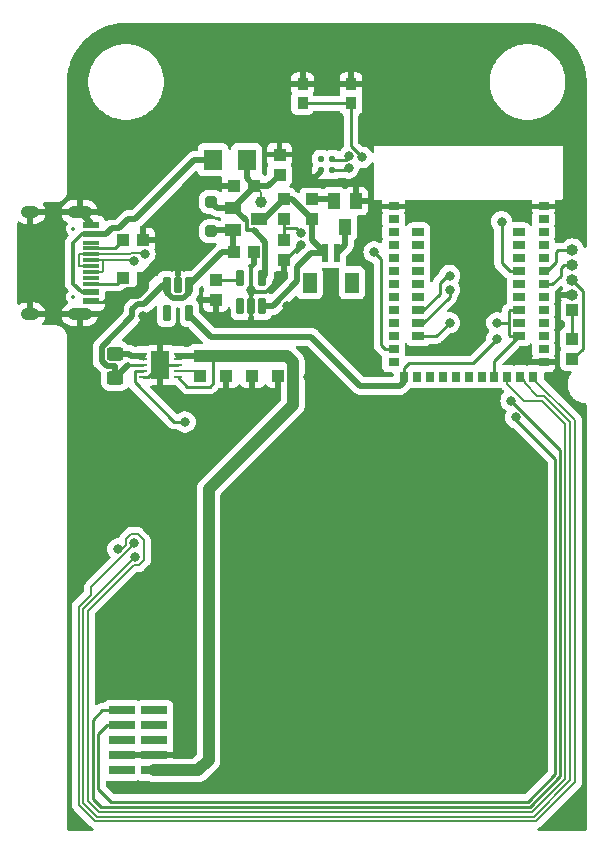
<source format=gtl>
%TF.GenerationSoftware,KiCad,Pcbnew,7.0.6-7.0.6~ubuntu20.04.1*%
%TF.CreationDate,2023-08-02T11:13:29+01:00*%
%TF.ProjectId,concept2creation,636f6e63-6570-4743-9263-72656174696f,rev?*%
%TF.SameCoordinates,Original*%
%TF.FileFunction,Copper,L1,Top*%
%TF.FilePolarity,Positive*%
%FSLAX46Y46*%
G04 Gerber Fmt 4.6, Leading zero omitted, Abs format (unit mm)*
G04 Created by KiCad (PCBNEW 7.0.6-7.0.6~ubuntu20.04.1) date 2023-08-02 11:13:29*
%MOMM*%
%LPD*%
G01*
G04 APERTURE LIST*
G04 Aperture macros list*
%AMRoundRect*
0 Rectangle with rounded corners*
0 $1 Rounding radius*
0 $2 $3 $4 $5 $6 $7 $8 $9 X,Y pos of 4 corners*
0 Add a 4 corners polygon primitive as box body*
4,1,4,$2,$3,$4,$5,$6,$7,$8,$9,$2,$3,0*
0 Add four circle primitives for the rounded corners*
1,1,$1+$1,$2,$3*
1,1,$1+$1,$4,$5*
1,1,$1+$1,$6,$7*
1,1,$1+$1,$8,$9*
0 Add four rect primitives between the rounded corners*
20,1,$1+$1,$2,$3,$4,$5,0*
20,1,$1+$1,$4,$5,$6,$7,0*
20,1,$1+$1,$6,$7,$8,$9,0*
20,1,$1+$1,$8,$9,$2,$3,0*%
G04 Aperture macros list end*
%TA.AperFunction,SMDPad,CuDef*%
%ADD10R,1.000000X1.100000*%
%TD*%
%TA.AperFunction,ComponentPad*%
%ADD11R,1.000000X1.000000*%
%TD*%
%TA.AperFunction,ComponentPad*%
%ADD12O,1.000000X1.000000*%
%TD*%
%TA.AperFunction,SMDPad,CuDef*%
%ADD13RoundRect,0.250000X0.250000X-0.250000X0.250000X0.250000X-0.250000X0.250000X-0.250000X-0.250000X0*%
%TD*%
%TA.AperFunction,SMDPad,CuDef*%
%ADD14R,1.000000X1.400000*%
%TD*%
%TA.AperFunction,SMDPad,CuDef*%
%ADD15R,1.400000X1.000000*%
%TD*%
%TA.AperFunction,SMDPad,CuDef*%
%ADD16R,1.100000X1.000000*%
%TD*%
%TA.AperFunction,SMDPad,CuDef*%
%ADD17R,1.450000X0.300000*%
%TD*%
%TA.AperFunction,SMDPad,CuDef*%
%ADD18R,1.450000X0.600000*%
%TD*%
%TA.AperFunction,ComponentPad*%
%ADD19RoundRect,0.500000X-0.550000X0.000000X-0.550000X0.000000X0.550000X0.000000X0.550000X0.000000X0*%
%TD*%
%TA.AperFunction,ComponentPad*%
%ADD20RoundRect,0.500000X-0.300000X0.000000X-0.300000X0.000000X0.300000X0.000000X0.300000X0.000000X0*%
%TD*%
%TA.AperFunction,SMDPad,CuDef*%
%ADD21R,1.450000X0.550000*%
%TD*%
%TA.AperFunction,SMDPad,CuDef*%
%ADD22R,0.706399X0.254800*%
%TD*%
%TA.AperFunction,SMDPad,CuDef*%
%ADD23R,1.600200X2.387600*%
%TD*%
%TA.AperFunction,SMDPad,CuDef*%
%ADD24RoundRect,0.045000X-0.255000X-0.630000X0.255000X-0.630000X0.255000X0.630000X-0.255000X0.630000X0*%
%TD*%
%TA.AperFunction,SMDPad,CuDef*%
%ADD25R,0.900000X1.000000*%
%TD*%
%TA.AperFunction,SMDPad,CuDef*%
%ADD26R,0.700000X0.899996*%
%TD*%
%TA.AperFunction,SMDPad,CuDef*%
%ADD27R,0.899996X0.700000*%
%TD*%
%TA.AperFunction,SMDPad,CuDef*%
%ADD28R,0.999996X0.700000*%
%TD*%
%TA.AperFunction,SMDPad,CuDef*%
%ADD29R,1.600000X1.803000*%
%TD*%
%TA.AperFunction,SMDPad,CuDef*%
%ADD30R,2.220000X0.740000*%
%TD*%
%TA.AperFunction,SMDPad,CuDef*%
%ADD31RoundRect,0.250000X0.450000X-0.325000X0.450000X0.325000X-0.450000X0.325000X-0.450000X-0.325000X0*%
%TD*%
%TA.AperFunction,SMDPad,CuDef*%
%ADD32RoundRect,0.045000X0.255000X0.630000X-0.255000X0.630000X-0.255000X-0.630000X0.255000X-0.630000X0*%
%TD*%
%TA.AperFunction,SMDPad,CuDef*%
%ADD33RoundRect,0.137500X0.137500X-0.137500X0.137500X0.137500X-0.137500X0.137500X-0.137500X-0.137500X0*%
%TD*%
%TA.AperFunction,SMDPad,CuDef*%
%ADD34R,0.600000X1.550000*%
%TD*%
%TA.AperFunction,SMDPad,CuDef*%
%ADD35R,1.200000X1.800000*%
%TD*%
%TA.AperFunction,ViaPad*%
%ADD36C,0.800000*%
%TD*%
%TA.AperFunction,ViaPad*%
%ADD37C,1.000000*%
%TD*%
%TA.AperFunction,Conductor*%
%ADD38C,0.200000*%
%TD*%
%TA.AperFunction,Conductor*%
%ADD39C,0.350000*%
%TD*%
%TA.AperFunction,Conductor*%
%ADD40C,0.500000*%
%TD*%
%TA.AperFunction,Conductor*%
%ADD41C,0.250000*%
%TD*%
%TA.AperFunction,Conductor*%
%ADD42C,1.000000*%
%TD*%
%ADD43C,0.350000*%
%ADD44O,1.700000X0.700000*%
%ADD45O,1.300000X0.700000*%
G04 APERTURE END LIST*
D10*
%TO.P,R99,1,1*%
%TO.N,Net-(J1-CC1)*%
X32750000Y-83000000D03*
%TO.P,R99,2,2*%
%TO.N,GND*%
X34450000Y-83000000D03*
%TD*%
D11*
%TO.P,J2,1,Pin_1*%
%TO.N,+3.3V*%
X70800000Y-88940000D03*
D12*
%TO.P,J2,2,Pin_2*%
%TO.N,GND*%
X70800000Y-87670000D03*
%TO.P,J2,3,Pin_3*%
%TO.N,/NRF/RST*%
X70800000Y-86400000D03*
%TO.P,J2,4,Pin_4*%
%TO.N,/NRF/SCK*%
X70800000Y-85130000D03*
%TO.P,J2,5,Pin_5*%
%TO.N,/NRF/SWD*%
X70800000Y-83860000D03*
%TD*%
D10*
%TO.P,R100,1,1*%
%TO.N,Net-(J1-CC2)*%
X32750000Y-86200000D03*
%TO.P,R100,2,2*%
%TO.N,GND*%
X34450000Y-86200000D03*
%TD*%
D13*
%TO.P,D122,1,K*%
%TO.N,V_RAW*%
X40200000Y-82250000D03*
%TO.P,D122,2,A*%
%TO.N,VBUS*%
X40200000Y-79750000D03*
%TD*%
D10*
%TO.P,C2,1,1*%
%TO.N,V_RAW*%
X42150000Y-84000000D03*
%TO.P,C2,2,2*%
%TO.N,GND*%
X43850000Y-84000000D03*
%TD*%
D14*
%TO.P,U2,1,VM*%
%TO.N,GND*%
X52489600Y-79700000D03*
%TO.P,U2,2,VDD*%
%TO.N,Net-(U2-VDD)*%
X50589600Y-79700000D03*
%TO.P,U2,3,GND*%
%TO.N,Net-(U2-GND)*%
X51539600Y-81900000D03*
%TD*%
D15*
%TO.P,Q6,1,G*%
%TO.N,VBUS*%
X42100000Y-80250000D03*
%TO.P,Q6,2,S*%
%TO.N,V_RAW*%
X42100000Y-82150000D03*
%TO.P,Q6,3,D*%
%TO.N,+BATT*%
X44300000Y-81200000D03*
%TD*%
D16*
%TO.P,R90,1,1*%
%TO.N,GND*%
X46339600Y-84650000D03*
%TO.P,R90,2,2*%
%TO.N,/NRF/BVOLT*%
X46339600Y-82950000D03*
%TD*%
%TO.P,R92,1,1*%
%TO.N,/NRF/BVOLT*%
X46339600Y-81250000D03*
%TO.P,R92,2,2*%
%TO.N,+BATT*%
X46339600Y-79550000D03*
%TD*%
%TO.P,R95,1,1*%
%TO.N,GND*%
X40600000Y-88049000D03*
%TO.P,R95,2,2*%
%TO.N,Net-(U1-PROG)*%
X40600000Y-86349000D03*
%TD*%
D17*
%TO.P,J1,A5,CC1*%
%TO.N,Net-(J1-CC1)*%
X30000000Y-83700000D03*
%TO.P,J1,A6,D+*%
%TO.N,D+*%
X30000000Y-84700000D03*
%TO.P,J1,A7,D-*%
%TO.N,D-*%
X30000000Y-85200000D03*
%TO.P,J1,A8*%
%TO.N,N/C*%
X30000000Y-86200000D03*
%TO.P,J1,B5,CC2*%
%TO.N,Net-(J1-CC2)*%
X30000000Y-86700000D03*
%TO.P,J1,B6,D+*%
%TO.N,D+*%
X30000000Y-85700000D03*
%TO.P,J1,B7,D-*%
%TO.N,D-*%
X30000000Y-84200000D03*
%TO.P,J1,B8*%
%TO.N,N/C*%
X30000000Y-83200000D03*
D18*
%TO.P,J1,GND,GND*%
%TO.N,GND*%
X30000000Y-81725000D03*
%TO.P,J1,GND2,GND*%
X30000000Y-88175000D03*
D19*
%TO.P,J1,SHLD1,SHLD*%
X29085000Y-80630000D03*
D20*
X24905000Y-80630000D03*
D19*
X29085000Y-89270000D03*
D20*
X24905000Y-89270000D03*
D21*
%TO.P,J1,VBUS1,VBUS*%
%TO.N,Net-(FUSE1-Pad1)*%
X30000000Y-82500000D03*
%TO.P,J1,VBUS2,VBUS*%
X30000000Y-87400000D03*
%TD*%
D16*
%TO.P,C5,1,1*%
%TO.N,+5V*%
X41495801Y-92802000D03*
%TO.P,C5,2,2*%
%TO.N,GND*%
X41495801Y-94502000D03*
%TD*%
%TO.P,C3,1,1*%
%TO.N,+5V*%
X45895801Y-92802000D03*
%TO.P,C3,2,2*%
%TO.N,GND*%
X45895801Y-94502000D03*
%TD*%
D22*
%TO.P,U3,1,LX*%
%TO.N,Net-(L1-Pad2)*%
X34407600Y-92599999D03*
%TO.P,U3,2,LX*%
X34407600Y-93100001D03*
%TO.P,U3,3,BATT*%
%TO.N,V_RAW*%
X34407600Y-93600000D03*
%TO.P,U3,4,ON*%
%TO.N,/5VEN*%
X34407600Y-94099999D03*
%TO.P,U3,5,GND*%
%TO.N,GND*%
X34407600Y-94600001D03*
%TO.P,U3,6,FB*%
%TO.N,+5V*%
X37400000Y-94600001D03*
%TO.P,U3,7,OUTS*%
%TO.N,Net-(U3-OUTS)*%
X37400000Y-94099999D03*
%TO.P,U3,8,SKIPB*%
%TO.N,GND*%
X37400000Y-93600000D03*
%TO.P,U3,9,POUT*%
%TO.N,+5V*%
X37400000Y-93100001D03*
%TO.P,U3,10,POUT*%
X37400000Y-92599999D03*
D23*
%TO.P,U3,11,EPAD*%
%TO.N,GND*%
X35903800Y-93600000D03*
%TD*%
D24*
%TO.P,VREG1,1,VIN*%
%TO.N,V_RAW*%
X38350000Y-86815000D03*
%TO.P,VREG1,2,GND*%
%TO.N,GND*%
X37400000Y-86815000D03*
%TO.P,VREG1,3,EN*%
%TO.N,V_RAW*%
X36450000Y-86815000D03*
%TO.P,VREG1,4*%
%TO.N,N/C*%
X36450000Y-89185000D03*
%TO.P,VREG1,5,VOUT*%
%TO.N,+3.3V*%
X38350000Y-89185000D03*
%TD*%
D25*
%TO.P,S1,1,1*%
%TO.N,GND*%
X52050000Y-69800000D03*
%TO.P,S1,2,1*%
X47950000Y-69800000D03*
%TO.P,S1,3,2*%
%TO.N,/NRF/RST*%
X47950000Y-71400000D03*
%TO.P,S1,4,2*%
X52050000Y-71400000D03*
%TD*%
D26*
%TO.P,M1,D+,D+*%
%TO.N,D+*%
X67500009Y-94550000D03*
%TO.P,M1,D-,D-*%
%TO.N,D-*%
X66400012Y-94550000D03*
D27*
%TO.P,M1,GND,GND1*%
%TO.N,GND*%
X55650022Y-80150004D03*
%TO.P,M1,GND1,GND2*%
X68350021Y-93350003D03*
%TO.P,M1,GND2,GND3*%
X68350021Y-80150004D03*
%TO.P,M1,P0.02,P0.02*%
%TO.N,/NRF/P0.02*%
X55650022Y-86750015D03*
%TO.P,M1,P0.03,P0.03*%
%TO.N,/NRF/P0.03*%
X55650022Y-85649994D03*
%TO.P,M1,P0.04,P0.04*%
%TO.N,/NRF/BVOLT*%
X55650022Y-92250003D03*
%TO.P,M1,P0.05,P0.05*%
%TO.N,/NRF/P0.05*%
X55650022Y-93350003D03*
D28*
%TO.P,M1,P0.06,P0.06*%
%TO.N,/RX*%
X57750019Y-90050009D03*
D26*
%TO.P,M1,P0.07,P0.07*%
%TO.N,/NRF/P0.07*%
X57600032Y-94550000D03*
D28*
%TO.P,M1,P0.08,P0.08*%
%TO.N,/TX*%
X57750019Y-88950012D03*
D27*
%TO.P,M1,P0.09,P0.09*%
%TO.N,/NRF/P0.09*%
X68350021Y-82350000D03*
%TO.P,M1,P0.10,P0.10*%
%TO.N,/NRF/P0.10*%
X68350021Y-81250000D03*
D28*
%TO.P,M1,P0.11,P0.11*%
%TO.N,/NRF/P0.11*%
X57750019Y-85649994D03*
D26*
%TO.P,M1,P0.12,P0.12*%
%TO.N,/NRF/P0.12*%
X59800000Y-94550000D03*
D28*
%TO.P,M1,P0.13,P0.13*%
%TO.N,/NRF/POWER_PIN*%
X66250000Y-90050009D03*
%TO.P,M1,P0.14,P0.14*%
%TO.N,/NRF/RST*%
X66250000Y-88950012D03*
%TO.P,M1,P0.15,P0.15*%
%TO.N,/NRF/BLED*%
X66250000Y-87850012D03*
%TO.P,M1,P0.16,P0.16*%
%TO.N,/NRF/RST*%
X66250000Y-91150006D03*
%TO.P,M1,P0.17,P0.17*%
%TO.N,/NRF/PWM*%
X66250000Y-86749991D03*
D26*
%TO.P,M1,P0.18,P0.18*%
%TO.N,/NRF/RST*%
X64200015Y-94550000D03*
%TO.P,M1,P0.19,P0.19*%
%TO.N,/NRF/P0.19*%
X63100018Y-94550000D03*
D28*
%TO.P,M1,P0.20,P0.20*%
%TO.N,/WS2812*%
X66250000Y-85649994D03*
D26*
%TO.P,M1,P0.21,P0.21*%
%TO.N,/NRF/P0.21*%
X62000021Y-94550000D03*
D27*
%TO.P,M1,P0.22,P0.22*%
%TO.N,/NRF/P0.22*%
X68350021Y-92250003D03*
D26*
%TO.P,M1,P0.23,P0.23*%
%TO.N,/NRF/P0.23*%
X60899997Y-94550000D03*
D28*
%TO.P,M1,P0.24,P0.24*%
%TO.N,/NRF/P0.24*%
X66250000Y-84550019D03*
%TO.P,M1,P0.25,P0.25*%
%TO.N,/NRF/P0.25*%
X57750019Y-84550019D03*
%TO.P,M1,P0.26,P0.26*%
%TO.N,/5VEN*%
X57750019Y-91150006D03*
%TO.P,M1,P0.27,P0.27*%
%TO.N,/NRF/P0.27*%
X57750019Y-87850012D03*
D27*
%TO.P,M1,P0.28,P0.28*%
%TO.N,/NRF/P0.28*%
X55650022Y-87850012D03*
%TO.P,M1,P0.29,P0.29*%
%TO.N,/NRF/P0.29*%
X55650022Y-88950012D03*
%TO.P,M1,P0.30,P0.30*%
%TO.N,/NRF/P0.30*%
X55650022Y-90050009D03*
%TO.P,M1,P0.31,P0.31*%
%TO.N,/NRF/P0.31*%
X55650022Y-91150006D03*
%TO.P,M1,P1.00,P1.00*%
%TO.N,/NRF/P1.00*%
X68350021Y-91150006D03*
%TO.P,M1,P1.01,P1.01*%
%TO.N,/NRF/P1.01*%
X68350021Y-88950012D03*
%TO.P,M1,P1.02,P1.02*%
%TO.N,/NRF/P1.02*%
X68350021Y-87850012D03*
%TO.P,M1,P1.03,P1.03*%
%TO.N,/NRF/P1.03*%
X68350021Y-90050009D03*
%TO.P,M1,P1.04,P1.04*%
%TO.N,/NRF/P1.04*%
X68350021Y-84550019D03*
D28*
%TO.P,M1,P1.05,P1.05*%
%TO.N,/NRF/P1.05*%
X66250000Y-83450022D03*
D27*
%TO.P,M1,P1.06,P1.06*%
%TO.N,/NRF/P1.06*%
X68350021Y-83450022D03*
D28*
%TO.P,M1,P1.07,P1.07*%
%TO.N,/NRF/P1.07*%
X66250000Y-82350000D03*
%TO.P,M1,P1.08,P1.08*%
%TO.N,/NRF/P1.08*%
X57750019Y-86749991D03*
D26*
%TO.P,M1,P1.09,P1.09*%
%TO.N,/NRF/P1.09*%
X58700004Y-94550000D03*
D27*
%TO.P,M1,P1.10,P1.10*%
%TO.N,/NRF/P1.10*%
X55650022Y-82350000D03*
%TO.P,M1,P1.11,P1.11*%
%TO.N,/NRF/P1.11*%
X55650022Y-81250000D03*
D28*
%TO.P,M1,P1.12,P1.12*%
%TO.N,/NRF/P1.12*%
X57750019Y-83450022D03*
D27*
%TO.P,M1,P1.13,P1.13*%
%TO.N,/NRF/P1.13*%
X55650022Y-83450022D03*
D28*
%TO.P,M1,P1.14,P1.14*%
%TO.N,/NRF/P1.14*%
X57750019Y-82350000D03*
D27*
%TO.P,M1,P1.15,P1.15*%
%TO.N,/NRF/P1.15*%
X55650022Y-84549994D03*
%TO.P,M1,SWDCLK,SWDCLK*%
%TO.N,/NRF/SCK*%
X68350021Y-86750015D03*
%TO.P,M1,SWDIO,SWDIO*%
%TO.N,/NRF/SWD*%
X68350021Y-85649994D03*
D26*
%TO.P,M1,VBUS,VBUS*%
%TO.N,VBUS*%
X65300015Y-94550000D03*
%TO.P,M1,VDD_NRF,VDD_NRF*%
%TO.N,+3.3V*%
X56500007Y-94550000D03*
%TD*%
D16*
%TO.P,R91,1,1*%
%TO.N,/NRF/RST*%
X70800000Y-93050000D03*
%TO.P,R91,2,2*%
%TO.N,+3.3V*%
X70800000Y-91350000D03*
%TD*%
D10*
%TO.P,C1,1,1*%
%TO.N,VBUS*%
X43850000Y-78400000D03*
%TO.P,C1,2,2*%
%TO.N,GND*%
X42150000Y-78400000D03*
%TD*%
D16*
%TO.P,R98,1,1*%
%TO.N,+BATT*%
X48739600Y-81250000D03*
%TO.P,R98,2,2*%
%TO.N,Net-(U2-VDD)*%
X48739600Y-79550000D03*
%TD*%
%TO.P,C4,1,1*%
%TO.N,+5V*%
X43695801Y-92802000D03*
%TO.P,C4,2,2*%
%TO.N,GND*%
X43695801Y-94502000D03*
%TD*%
%TO.P,R1,1,1*%
%TO.N,Net-(U3-OUTS)*%
X39295801Y-94502000D03*
%TO.P,R1,2,2*%
%TO.N,+5V*%
X39295801Y-92802000D03*
%TD*%
D29*
%TO.P,FUSE1,1,1*%
%TO.N,Net-(FUSE1-Pad1)*%
X40378000Y-76200000D03*
%TO.P,FUSE1,2,2*%
%TO.N,VBUS*%
X43222000Y-76200000D03*
%TD*%
D30*
%TO.P,J3,1,Pin_1*%
%TO.N,unconnected-(J3-Pin_1-Pad1)*%
X32670000Y-127890000D03*
%TO.P,J3,2,Pin_2*%
%TO.N,+5V*%
X35400000Y-127890000D03*
%TO.P,J3,3,Pin_3*%
%TO.N,GND*%
X32670000Y-126620000D03*
%TO.P,J3,4,Pin_4*%
X35400000Y-126620000D03*
%TO.P,J3,5,Pin_5*%
%TO.N,unconnected-(J3-Pin_5-Pad5)*%
X32670000Y-125350000D03*
%TO.P,J3,6,Pin_6*%
%TO.N,unconnected-(J3-Pin_6-Pad6)*%
X35400000Y-125350000D03*
%TO.P,J3,7,Pin_7*%
%TO.N,/TX*%
X32670000Y-124080000D03*
%TO.P,J3,8,Pin_8*%
%TO.N,unconnected-(J3-Pin_8-Pad8)*%
X35400000Y-124080000D03*
%TO.P,J3,9,Pin_9*%
%TO.N,/RX*%
X32670000Y-122810000D03*
%TO.P,J3,10,Pin_10*%
%TO.N,unconnected-(J3-Pin_10-Pad10)*%
X35400000Y-122810000D03*
%TD*%
D16*
%TO.P,R96,1,1*%
%TO.N,GND*%
X46000000Y-75750000D03*
%TO.P,R96,2,2*%
%TO.N,VBUS*%
X46000000Y-77450000D03*
%TD*%
D31*
%TO.P,L1,1,1*%
%TO.N,V_RAW*%
X32095801Y-94677000D03*
%TO.P,L1,2,2*%
%TO.N,Net-(L1-Pad2)*%
X32095801Y-92627000D03*
%TD*%
D32*
%TO.P,U1,1,~{CHRG}*%
%TO.N,CHG*%
X42650000Y-88585000D03*
%TO.P,U1,2,GND*%
%TO.N,GND*%
X43600000Y-88585000D03*
%TO.P,U1,3,BAT*%
%TO.N,+BATT*%
X44550000Y-88585000D03*
%TO.P,U1,4,VCC*%
%TO.N,VBUS*%
X44550000Y-86215000D03*
%TO.P,U1,5,PROG*%
%TO.N,Net-(U1-PROG)*%
X42650000Y-86215000D03*
%TD*%
D33*
%TO.P,LED1,1,DIN*%
%TO.N,/WS2812*%
X50475000Y-77075000D03*
%TO.P,LED1,2,VDD*%
%TO.N,+3.3V*%
X50475000Y-76125000D03*
%TO.P,LED1,3,DOUT*%
%TO.N,unconnected-(LED1-DOUT-Pad3)*%
X49525000Y-76125000D03*
%TO.P,LED1,4,VSS*%
%TO.N,GND*%
X49525000Y-77075000D03*
%TD*%
D34*
%TO.P,X1,1,1*%
%TO.N,Net-(U2-GND)*%
X50839600Y-84075000D03*
%TO.P,X1,2,2*%
%TO.N,+BATT*%
X49839600Y-84075000D03*
D35*
%TO.P,X1,M1*%
%TO.N,N/C*%
X52139600Y-86600000D03*
%TO.P,X1,M2*%
X48539600Y-86600000D03*
%TD*%
D36*
%TO.N,VBUS*%
X32314130Y-109137414D03*
D37*
X44400000Y-79800000D03*
D36*
%TO.N,GND*%
X46600000Y-88600000D03*
X34400000Y-89400000D03*
X45000000Y-73400000D03*
X59600000Y-92400000D03*
X66400000Y-80200000D03*
X38800000Y-79400000D03*
X48400000Y-94600000D03*
X60000000Y-82200000D03*
X53400000Y-82400000D03*
X66600000Y-92800000D03*
X62600000Y-89600000D03*
X41400000Y-89400000D03*
X62600000Y-86400000D03*
X47800000Y-83400000D03*
X39800000Y-83800000D03*
X34800000Y-90800000D03*
X43600000Y-87200000D03*
X36800000Y-90800000D03*
%TO.N,D+*%
X33689500Y-84800000D03*
X33689500Y-108600000D03*
%TO.N,D-*%
X34600000Y-84200000D03*
X33800000Y-109800000D03*
%TO.N,+3.3V*%
X51894772Y-75905228D03*
X64400000Y-91400000D03*
%TO.N,/NRF/RST*%
X64400000Y-90000000D03*
X53000000Y-76000000D03*
%TO.N,/TX*%
X65994772Y-98005228D03*
X60400000Y-86000000D03*
%TO.N,/RX*%
X65600000Y-96600000D03*
X60400000Y-87200000D03*
%TO.N,/WS2812*%
X64800000Y-81439500D03*
X51842784Y-76893364D03*
%TO.N,/NRF/BVOLT*%
X47800000Y-82400000D03*
X54000000Y-84000000D03*
%TO.N,/5VEN*%
X60400000Y-90000000D03*
X38000000Y-98400000D03*
%TD*%
D38*
%TO.N,VBUS*%
X70200000Y-128582770D02*
X67372770Y-131410000D01*
D39*
X43250000Y-82150000D02*
X43225000Y-82125000D01*
D40*
X44800000Y-83150000D02*
X43800000Y-82150000D01*
X45050000Y-78400000D02*
X46000000Y-77450000D01*
D38*
X32989500Y-108310050D02*
X32989500Y-108810500D01*
X65300015Y-95199998D02*
X66700017Y-96600000D01*
X32662586Y-109137414D02*
X32314130Y-109137414D01*
X34500000Y-110089950D02*
X34500000Y-108420550D01*
X34089950Y-110500000D02*
X34500000Y-110089950D01*
X33399550Y-107900000D02*
X32989500Y-108310050D01*
X29790000Y-130472770D02*
X29790000Y-114375686D01*
X33665686Y-110500000D02*
X34089950Y-110500000D01*
X70200000Y-98572574D02*
X70200000Y-128582770D01*
X68227426Y-96600000D02*
X70200000Y-98572574D01*
D40*
X44550000Y-86215000D02*
X44800000Y-85965000D01*
D38*
X67372770Y-131410000D02*
X30727230Y-131410000D01*
X44400000Y-79800000D02*
X44400000Y-78950000D01*
D40*
X40700000Y-80250000D02*
X40200000Y-79750000D01*
X42100000Y-80250000D02*
X40700000Y-80250000D01*
X43850000Y-78500000D02*
X42100000Y-80250000D01*
X42100000Y-80250000D02*
X43150000Y-81300000D01*
X43222000Y-76200000D02*
X43222000Y-77772000D01*
D39*
X43225000Y-81375000D02*
X43150000Y-81300000D01*
D40*
X43850000Y-78400000D02*
X43850000Y-78500000D01*
D38*
X65300015Y-94550000D02*
X65300015Y-95199998D01*
X29790000Y-114375686D02*
X33665686Y-110500000D01*
X44400000Y-78950000D02*
X43850000Y-78400000D01*
D40*
X44800000Y-85965000D02*
X44800000Y-83150000D01*
D38*
X33979450Y-107900000D02*
X33399550Y-107900000D01*
D39*
X43800000Y-82150000D02*
X43250000Y-82150000D01*
D38*
X32989500Y-108810500D02*
X32662586Y-109137414D01*
X30727230Y-131410000D02*
X29790000Y-130472770D01*
D39*
X43225000Y-82125000D02*
X43225000Y-81375000D01*
D40*
X43222000Y-77772000D02*
X43850000Y-78400000D01*
D38*
X66700017Y-96600000D02*
X68227426Y-96600000D01*
D40*
X43850000Y-78400000D02*
X45050000Y-78400000D01*
D38*
X34500000Y-108420550D02*
X33979450Y-107900000D01*
D39*
%TO.N,GND*%
X46000000Y-75750000D02*
X48150000Y-75750000D01*
D41*
X37400000Y-93600000D02*
X35903800Y-93600000D01*
D39*
X48150000Y-75750000D02*
X48200000Y-75800000D01*
X43800000Y-87400000D02*
X43600000Y-87200000D01*
D40*
X30000000Y-81545000D02*
X29085000Y-80630000D01*
D39*
X46339600Y-85904370D02*
X44843970Y-87400000D01*
D41*
X38865000Y-79465000D02*
X38800000Y-79400000D01*
D40*
X30000000Y-81725000D02*
X30000000Y-81545000D01*
D41*
X39800000Y-83800000D02*
X38865000Y-82865000D01*
X40050000Y-78400000D02*
X42150000Y-78400000D01*
D42*
X33160000Y-87440000D02*
X32800000Y-87800000D01*
X34450000Y-86200000D02*
X34600000Y-86200000D01*
X33940000Y-87440000D02*
X33160000Y-87440000D01*
X34600000Y-86200000D02*
X36000000Y-84800000D01*
D39*
X38800000Y-79400000D02*
X39800000Y-78400000D01*
X44843970Y-87400000D02*
X43800000Y-87400000D01*
D41*
X38865000Y-82865000D02*
X38865000Y-79465000D01*
D39*
X46339600Y-84650000D02*
X46339600Y-85904370D01*
X46550000Y-84650000D02*
X47800000Y-83400000D01*
D42*
X34450000Y-86930000D02*
X33940000Y-87440000D01*
D41*
X35903800Y-93600000D02*
X34903799Y-94600001D01*
D42*
X34450000Y-86200000D02*
X34450000Y-86930000D01*
D39*
X46339600Y-84650000D02*
X46550000Y-84650000D01*
X39800000Y-78400000D02*
X40050000Y-78400000D01*
D41*
X34903799Y-94600001D02*
X34407600Y-94600001D01*
D40*
%TO.N,V_RAW*%
X42150000Y-84000000D02*
X41165000Y-84000000D01*
X38350000Y-86815000D02*
X38350000Y-87450036D01*
X33172801Y-93600000D02*
X32095801Y-94677000D01*
X36939964Y-87940000D02*
X36450000Y-87450036D01*
X37860036Y-87940000D02*
X36939964Y-87940000D01*
X33550000Y-89407852D02*
X30945801Y-92012051D01*
X31355852Y-93652000D02*
X32095801Y-93652000D01*
X38350000Y-87450036D02*
X37860036Y-87940000D01*
X36142852Y-86815000D02*
X34557852Y-88400000D01*
X42100000Y-82150000D02*
X40300000Y-82150000D01*
X41165000Y-84000000D02*
X38350000Y-86815000D01*
D41*
X34407600Y-93600000D02*
X33172801Y-93600000D01*
D40*
X42100000Y-82150000D02*
X42100000Y-83950000D01*
X40300000Y-82150000D02*
X40200000Y-82250000D01*
X42100000Y-83950000D02*
X42150000Y-84000000D01*
X33550000Y-88850000D02*
X33550000Y-89407852D01*
X36450000Y-86815000D02*
X36142852Y-86815000D01*
X32095801Y-93652000D02*
X32095801Y-94677000D01*
X34000000Y-88400000D02*
X33550000Y-88850000D01*
X34557852Y-88400000D02*
X34000000Y-88400000D01*
X30945801Y-93241949D02*
X31355852Y-93652000D01*
X36450000Y-87450036D02*
X36450000Y-86815000D01*
X30945801Y-92012051D02*
X30945801Y-93241949D01*
D41*
%TO.N,+5V*%
X38199999Y-95400000D02*
X40077801Y-95400000D01*
D38*
X37400000Y-92800000D02*
X37402000Y-92802000D01*
X37400000Y-92800000D02*
X37400000Y-93100001D01*
D42*
X46625801Y-92802000D02*
X47135801Y-93312000D01*
D40*
X37402000Y-92802000D02*
X39295801Y-92802000D01*
D42*
X39110000Y-127890000D02*
X35400000Y-127890000D01*
X40000000Y-104071602D02*
X40000000Y-127000000D01*
X45895801Y-92802000D02*
X46625801Y-92802000D01*
X39295801Y-92802000D02*
X40400000Y-92802000D01*
X40400000Y-92802000D02*
X41495801Y-92802000D01*
D41*
X37400000Y-94600001D02*
X38199999Y-95400000D01*
X40077801Y-95400000D02*
X40400000Y-95077801D01*
X40400000Y-95077801D02*
X40400000Y-92802000D01*
D38*
X37400000Y-92599999D02*
X37400000Y-92800000D01*
D42*
X40000000Y-127000000D02*
X39110000Y-127890000D01*
X47135801Y-96935801D02*
X40000000Y-104071602D01*
X47135801Y-93312000D02*
X47135801Y-96935801D01*
X43695801Y-92802000D02*
X41495801Y-92802000D01*
X45895801Y-92802000D02*
X43695801Y-92802000D01*
D40*
%TO.N,Net-(FUSE1-Pad1)*%
X30000000Y-82500000D02*
X31320000Y-82500000D01*
D39*
X29246371Y-82500000D02*
X30000000Y-82500000D01*
D40*
X38800000Y-76200000D02*
X40378000Y-76200000D01*
X32390000Y-82010000D02*
X33200000Y-81200000D01*
X31320000Y-82500000D02*
X31810000Y-82010000D01*
D39*
X28520000Y-83226371D02*
X29246371Y-82500000D01*
D40*
X31810000Y-82010000D02*
X32390000Y-82010000D01*
X33200000Y-81200000D02*
X33800000Y-81200000D01*
D39*
X30000000Y-87400000D02*
X29246371Y-87400000D01*
X29246371Y-87400000D02*
X28520000Y-86673629D01*
X28520000Y-86673629D02*
X28520000Y-83226371D01*
D40*
X33800000Y-81200000D02*
X38800000Y-76200000D01*
D41*
%TO.N,Net-(J1-CC1)*%
X32050000Y-83700000D02*
X32750000Y-83000000D01*
X30000000Y-83700000D02*
X32050000Y-83700000D01*
D38*
%TO.N,D+*%
X29000000Y-114048456D02*
X30041494Y-113006962D01*
X30400000Y-132200000D02*
X29000000Y-130799999D01*
X33589500Y-84700000D02*
X33689500Y-84800000D01*
X33689500Y-108751994D02*
X33689500Y-108600000D01*
X30041494Y-113006962D02*
X30041494Y-112400000D01*
X29000000Y-130799999D02*
X29000000Y-114048456D01*
X31015000Y-84760000D02*
X31015000Y-85640000D01*
X30955000Y-85700000D02*
X30000000Y-85700000D01*
X31015000Y-85640000D02*
X30955000Y-85700000D01*
X30955000Y-84700000D02*
X31015000Y-84760000D01*
X30000000Y-84700000D02*
X33589500Y-84700000D01*
X71000000Y-128900000D02*
X67700000Y-132200000D01*
X67500009Y-94550000D02*
X67500009Y-94755353D01*
X67700000Y-132200000D02*
X30400000Y-132200000D01*
X30000000Y-84700000D02*
X30955000Y-84700000D01*
X67500009Y-94755353D02*
X71000000Y-98255344D01*
X71000000Y-98255344D02*
X71000000Y-128900000D01*
X30041494Y-112400000D02*
X33689500Y-108751994D01*
%TO.N,D-*%
X30000000Y-84200000D02*
X29045000Y-84200000D01*
X28985000Y-84260000D02*
X28985000Y-85140000D01*
X29045000Y-85200000D02*
X30000000Y-85200000D01*
X66400012Y-94550000D02*
X66761478Y-94911466D01*
X70600000Y-98406888D02*
X70600000Y-128748456D01*
X30561544Y-131810000D02*
X29390000Y-130638456D01*
X66761478Y-95134422D02*
X67827056Y-96200000D01*
X29045000Y-84200000D02*
X28985000Y-84260000D01*
X33313692Y-84200000D02*
X30000000Y-84200000D01*
X28985000Y-85140000D02*
X29045000Y-85200000D01*
X70600000Y-128748456D02*
X67538456Y-131810000D01*
X68393112Y-96200000D02*
X70600000Y-98406888D01*
X34600000Y-84200000D02*
X34510000Y-84110000D01*
X67538456Y-131810000D02*
X30561544Y-131810000D01*
X67827056Y-96200000D02*
X68393112Y-96200000D01*
X29390000Y-114210000D02*
X33800000Y-109800000D01*
X33403692Y-84110000D02*
X33313692Y-84200000D01*
X29390000Y-130638456D02*
X29390000Y-114210000D01*
X66761478Y-94911466D02*
X66761478Y-95134422D01*
X34510000Y-84110000D02*
X33403692Y-84110000D01*
D41*
%TO.N,Net-(J1-CC2)*%
X30000000Y-86700000D02*
X32250000Y-86700000D01*
X32250000Y-86700000D02*
X32750000Y-86200000D01*
%TO.N,+3.3V*%
X56950009Y-93400000D02*
X62400000Y-93400000D01*
X51894772Y-75905228D02*
X51600000Y-76200000D01*
X70800000Y-91350000D02*
X70800000Y-88940000D01*
D40*
X56500007Y-95013025D02*
X56500007Y-94550000D01*
X48705850Y-91200000D02*
X52848850Y-95343000D01*
X56170032Y-95343000D02*
X56500007Y-95013025D01*
D41*
X62400000Y-93400000D02*
X64400000Y-91400000D01*
X56500007Y-94550000D02*
X56500007Y-93850002D01*
X50550000Y-76200000D02*
X50475000Y-76125000D01*
X51600000Y-76200000D02*
X50550000Y-76200000D01*
D40*
X38350000Y-89350000D02*
X40200000Y-91200000D01*
X38350000Y-89185000D02*
X38350000Y-89350000D01*
D41*
X56500007Y-93850002D02*
X56950009Y-93400000D01*
D40*
X40200000Y-91200000D02*
X48705850Y-91200000D01*
X52848850Y-95343000D02*
X56170032Y-95343000D01*
D41*
%TO.N,/NRF/RST*%
X47950000Y-71400000D02*
X52050000Y-71400000D01*
X65550006Y-91150006D02*
X66250000Y-91150006D01*
X53000000Y-76000000D02*
X52050000Y-75050000D01*
X66250000Y-88950012D02*
X65500002Y-88950012D01*
X52050000Y-75050000D02*
X52050000Y-71400000D01*
X70800000Y-86400000D02*
X71665000Y-87265000D01*
X65435002Y-91035002D02*
X65550006Y-91150006D01*
X71665000Y-87265000D02*
X71665000Y-92185000D01*
X65435002Y-90000000D02*
X65435002Y-91035002D01*
X65435002Y-90000000D02*
X64400000Y-90000000D01*
X65435002Y-89015012D02*
X65435002Y-90000000D01*
X66250000Y-91150006D02*
X64200015Y-93199991D01*
X64200015Y-93199991D02*
X64200015Y-94550000D01*
X71665000Y-92185000D02*
X70800000Y-93050000D01*
X65500002Y-88950012D02*
X65435002Y-89015012D01*
%TO.N,/NRF/SCK*%
X70070000Y-85130000D02*
X69800000Y-85400000D01*
X70800000Y-85130000D02*
X70070000Y-85130000D01*
X69800000Y-85400000D02*
X69800000Y-86000034D01*
X69800000Y-86000034D02*
X69050019Y-86750015D01*
X69050019Y-86750015D02*
X68350021Y-86750015D01*
%TO.N,/NRF/SWD*%
X69400000Y-84882656D02*
X69400000Y-84000000D01*
X68350021Y-85649994D02*
X68632662Y-85649994D01*
X68632662Y-85649994D02*
X69400000Y-84882656D01*
X69400000Y-84000000D02*
X69540000Y-83860000D01*
X69540000Y-83860000D02*
X70800000Y-83860000D01*
%TO.N,/TX*%
X59600000Y-86600000D02*
X59600000Y-87519856D01*
X31745000Y-130545000D02*
X30655000Y-129455000D01*
X69335000Y-128224476D02*
X67014476Y-130545000D01*
X65994772Y-98194772D02*
X69335000Y-101535000D01*
X60400000Y-86000000D02*
X60200000Y-86000000D01*
X58169844Y-88950012D02*
X57750019Y-88950012D01*
X65994772Y-98005228D02*
X65994772Y-98194772D01*
X30655000Y-129455000D02*
X30655000Y-124800000D01*
X31375000Y-124080000D02*
X32670000Y-124080000D01*
X67014476Y-130545000D02*
X31745000Y-130545000D01*
X30655000Y-124800000D02*
X31375000Y-124080000D01*
X60200000Y-86000000D02*
X59600000Y-86600000D01*
X59600000Y-87519856D02*
X58169844Y-88950012D01*
X69335000Y-101535000D02*
X69335000Y-128224476D01*
%TO.N,/RX*%
X69775000Y-100775000D02*
X69775000Y-128406730D01*
X30903270Y-130985000D02*
X30215000Y-130296730D01*
X58162047Y-90050009D02*
X57750019Y-90050009D01*
X30215000Y-130296730D02*
X30215000Y-123600000D01*
X67196730Y-130985000D02*
X30903270Y-130985000D01*
X60400000Y-87200000D02*
X60400000Y-87812056D01*
X69775000Y-128406730D02*
X67196730Y-130985000D01*
X31005000Y-122810000D02*
X32670000Y-122810000D01*
X65600000Y-96600000D02*
X69775000Y-100775000D01*
X60400000Y-87812056D02*
X58162047Y-90050009D01*
X30215000Y-123600000D02*
X31005000Y-122810000D01*
D40*
%TO.N,Net-(L1-Pad2)*%
X33400000Y-92800000D02*
X34407600Y-92800000D01*
D41*
X34407600Y-92599999D02*
X34407600Y-92800000D01*
X34407600Y-92800000D02*
X34407600Y-93100001D01*
D40*
X33227000Y-92627000D02*
X33400000Y-92800000D01*
X32095801Y-92627000D02*
X33227000Y-92627000D01*
D41*
%TO.N,/WS2812*%
X65500002Y-85649994D02*
X64800000Y-84949992D01*
X51842784Y-76893364D02*
X51661148Y-77075000D01*
X64800000Y-84949992D02*
X64800000Y-81439500D01*
X66250000Y-85649994D02*
X65500002Y-85649994D01*
X51661148Y-77075000D02*
X50475000Y-77075000D01*
%TO.N,/NRF/BVOLT*%
X54600000Y-84600000D02*
X54600000Y-91899979D01*
X46339600Y-82000000D02*
X47400000Y-82000000D01*
X46339600Y-82950000D02*
X46339600Y-82000000D01*
X54000000Y-84000000D02*
X54600000Y-84600000D01*
X47400000Y-82000000D02*
X47800000Y-82400000D01*
X54600000Y-91899979D02*
X54950024Y-92250003D01*
X46339600Y-82000000D02*
X46339600Y-81250000D01*
X54950024Y-92250003D02*
X55650022Y-92250003D01*
%TO.N,/5VEN*%
X37097000Y-98400000D02*
X33739401Y-95042401D01*
X59249994Y-91150006D02*
X57750019Y-91150006D01*
X33797003Y-94099999D02*
X34407600Y-94099999D01*
X33739401Y-94157601D02*
X33797003Y-94099999D01*
X38000000Y-98400000D02*
X37097000Y-98400000D01*
X33739401Y-95042401D02*
X33739401Y-94157601D01*
X60400000Y-90000000D02*
X59249994Y-91150006D01*
D40*
%TO.N,+BATT*%
X47499600Y-86500400D02*
X45415000Y-88585000D01*
X48684600Y-84075000D02*
X47499600Y-85260000D01*
X47499600Y-85260000D02*
X47499600Y-86500400D01*
X49839600Y-84075000D02*
X48684600Y-84075000D01*
X44689600Y-81200000D02*
X46339600Y-79550000D01*
X48739600Y-81250000D02*
X48739600Y-82975000D01*
X44300000Y-81200000D02*
X44689600Y-81200000D01*
X47039600Y-79550000D02*
X48739600Y-81250000D01*
X46339600Y-79550000D02*
X47039600Y-79550000D01*
X48739600Y-82975000D02*
X49839600Y-84075000D01*
X45415000Y-88585000D02*
X44550000Y-88585000D01*
D38*
%TO.N,Net-(U3-OUTS)*%
X37400000Y-94099999D02*
X38893800Y-94099999D01*
X38893800Y-94099999D02*
X39295801Y-94502000D01*
D41*
%TO.N,Net-(U1-PROG)*%
X42516000Y-86349000D02*
X42650000Y-86215000D01*
X40600000Y-86349000D02*
X42516000Y-86349000D01*
D40*
%TO.N,Net-(U2-VDD)*%
X48739600Y-79550000D02*
X50439600Y-79550000D01*
X50439600Y-79550000D02*
X50589600Y-79700000D01*
%TO.N,Net-(U2-GND)*%
X51539600Y-83375000D02*
X50839600Y-84075000D01*
X51539600Y-81900000D02*
X51539600Y-83375000D01*
%TD*%
%TA.AperFunction,Conductor*%
%TO.N,GND*%
G36*
X67217318Y-64609488D02*
G01*
X67415934Y-64618160D01*
X67420865Y-64618574D01*
X67636792Y-64645489D01*
X67832940Y-64671313D01*
X67837265Y-64671883D01*
X67841894Y-64672671D01*
X68054183Y-64717183D01*
X68252534Y-64761157D01*
X68256778Y-64762257D01*
X68464544Y-64824112D01*
X68658658Y-64885317D01*
X68662530Y-64886680D01*
X68864457Y-64965472D01*
X69052817Y-65043494D01*
X69056252Y-65045045D01*
X69131343Y-65081755D01*
X69250992Y-65140249D01*
X69388629Y-65211897D01*
X69432009Y-65234479D01*
X69435107Y-65236207D01*
X69621382Y-65347202D01*
X69793662Y-65456957D01*
X69796377Y-65458789D01*
X69972918Y-65584837D01*
X70135098Y-65709282D01*
X70137426Y-65711159D01*
X70303055Y-65851439D01*
X70454895Y-65990574D01*
X70609424Y-66145103D01*
X70748555Y-66296938D01*
X70763008Y-66314003D01*
X70888839Y-66462572D01*
X70890716Y-66464900D01*
X71015162Y-66627081D01*
X71141209Y-66803621D01*
X71143040Y-66806335D01*
X71252797Y-66978617D01*
X71363791Y-67164891D01*
X71365525Y-67168000D01*
X71459750Y-67349007D01*
X71516954Y-67466016D01*
X71554953Y-67543744D01*
X71556524Y-67547229D01*
X71634536Y-67735566D01*
X71713309Y-67937445D01*
X71714681Y-67941340D01*
X71775899Y-68135496D01*
X71837735Y-68343200D01*
X71838843Y-68347472D01*
X71882818Y-68545826D01*
X71927326Y-68758101D01*
X71928115Y-68762733D01*
X71954524Y-68963319D01*
X71981422Y-69179114D01*
X71981839Y-69184080D01*
X71990513Y-69382728D01*
X71999500Y-69600000D01*
X71999500Y-83531664D01*
X71979815Y-83598703D01*
X71927011Y-83644458D01*
X71857853Y-83654402D01*
X71794297Y-83625377D01*
X71756840Y-83567660D01*
X71729343Y-83477017D01*
X71728814Y-83475273D01*
X71721114Y-83460867D01*
X71635913Y-83301467D01*
X71635909Y-83301460D01*
X71510883Y-83149116D01*
X71358539Y-83024090D01*
X71358532Y-83024086D01*
X71184733Y-82931188D01*
X71184727Y-82931186D01*
X70997342Y-82874343D01*
X70996129Y-82873975D01*
X70800000Y-82854659D01*
X70603870Y-82873975D01*
X70415266Y-82931188D01*
X70241467Y-83024086D01*
X70241460Y-83024090D01*
X70089116Y-83149116D01*
X70056250Y-83189165D01*
X69998505Y-83228499D01*
X69960397Y-83234500D01*
X69622743Y-83234500D01*
X69607122Y-83232775D01*
X69607096Y-83233061D01*
X69599334Y-83232327D01*
X69599333Y-83232327D01*
X69530186Y-83234500D01*
X69500649Y-83234500D01*
X69493766Y-83235369D01*
X69487949Y-83235826D01*
X69433577Y-83237536D01*
X69433514Y-83235545D01*
X69374610Y-83227927D01*
X69321163Y-83182925D01*
X69300530Y-83116171D01*
X69300518Y-83114414D01*
X69300518Y-83052151D01*
X69300517Y-83052145D01*
X69300516Y-83052138D01*
X69294110Y-82992539D01*
X69275760Y-82943342D01*
X69270777Y-82873654D01*
X69275762Y-82856676D01*
X69281113Y-82842330D01*
X69294110Y-82807483D01*
X69300519Y-82747873D01*
X69300518Y-81952128D01*
X69294110Y-81892517D01*
X69291237Y-81884814D01*
X69275766Y-81843334D01*
X69270781Y-81773643D01*
X69275766Y-81756665D01*
X69278438Y-81749500D01*
X69294110Y-81707483D01*
X69300519Y-81647873D01*
X69300518Y-80852128D01*
X69294110Y-80792517D01*
X69275498Y-80742617D01*
X69270515Y-80672928D01*
X69275500Y-80655951D01*
X69293616Y-80607379D01*
X69293617Y-80607376D01*
X69300018Y-80547848D01*
X69300019Y-80547831D01*
X69300019Y-80400004D01*
X68855910Y-80400004D01*
X68849279Y-80399649D01*
X68847893Y-80399500D01*
X67852152Y-80399500D01*
X67852144Y-80399501D01*
X67850772Y-80399649D01*
X67844142Y-80400004D01*
X67400023Y-80400004D01*
X67400023Y-80547848D01*
X67406424Y-80607376D01*
X67406427Y-80607387D01*
X67424541Y-80655955D01*
X67429525Y-80725647D01*
X67424542Y-80742618D01*
X67405931Y-80792517D01*
X67399524Y-80852116D01*
X67399524Y-80852123D01*
X67399523Y-80852135D01*
X67399523Y-81647870D01*
X67399702Y-81651195D01*
X67398834Y-81651241D01*
X67387084Y-81716349D01*
X67339471Y-81767484D01*
X67271771Y-81784760D01*
X67205478Y-81762692D01*
X67176937Y-81735150D01*
X67107545Y-81642455D01*
X67107542Y-81642452D01*
X66992333Y-81556206D01*
X66992326Y-81556202D01*
X66857480Y-81505908D01*
X66857481Y-81505908D01*
X66797881Y-81499501D01*
X66797879Y-81499500D01*
X66797871Y-81499500D01*
X66797863Y-81499500D01*
X65823416Y-81499500D01*
X65756377Y-81479815D01*
X65710622Y-81427011D01*
X65700096Y-81388465D01*
X65685674Y-81251244D01*
X65627179Y-81071216D01*
X65532533Y-80907284D01*
X65405871Y-80766612D01*
X65383695Y-80750500D01*
X65252734Y-80655351D01*
X65252729Y-80655348D01*
X65079807Y-80578357D01*
X65079802Y-80578355D01*
X64934001Y-80547365D01*
X64894646Y-80539000D01*
X64705354Y-80539000D01*
X64672897Y-80545898D01*
X64520197Y-80578355D01*
X64520192Y-80578357D01*
X64347270Y-80655348D01*
X64347265Y-80655351D01*
X64194129Y-80766611D01*
X64067466Y-80907285D01*
X63972821Y-81071215D01*
X63972818Y-81071222D01*
X63914892Y-81249501D01*
X63914326Y-81251244D01*
X63900858Y-81379388D01*
X63894734Y-81437658D01*
X63894540Y-81439500D01*
X63914326Y-81627756D01*
X63914327Y-81627759D01*
X63972818Y-81807777D01*
X63972821Y-81807784D01*
X64067467Y-81971716D01*
X64098921Y-82006649D01*
X64142649Y-82055214D01*
X64172879Y-82118205D01*
X64174499Y-82138186D01*
X64174499Y-84867247D01*
X64172776Y-84882864D01*
X64173061Y-84882891D01*
X64172326Y-84890657D01*
X64174500Y-84959806D01*
X64174500Y-84989335D01*
X64174501Y-84989352D01*
X64175368Y-84996223D01*
X64175826Y-85002042D01*
X64177290Y-85048616D01*
X64177291Y-85048619D01*
X64182880Y-85067859D01*
X64186824Y-85086903D01*
X64189336Y-85106784D01*
X64202034Y-85138856D01*
X64206490Y-85150111D01*
X64208382Y-85155639D01*
X64221125Y-85199500D01*
X64221382Y-85200382D01*
X64230528Y-85215848D01*
X64231580Y-85217626D01*
X64240138Y-85235095D01*
X64247514Y-85253724D01*
X64274898Y-85291415D01*
X64278106Y-85296299D01*
X64301827Y-85336408D01*
X64301833Y-85336416D01*
X64315990Y-85350572D01*
X64328627Y-85365367D01*
X64340406Y-85381579D01*
X64368966Y-85405206D01*
X64376309Y-85411280D01*
X64380620Y-85415202D01*
X64859783Y-85894366D01*
X64999199Y-86033782D01*
X65009024Y-86046045D01*
X65009245Y-86045863D01*
X65014216Y-86051872D01*
X65035293Y-86071664D01*
X65064637Y-86099220D01*
X65085531Y-86120114D01*
X65091013Y-86124367D01*
X65095445Y-86128151D01*
X65129420Y-86160056D01*
X65146978Y-86169708D01*
X65163237Y-86180389D01*
X65173383Y-86188259D01*
X65179066Y-86192667D01*
X65185782Y-86196639D01*
X65185121Y-86197755D01*
X65232651Y-86237300D01*
X65253676Y-86303931D01*
X65252991Y-86319664D01*
X65249502Y-86352118D01*
X65249502Y-86352119D01*
X65249502Y-86352123D01*
X65249502Y-87147861D01*
X65249503Y-87147867D01*
X65255910Y-87207474D01*
X65274259Y-87256668D01*
X65279243Y-87326360D01*
X65274259Y-87343333D01*
X65255911Y-87392526D01*
X65255910Y-87392528D01*
X65249503Y-87452128D01*
X65249502Y-87452147D01*
X65249502Y-88247882D01*
X65249503Y-88247891D01*
X65252894Y-88279436D01*
X65240486Y-88348196D01*
X65202489Y-88393006D01*
X65158573Y-88424913D01*
X65153689Y-88428122D01*
X65113583Y-88451840D01*
X65099415Y-88466008D01*
X65084629Y-88478636D01*
X65068414Y-88490417D01*
X65068412Y-88490419D01*
X65050682Y-88511851D01*
X65034195Y-88528340D01*
X65033127Y-88529223D01*
X64985772Y-88579649D01*
X64964891Y-88600530D01*
X64964879Y-88600544D01*
X64960623Y-88606029D01*
X64956839Y-88610459D01*
X64924939Y-88644430D01*
X64924938Y-88644432D01*
X64915286Y-88661988D01*
X64904612Y-88678238D01*
X64892331Y-88694073D01*
X64892326Y-88694080D01*
X64873817Y-88736850D01*
X64871247Y-88742096D01*
X64848805Y-88782918D01*
X64843824Y-88802319D01*
X64837523Y-88820722D01*
X64829564Y-88839114D01*
X64829563Y-88839117D01*
X64822273Y-88885139D01*
X64821089Y-88890858D01*
X64809503Y-88935984D01*
X64809502Y-88935994D01*
X64809502Y-88956028D01*
X64807975Y-88975427D01*
X64804842Y-88995206D01*
X64804841Y-88995208D01*
X64805377Y-89000869D01*
X64792088Y-89069463D01*
X64743824Y-89119984D01*
X64675908Y-89136391D01*
X64656147Y-89133827D01*
X64494647Y-89099500D01*
X64494646Y-89099500D01*
X64305354Y-89099500D01*
X64272897Y-89106398D01*
X64120197Y-89138855D01*
X64120192Y-89138857D01*
X63947270Y-89215848D01*
X63947265Y-89215851D01*
X63794129Y-89327111D01*
X63667466Y-89467785D01*
X63572821Y-89631715D01*
X63572818Y-89631722D01*
X63514661Y-89810712D01*
X63514326Y-89811744D01*
X63500935Y-89939154D01*
X63496096Y-89985200D01*
X63494540Y-90000000D01*
X63514326Y-90188256D01*
X63514327Y-90188259D01*
X63572818Y-90368277D01*
X63572821Y-90368284D01*
X63667464Y-90532212D01*
X63667465Y-90532214D01*
X63667467Y-90532216D01*
X63695851Y-90563739D01*
X63743832Y-90617028D01*
X63774061Y-90680020D01*
X63765435Y-90749355D01*
X63743832Y-90782972D01*
X63667464Y-90867787D01*
X63572821Y-91031715D01*
X63572818Y-91031722D01*
X63514327Y-91211740D01*
X63514326Y-91211744D01*
X63508509Y-91267095D01*
X63496679Y-91379649D01*
X63470094Y-91444263D01*
X63461039Y-91454368D01*
X62177228Y-92738181D01*
X62115905Y-92771666D01*
X62089547Y-92774500D01*
X57032752Y-92774500D01*
X57017131Y-92772775D01*
X57017105Y-92773061D01*
X57009343Y-92772327D01*
X57009342Y-92772327D01*
X56940195Y-92774500D01*
X56910658Y-92774500D01*
X56903775Y-92775369D01*
X56897958Y-92775826D01*
X56851382Y-92777290D01*
X56832138Y-92782881D01*
X56813088Y-92786825D01*
X56793220Y-92789334D01*
X56793216Y-92789335D01*
X56766947Y-92799736D01*
X56697369Y-92806111D01*
X56635389Y-92773858D01*
X56600686Y-92713216D01*
X56598013Y-92671190D01*
X56600520Y-92647876D01*
X56600519Y-91852131D01*
X56600518Y-91852130D01*
X56600341Y-91848808D01*
X56601223Y-91848760D01*
X56612957Y-91783705D01*
X56660565Y-91732565D01*
X56728263Y-91715283D01*
X56794559Y-91737344D01*
X56823108Y-91764891D01*
X56892475Y-91857552D01*
X56938664Y-91892129D01*
X57007685Y-91943799D01*
X57007692Y-91943803D01*
X57142538Y-91994097D01*
X57142537Y-91994097D01*
X57149465Y-91994841D01*
X57202148Y-92000506D01*
X58297889Y-92000505D01*
X58357500Y-91994097D01*
X58492348Y-91943802D01*
X58607563Y-91857552D01*
X58611621Y-91852132D01*
X58631785Y-91825196D01*
X58687718Y-91783324D01*
X58731052Y-91775506D01*
X59167251Y-91775506D01*
X59182871Y-91777230D01*
X59182898Y-91776945D01*
X59190654Y-91777677D01*
X59190661Y-91777679D01*
X59259808Y-91775506D01*
X59289344Y-91775506D01*
X59296222Y-91774636D01*
X59302035Y-91774178D01*
X59348621Y-91772715D01*
X59367863Y-91767123D01*
X59386906Y-91763180D01*
X59406786Y-91760670D01*
X59450116Y-91743513D01*
X59455640Y-91741623D01*
X59459390Y-91740533D01*
X59500384Y-91728624D01*
X59517623Y-91718428D01*
X59535097Y-91709868D01*
X59553721Y-91702494D01*
X59553721Y-91702493D01*
X59553726Y-91702492D01*
X59591443Y-91675088D01*
X59596299Y-91671898D01*
X59636414Y-91648176D01*
X59650583Y-91634005D01*
X59665373Y-91621374D01*
X59681581Y-91609600D01*
X59711293Y-91573682D01*
X59715206Y-91569382D01*
X60347771Y-90936819D01*
X60409095Y-90903334D01*
X60435453Y-90900500D01*
X60494644Y-90900500D01*
X60494646Y-90900500D01*
X60679803Y-90861144D01*
X60852730Y-90784151D01*
X61005871Y-90672888D01*
X61132533Y-90532216D01*
X61227179Y-90368284D01*
X61285674Y-90188256D01*
X61305460Y-90000000D01*
X61285674Y-89811744D01*
X61227179Y-89631716D01*
X61132533Y-89467784D01*
X61005871Y-89327112D01*
X61002963Y-89324999D01*
X60852734Y-89215851D01*
X60852729Y-89215848D01*
X60679807Y-89138857D01*
X60679802Y-89138855D01*
X60534001Y-89107865D01*
X60494646Y-89099500D01*
X60305354Y-89099500D01*
X60298855Y-89099500D01*
X60298855Y-89097212D01*
X60240430Y-89086510D01*
X60189420Y-89038763D01*
X60172322Y-88971017D01*
X60194565Y-88904782D01*
X60208541Y-88888104D01*
X60783788Y-88312857D01*
X60796042Y-88303042D01*
X60795859Y-88302820D01*
X60801866Y-88297848D01*
X60801877Y-88297842D01*
X60832775Y-88264938D01*
X60849227Y-88247420D01*
X60859671Y-88236974D01*
X60870120Y-88226527D01*
X60874379Y-88221034D01*
X60878152Y-88216617D01*
X60910062Y-88182638D01*
X60919713Y-88165080D01*
X60930396Y-88148817D01*
X60942673Y-88132992D01*
X60961185Y-88090209D01*
X60963738Y-88084997D01*
X60986197Y-88044148D01*
X60991180Y-88024736D01*
X60997481Y-88006336D01*
X61005437Y-87987952D01*
X61012729Y-87941908D01*
X61013906Y-87936227D01*
X61025500Y-87891075D01*
X61025500Y-87891066D01*
X61026478Y-87883332D01*
X61029881Y-87883762D01*
X61045185Y-87831646D01*
X61057345Y-87815718D01*
X61132533Y-87732216D01*
X61227179Y-87568284D01*
X61285674Y-87388256D01*
X61305460Y-87200000D01*
X61285674Y-87011744D01*
X61227179Y-86831716D01*
X61159626Y-86714711D01*
X61129284Y-86662156D01*
X61131929Y-86660628D01*
X61112779Y-86607421D01*
X61128417Y-86539323D01*
X61129344Y-86537879D01*
X61129284Y-86537844D01*
X61174124Y-86460178D01*
X61227179Y-86368284D01*
X61285674Y-86188256D01*
X61305460Y-86000000D01*
X61285674Y-85811744D01*
X61227179Y-85631716D01*
X61132533Y-85467784D01*
X61005871Y-85327112D01*
X61005870Y-85327111D01*
X60852734Y-85215851D01*
X60852729Y-85215848D01*
X60679807Y-85138857D01*
X60679802Y-85138855D01*
X60520700Y-85105038D01*
X60494646Y-85099500D01*
X60305354Y-85099500D01*
X60279300Y-85105038D01*
X60120197Y-85138855D01*
X60120192Y-85138857D01*
X59947270Y-85215848D01*
X59947265Y-85215851D01*
X59794129Y-85327111D01*
X59667466Y-85467785D01*
X59572821Y-85631715D01*
X59572819Y-85631719D01*
X59528655Y-85767640D01*
X59498405Y-85817002D01*
X59216208Y-86099199D01*
X59203951Y-86109020D01*
X59204134Y-86109241D01*
X59198123Y-86114213D01*
X59150772Y-86164636D01*
X59129889Y-86185519D01*
X59129877Y-86185532D01*
X59125621Y-86191017D01*
X59121837Y-86195447D01*
X59089937Y-86229418D01*
X59089936Y-86229420D01*
X59080286Y-86246973D01*
X59069609Y-86263228D01*
X59057327Y-86279062D01*
X59057325Y-86279066D01*
X59038819Y-86321832D01*
X59036248Y-86327080D01*
X59013801Y-86367911D01*
X59008820Y-86387310D01*
X59002521Y-86405709D01*
X58994561Y-86424104D01*
X58993591Y-86427445D01*
X58992119Y-86429749D01*
X58991466Y-86431259D01*
X58991222Y-86431153D01*
X58955982Y-86486329D01*
X58892509Y-86515533D01*
X58823322Y-86505784D01*
X58770390Y-86460178D01*
X58750516Y-86393194D01*
X58750516Y-86352120D01*
X58750515Y-86352114D01*
X58744108Y-86292507D01*
X58744106Y-86292501D01*
X58725764Y-86243324D01*
X58720779Y-86173633D01*
X58725758Y-86156673D01*
X58744108Y-86107477D01*
X58750517Y-86047867D01*
X58750516Y-85252122D01*
X58744108Y-85192511D01*
X58725767Y-85143338D01*
X58720784Y-85073648D01*
X58725769Y-85056671D01*
X58737593Y-85024969D01*
X58744108Y-85007502D01*
X58750517Y-84947892D01*
X58750516Y-84152147D01*
X58744108Y-84092536D01*
X58744108Y-84092535D01*
X58744106Y-84092529D01*
X58725764Y-84043352D01*
X58720779Y-83973661D01*
X58725758Y-83956701D01*
X58744108Y-83907505D01*
X58750517Y-83847895D01*
X58750516Y-83052150D01*
X58744108Y-82992539D01*
X58725758Y-82943342D01*
X58720775Y-82873654D01*
X58725760Y-82856676D01*
X58731111Y-82842330D01*
X58744108Y-82807483D01*
X58750517Y-82747873D01*
X58750516Y-81952128D01*
X58744108Y-81892517D01*
X58739072Y-81879016D01*
X58693814Y-81757671D01*
X58693810Y-81757664D01*
X58607564Y-81642455D01*
X58607561Y-81642452D01*
X58492352Y-81556206D01*
X58492345Y-81556202D01*
X58357499Y-81505908D01*
X58357500Y-81505908D01*
X58297900Y-81499501D01*
X58297898Y-81499500D01*
X58297890Y-81499500D01*
X58297881Y-81499500D01*
X57202150Y-81499500D01*
X57202144Y-81499501D01*
X57142537Y-81505908D01*
X57007692Y-81556202D01*
X57007685Y-81556206D01*
X56892476Y-81642452D01*
X56823110Y-81735113D01*
X56767176Y-81776983D01*
X56697484Y-81781967D01*
X56636162Y-81748481D01*
X56602677Y-81687158D01*
X56600752Y-81651203D01*
X56600584Y-81651194D01*
X56600520Y-81651194D01*
X56600519Y-81651190D01*
X56600342Y-81651181D01*
X56600517Y-81647900D01*
X56600520Y-81647873D01*
X56600519Y-80852128D01*
X56594111Y-80792517D01*
X56575499Y-80742617D01*
X56570516Y-80672928D01*
X56575501Y-80655951D01*
X56593617Y-80607379D01*
X56593618Y-80607376D01*
X56600019Y-80547848D01*
X56600020Y-80547831D01*
X56600020Y-80400004D01*
X56155911Y-80400004D01*
X56149280Y-80399649D01*
X56147894Y-80399500D01*
X55152153Y-80399500D01*
X55152145Y-80399501D01*
X55150773Y-80399649D01*
X55144143Y-80400004D01*
X54700024Y-80400004D01*
X54700024Y-80547848D01*
X54706425Y-80607376D01*
X54706428Y-80607387D01*
X54724542Y-80655955D01*
X54729526Y-80725647D01*
X54724543Y-80742618D01*
X54705932Y-80792517D01*
X54699525Y-80852116D01*
X54699525Y-80852123D01*
X54699524Y-80852135D01*
X54699524Y-81647870D01*
X54699525Y-81647876D01*
X54705932Y-81707482D01*
X54712280Y-81724501D01*
X54724276Y-81756665D01*
X54724277Y-81756666D01*
X54729261Y-81826358D01*
X54724277Y-81843331D01*
X54705933Y-81892514D01*
X54705932Y-81892516D01*
X54699699Y-81950500D01*
X54699525Y-81952123D01*
X54699524Y-81952135D01*
X54699524Y-82747870D01*
X54699525Y-82747876D01*
X54705932Y-82807483D01*
X54724281Y-82856678D01*
X54729265Y-82926369D01*
X54724281Y-82943342D01*
X54705933Y-82992536D01*
X54705932Y-82992538D01*
X54699525Y-83052138D01*
X54699525Y-83052145D01*
X54699524Y-83052157D01*
X54699524Y-83151791D01*
X54679839Y-83218830D01*
X54627035Y-83264585D01*
X54557877Y-83274529D01*
X54502639Y-83252109D01*
X54452734Y-83215851D01*
X54452729Y-83215848D01*
X54279807Y-83138857D01*
X54279802Y-83138855D01*
X54134001Y-83107865D01*
X54094646Y-83099500D01*
X53905354Y-83099500D01*
X53872897Y-83106398D01*
X53720197Y-83138855D01*
X53720192Y-83138857D01*
X53547270Y-83215848D01*
X53547265Y-83215851D01*
X53394129Y-83327111D01*
X53267466Y-83467785D01*
X53172821Y-83631715D01*
X53172818Y-83631722D01*
X53114327Y-83811740D01*
X53114326Y-83811744D01*
X53094540Y-84000000D01*
X53114326Y-84188256D01*
X53114327Y-84188259D01*
X53172818Y-84368277D01*
X53172821Y-84368284D01*
X53267467Y-84532216D01*
X53326585Y-84597873D01*
X53394129Y-84672888D01*
X53547265Y-84784148D01*
X53547270Y-84784151D01*
X53720192Y-84861142D01*
X53720193Y-84861142D01*
X53720197Y-84861144D01*
X53876280Y-84894320D01*
X53937762Y-84927512D01*
X53971539Y-84988675D01*
X53974500Y-85015610D01*
X53974500Y-91817234D01*
X53972775Y-91832851D01*
X53973061Y-91832878D01*
X53972326Y-91840644D01*
X53974500Y-91909793D01*
X53974500Y-91939322D01*
X53974501Y-91939339D01*
X53975368Y-91946210D01*
X53975826Y-91952029D01*
X53977290Y-91998603D01*
X53977291Y-91998606D01*
X53982880Y-92017846D01*
X53986824Y-92036890D01*
X53989336Y-92056771D01*
X54003415Y-92092331D01*
X54006490Y-92100098D01*
X54008382Y-92105626D01*
X54014211Y-92125690D01*
X54021382Y-92150369D01*
X54028367Y-92162181D01*
X54031580Y-92167613D01*
X54040136Y-92185079D01*
X54046045Y-92200000D01*
X54047514Y-92203711D01*
X54074898Y-92241402D01*
X54078106Y-92246286D01*
X54101827Y-92286395D01*
X54101833Y-92286403D01*
X54115990Y-92300559D01*
X54128628Y-92315355D01*
X54140405Y-92331565D01*
X54140406Y-92331566D01*
X54176309Y-92361267D01*
X54180620Y-92365189D01*
X54317547Y-92502116D01*
X54449218Y-92633787D01*
X54459043Y-92646051D01*
X54459264Y-92645869D01*
X54464234Y-92651876D01*
X54464237Y-92651879D01*
X54464238Y-92651880D01*
X54514675Y-92699244D01*
X54535554Y-92720123D01*
X54541028Y-92724369D01*
X54545466Y-92728159D01*
X54579442Y-92760065D01*
X54579446Y-92760067D01*
X54596997Y-92769716D01*
X54613255Y-92780395D01*
X54619967Y-92785602D01*
X54629089Y-92792678D01*
X54635801Y-92796647D01*
X54635141Y-92797761D01*
X54682677Y-92837315D01*
X54703698Y-92903947D01*
X54703013Y-92919677D01*
X54699524Y-92952130D01*
X54699524Y-92952134D01*
X54699524Y-92952135D01*
X54699524Y-93747873D01*
X54699525Y-93747879D01*
X54705932Y-93807486D01*
X54756226Y-93942331D01*
X54756230Y-93942338D01*
X54842476Y-94057547D01*
X54842479Y-94057550D01*
X54957688Y-94143796D01*
X54957695Y-94143800D01*
X54958296Y-94144024D01*
X55092541Y-94194094D01*
X55152151Y-94200503D01*
X55525507Y-94200502D01*
X55592546Y-94220186D01*
X55638301Y-94272990D01*
X55649507Y-94324501D01*
X55649508Y-94468499D01*
X55629824Y-94535539D01*
X55577020Y-94581294D01*
X55525508Y-94592500D01*
X53211079Y-94592500D01*
X53144040Y-94572815D01*
X53123398Y-94556181D01*
X51215103Y-92647886D01*
X49281579Y-90714361D01*
X49269799Y-90700730D01*
X49262332Y-90690701D01*
X49255462Y-90681472D01*
X49215766Y-90648163D01*
X49215437Y-90647886D01*
X49211462Y-90644244D01*
X49208540Y-90641322D01*
X49205630Y-90638411D01*
X49179890Y-90618059D01*
X49160654Y-90601918D01*
X49121064Y-90568698D01*
X49121063Y-90568697D01*
X49121059Y-90568694D01*
X49115030Y-90564729D01*
X49115062Y-90564680D01*
X49108703Y-90560628D01*
X49108672Y-90560679D01*
X49102530Y-90556891D01*
X49102528Y-90556890D01*
X49102527Y-90556889D01*
X49049617Y-90532216D01*
X49032908Y-90524424D01*
X48982028Y-90498872D01*
X48964283Y-90489960D01*
X48964281Y-90489959D01*
X48964280Y-90489959D01*
X48957495Y-90487489D01*
X48957515Y-90487433D01*
X48950399Y-90484959D01*
X48950381Y-90485015D01*
X48943521Y-90482742D01*
X48915691Y-90476996D01*
X48868284Y-90467207D01*
X48819322Y-90455603D01*
X48793569Y-90449499D01*
X48786397Y-90448661D01*
X48786403Y-90448601D01*
X48778905Y-90447835D01*
X48778900Y-90447895D01*
X48771710Y-90447265D01*
X48694933Y-90449500D01*
X40562230Y-90449500D01*
X40495191Y-90429815D01*
X40474549Y-90413181D01*
X39186819Y-89125451D01*
X39153334Y-89064128D01*
X39150500Y-89037770D01*
X39150500Y-88512289D01*
X39139973Y-88424631D01*
X39090431Y-88299000D01*
X39550000Y-88299000D01*
X39550000Y-88596844D01*
X39556401Y-88656372D01*
X39556403Y-88656379D01*
X39606645Y-88791086D01*
X39606649Y-88791093D01*
X39692809Y-88906187D01*
X39692812Y-88906190D01*
X39807906Y-88992350D01*
X39807913Y-88992354D01*
X39942620Y-89042596D01*
X39942627Y-89042598D01*
X40002155Y-89048999D01*
X40002172Y-89049000D01*
X40350000Y-89049000D01*
X40350000Y-88299000D01*
X39550000Y-88299000D01*
X39090431Y-88299000D01*
X39084962Y-88285131D01*
X38994353Y-88165647D01*
X38936748Y-88121963D01*
X38895225Y-88065770D01*
X38890674Y-87996049D01*
X38914405Y-87946253D01*
X38931188Y-87925027D01*
X38931942Y-87924074D01*
X38944763Y-87908794D01*
X38981302Y-87865250D01*
X38981306Y-87865241D01*
X38985274Y-87859211D01*
X38985325Y-87859244D01*
X38989369Y-87852896D01*
X38989317Y-87852864D01*
X38993113Y-87846709D01*
X39000507Y-87830853D01*
X39014086Y-87808331D01*
X39049099Y-87762160D01*
X39084962Y-87714869D01*
X39139973Y-87575369D01*
X39150500Y-87487710D01*
X39150500Y-87127228D01*
X39170185Y-87060189D01*
X39186815Y-87039551D01*
X39344878Y-86881488D01*
X39406200Y-86848004D01*
X39475892Y-86852988D01*
X39531825Y-86894860D01*
X39553187Y-86949153D01*
X39554124Y-86948932D01*
X39555663Y-86955447D01*
X39555848Y-86955916D01*
X39555909Y-86956483D01*
X39606202Y-87091328D01*
X39606204Y-87091331D01*
X39631487Y-87125105D01*
X39655905Y-87190568D01*
X39641054Y-87258841D01*
X39631488Y-87273726D01*
X39606649Y-87306906D01*
X39606645Y-87306913D01*
X39556403Y-87441620D01*
X39556401Y-87441627D01*
X39550000Y-87501155D01*
X39550000Y-87799000D01*
X40726000Y-87799000D01*
X40793039Y-87818685D01*
X40838794Y-87871489D01*
X40850000Y-87923000D01*
X40850000Y-89049000D01*
X41197828Y-89049000D01*
X41197844Y-89048999D01*
X41257372Y-89042598D01*
X41257379Y-89042596D01*
X41392086Y-88992354D01*
X41392093Y-88992350D01*
X41507187Y-88906190D01*
X41507190Y-88906187D01*
X41593350Y-88791093D01*
X41593355Y-88791084D01*
X41609318Y-88748286D01*
X41651189Y-88692352D01*
X41716653Y-88667934D01*
X41784926Y-88682785D01*
X41834332Y-88732190D01*
X41849500Y-88791618D01*
X41849500Y-89257710D01*
X41860026Y-89345368D01*
X41860027Y-89345369D01*
X41915038Y-89484869D01*
X41915039Y-89484871D01*
X41941679Y-89520000D01*
X42005647Y-89604353D01*
X42125131Y-89694962D01*
X42264631Y-89749973D01*
X42352289Y-89760500D01*
X42352290Y-89760500D01*
X42947711Y-89760500D01*
X42991539Y-89755236D01*
X43035369Y-89749973D01*
X43080193Y-89732296D01*
X43149778Y-89726015D01*
X43171173Y-89732297D01*
X43214747Y-89749481D01*
X43214752Y-89749482D01*
X43302331Y-89759999D01*
X43349999Y-89759998D01*
X43350000Y-89759998D01*
X43350000Y-89572672D01*
X43369685Y-89505633D01*
X43375197Y-89497746D01*
X43376846Y-89495571D01*
X43384962Y-89484869D01*
X43439973Y-89345369D01*
X43450500Y-89257710D01*
X43450500Y-87912290D01*
X43447022Y-87883332D01*
X43439973Y-87824631D01*
X43384962Y-87685131D01*
X43384960Y-87685128D01*
X43375196Y-87672252D01*
X43350373Y-87606940D01*
X43350000Y-87597327D01*
X43350000Y-87410000D01*
X43319053Y-87379054D01*
X43285568Y-87317731D01*
X43290552Y-87248039D01*
X43307928Y-87216451D01*
X43384962Y-87114869D01*
X43439973Y-86975369D01*
X43450500Y-86887710D01*
X43450500Y-85542290D01*
X43442165Y-85472888D01*
X43439973Y-85454631D01*
X43384962Y-85315131D01*
X43334754Y-85248924D01*
X43309932Y-85183616D01*
X43324359Y-85115252D01*
X43373456Y-85065540D01*
X43433559Y-85050000D01*
X43600000Y-85050000D01*
X43600000Y-83874000D01*
X43619685Y-83806961D01*
X43672489Y-83761206D01*
X43724000Y-83750000D01*
X43925500Y-83750000D01*
X43992539Y-83769685D01*
X44038294Y-83822489D01*
X44049500Y-83874000D01*
X44049500Y-85024969D01*
X44029815Y-85092008D01*
X44000427Y-85123772D01*
X43905645Y-85195648D01*
X43815039Y-85315128D01*
X43815038Y-85315130D01*
X43760027Y-85454630D01*
X43760026Y-85454631D01*
X43749500Y-85542289D01*
X43749500Y-86887710D01*
X43760026Y-86975368D01*
X43760027Y-86975369D01*
X43815038Y-87114869D01*
X43892069Y-87216448D01*
X43916892Y-87281757D01*
X43902465Y-87350121D01*
X43880947Y-87379053D01*
X43850000Y-87410000D01*
X43850000Y-87597327D01*
X43830315Y-87664366D01*
X43824804Y-87672252D01*
X43815039Y-87685128D01*
X43815038Y-87685130D01*
X43760027Y-87824630D01*
X43760026Y-87824631D01*
X43749500Y-87912289D01*
X43749500Y-89257710D01*
X43760026Y-89345368D01*
X43760027Y-89345369D01*
X43815037Y-89484867D01*
X43815040Y-89484872D01*
X43824803Y-89497746D01*
X43849627Y-89563057D01*
X43850000Y-89572672D01*
X43850000Y-89759999D01*
X43897660Y-89759999D01*
X43985248Y-89749482D01*
X44028825Y-89732297D01*
X44098412Y-89726015D01*
X44119807Y-89732297D01*
X44126446Y-89734915D01*
X44164631Y-89749973D01*
X44252289Y-89760500D01*
X44252290Y-89760500D01*
X44847711Y-89760500D01*
X44891539Y-89755236D01*
X44935369Y-89749973D01*
X45074869Y-89694962D01*
X45194353Y-89604353D01*
X45284962Y-89484869D01*
X45312014Y-89416268D01*
X45354918Y-89361125D01*
X45416560Y-89338230D01*
X45427364Y-89337284D01*
X45445068Y-89335735D01*
X45450470Y-89335500D01*
X45458704Y-89335500D01*
X45458709Y-89335500D01*
X45470327Y-89334141D01*
X45491276Y-89331693D01*
X45504028Y-89330577D01*
X45567797Y-89324999D01*
X45567805Y-89324996D01*
X45574866Y-89323539D01*
X45574878Y-89323598D01*
X45582243Y-89321965D01*
X45582229Y-89321906D01*
X45589246Y-89320241D01*
X45589255Y-89320241D01*
X45661423Y-89293974D01*
X45734334Y-89269814D01*
X45734343Y-89269807D01*
X45740882Y-89266760D01*
X45740908Y-89266816D01*
X45747690Y-89263532D01*
X45747663Y-89263478D01*
X45754106Y-89260240D01*
X45754117Y-89260237D01*
X45818283Y-89218034D01*
X45883656Y-89177712D01*
X45883662Y-89177705D01*
X45889325Y-89173229D01*
X45889362Y-89173277D01*
X45895204Y-89168518D01*
X45895164Y-89168471D01*
X45900686Y-89163836D01*
X45900696Y-89163830D01*
X45923179Y-89139999D01*
X45953386Y-89107982D01*
X46976394Y-88084973D01*
X47318940Y-87742426D01*
X47380261Y-87708943D01*
X47449952Y-87713927D01*
X47505884Y-87755796D01*
X47582054Y-87857546D01*
X47608064Y-87877017D01*
X47697264Y-87943793D01*
X47697271Y-87943797D01*
X47832117Y-87994091D01*
X47832116Y-87994091D01*
X47839044Y-87994835D01*
X47891727Y-88000500D01*
X49187472Y-88000499D01*
X49247083Y-87994091D01*
X49381931Y-87943796D01*
X49497146Y-87857546D01*
X49583396Y-87742331D01*
X49633691Y-87607483D01*
X49640100Y-87547873D01*
X49640099Y-85652128D01*
X49633691Y-85592517D01*
X49628255Y-85577943D01*
X49605836Y-85517831D01*
X49600852Y-85448140D01*
X49634338Y-85386817D01*
X49695661Y-85353333D01*
X49722018Y-85350499D01*
X50187471Y-85350499D01*
X50187472Y-85350499D01*
X50247083Y-85344091D01*
X50296265Y-85325746D01*
X50365955Y-85320761D01*
X50382933Y-85325747D01*
X50432108Y-85344088D01*
X50432111Y-85344089D01*
X50432117Y-85344091D01*
X50491727Y-85350500D01*
X50957183Y-85350499D01*
X51024221Y-85370183D01*
X51069976Y-85422987D01*
X51079920Y-85492146D01*
X51073364Y-85517831D01*
X51045509Y-85592514D01*
X51045508Y-85592516D01*
X51039273Y-85650517D01*
X51039101Y-85652123D01*
X51039100Y-85652135D01*
X51039100Y-87547870D01*
X51039101Y-87547876D01*
X51045508Y-87607483D01*
X51095802Y-87742328D01*
X51095806Y-87742335D01*
X51182052Y-87857544D01*
X51182055Y-87857547D01*
X51297264Y-87943793D01*
X51297271Y-87943797D01*
X51432117Y-87994091D01*
X51432116Y-87994091D01*
X51439044Y-87994835D01*
X51491727Y-88000500D01*
X52787472Y-88000499D01*
X52847083Y-87994091D01*
X52981931Y-87943796D01*
X53097146Y-87857546D01*
X53183396Y-87742331D01*
X53233691Y-87607483D01*
X53240100Y-87547873D01*
X53240099Y-85652128D01*
X53233691Y-85592517D01*
X53233690Y-85592515D01*
X53183397Y-85457671D01*
X53183393Y-85457664D01*
X53097147Y-85342455D01*
X53097144Y-85342452D01*
X52981935Y-85256206D01*
X52981928Y-85256202D01*
X52847082Y-85205908D01*
X52847083Y-85205908D01*
X52787483Y-85199501D01*
X52787481Y-85199500D01*
X52787473Y-85199500D01*
X52787465Y-85199500D01*
X51722018Y-85199500D01*
X51654979Y-85179815D01*
X51609224Y-85127011D01*
X51599280Y-85057853D01*
X51605836Y-85032167D01*
X51615044Y-85007477D01*
X51633691Y-84957483D01*
X51640100Y-84897873D01*
X51640099Y-84387227D01*
X51659783Y-84320189D01*
X51676413Y-84299552D01*
X52025241Y-83950724D01*
X52038860Y-83938954D01*
X52058130Y-83924610D01*
X52091723Y-83884574D01*
X52095357Y-83880608D01*
X52101190Y-83874777D01*
X52121523Y-83849060D01*
X52170902Y-83790214D01*
X52170909Y-83790198D01*
X52174872Y-83784176D01*
X52174924Y-83784210D01*
X52178971Y-83777858D01*
X52178917Y-83777825D01*
X52182704Y-83771684D01*
X52182710Y-83771677D01*
X52194446Y-83746508D01*
X52215161Y-83702086D01*
X52249636Y-83633440D01*
X52249640Y-83633433D01*
X52249642Y-83633421D01*
X52252110Y-83626644D01*
X52252168Y-83626665D01*
X52254643Y-83619546D01*
X52254585Y-83619527D01*
X52256856Y-83612672D01*
X52272384Y-83537467D01*
X52281768Y-83497873D01*
X52290100Y-83462721D01*
X52290100Y-83462720D01*
X52290939Y-83455548D01*
X52290997Y-83455554D01*
X52291764Y-83448056D01*
X52291704Y-83448051D01*
X52292333Y-83440860D01*
X52292322Y-83440496D01*
X52290100Y-83364102D01*
X52290099Y-83099748D01*
X52309783Y-83032710D01*
X52339783Y-83000486D01*
X52397146Y-82957546D01*
X52483396Y-82842331D01*
X52533691Y-82707483D01*
X52540100Y-82647873D01*
X52540099Y-81152128D01*
X52533691Y-81092517D01*
X52524297Y-81067332D01*
X52519314Y-80997642D01*
X52552799Y-80936319D01*
X52614122Y-80902834D01*
X52640480Y-80900000D01*
X53037428Y-80900000D01*
X53037444Y-80899999D01*
X53096972Y-80893598D01*
X53096979Y-80893596D01*
X53231686Y-80843354D01*
X53231693Y-80843350D01*
X53346787Y-80757190D01*
X53346790Y-80757187D01*
X53432950Y-80642093D01*
X53432954Y-80642086D01*
X53483196Y-80507379D01*
X53483198Y-80507372D01*
X53489599Y-80447844D01*
X53489600Y-80447827D01*
X53489600Y-79950000D01*
X52363600Y-79950000D01*
X52296561Y-79930315D01*
X52250806Y-79877511D01*
X52239600Y-79826000D01*
X52239600Y-78500000D01*
X52739600Y-78500000D01*
X52739600Y-79450000D01*
X53489600Y-79450000D01*
X53489600Y-78952172D01*
X53489599Y-78952155D01*
X53483198Y-78892627D01*
X53483196Y-78892620D01*
X53432954Y-78757913D01*
X53432950Y-78757906D01*
X53346790Y-78642812D01*
X53346787Y-78642809D01*
X53231693Y-78556649D01*
X53231686Y-78556645D01*
X53096979Y-78506403D01*
X53096972Y-78506401D01*
X53037444Y-78500000D01*
X52739600Y-78500000D01*
X52239600Y-78500000D01*
X51941755Y-78500000D01*
X51882227Y-78506401D01*
X51882220Y-78506403D01*
X51747513Y-78556645D01*
X51747506Y-78556649D01*
X51632412Y-78642809D01*
X51627638Y-78647584D01*
X51566315Y-78681069D01*
X51496623Y-78676085D01*
X51452276Y-78647584D01*
X51447144Y-78642452D01*
X51331935Y-78556206D01*
X51331928Y-78556202D01*
X51197082Y-78505908D01*
X51197083Y-78505908D01*
X51137483Y-78499501D01*
X51137481Y-78499500D01*
X51137473Y-78499500D01*
X51137464Y-78499500D01*
X50041729Y-78499500D01*
X50041723Y-78499501D01*
X49982116Y-78505908D01*
X49847271Y-78556202D01*
X49847269Y-78556204D01*
X49730515Y-78643606D01*
X49665051Y-78668023D01*
X49596778Y-78653172D01*
X49581893Y-78643605D01*
X49531935Y-78606206D01*
X49531928Y-78606202D01*
X49397082Y-78555908D01*
X49397083Y-78555908D01*
X49337483Y-78549501D01*
X49337481Y-78549500D01*
X49337473Y-78549500D01*
X49337464Y-78549500D01*
X48141729Y-78549500D01*
X48141723Y-78549501D01*
X48082116Y-78555908D01*
X47947271Y-78606202D01*
X47947264Y-78606206D01*
X47832055Y-78692452D01*
X47832052Y-78692455D01*
X47745806Y-78807664D01*
X47745803Y-78807669D01*
X47706268Y-78913668D01*
X47664396Y-78969601D01*
X47598932Y-78994018D01*
X47530659Y-78979166D01*
X47510381Y-78965324D01*
X47454813Y-78918697D01*
X47448780Y-78914729D01*
X47448812Y-78914680D01*
X47442453Y-78910628D01*
X47442422Y-78910679D01*
X47436280Y-78906891D01*
X47436278Y-78906890D01*
X47436277Y-78906889D01*
X47402560Y-78891166D01*
X47350122Y-78844994D01*
X47338785Y-78822117D01*
X47333396Y-78807669D01*
X47333394Y-78807666D01*
X47247147Y-78692455D01*
X47247144Y-78692452D01*
X47131935Y-78606206D01*
X47131928Y-78606202D01*
X46997082Y-78555908D01*
X46997084Y-78555908D01*
X46942033Y-78549990D01*
X46877482Y-78523252D01*
X46837634Y-78465859D01*
X46835141Y-78396034D01*
X46870794Y-78335946D01*
X46880968Y-78327441D01*
X46907546Y-78307546D01*
X46993796Y-78192331D01*
X47044091Y-78057483D01*
X47050500Y-77997873D01*
X47050499Y-76902128D01*
X47044091Y-76842517D01*
X47042026Y-76836981D01*
X46993797Y-76707672D01*
X46993796Y-76707669D01*
X46968509Y-76673891D01*
X46944094Y-76608430D01*
X46958945Y-76540157D01*
X46968512Y-76525271D01*
X46993351Y-76492090D01*
X47043597Y-76357376D01*
X47043598Y-76357372D01*
X47049999Y-76297844D01*
X47050000Y-76297827D01*
X47050000Y-76000000D01*
X44950000Y-76000000D01*
X44950000Y-76297844D01*
X44956401Y-76357372D01*
X44956403Y-76357379D01*
X45006645Y-76492086D01*
X45006646Y-76492088D01*
X45031488Y-76525273D01*
X45055904Y-76590738D01*
X45041052Y-76659011D01*
X45031488Y-76673892D01*
X45006205Y-76707665D01*
X45006202Y-76707671D01*
X44955908Y-76842517D01*
X44952619Y-76873115D01*
X44949501Y-76902123D01*
X44949500Y-76902135D01*
X44949500Y-77387768D01*
X44929815Y-77454807D01*
X44913179Y-77475451D01*
X44889487Y-77499142D01*
X44828164Y-77532626D01*
X44758472Y-77527640D01*
X44716399Y-77496142D01*
X44713817Y-77498725D01*
X44707544Y-77492452D01*
X44592335Y-77406206D01*
X44592325Y-77406201D01*
X44577006Y-77400487D01*
X44521073Y-77358615D01*
X44496657Y-77293150D01*
X44504160Y-77240971D01*
X44516091Y-77208983D01*
X44519552Y-77176788D01*
X44522500Y-77149373D01*
X44522499Y-75500000D01*
X44950000Y-75500000D01*
X45750000Y-75500000D01*
X45750000Y-74750000D01*
X46250000Y-74750000D01*
X46250000Y-75500000D01*
X47050000Y-75500000D01*
X47050000Y-75202172D01*
X47049999Y-75202155D01*
X47043598Y-75142627D01*
X47043596Y-75142620D01*
X46993354Y-75007913D01*
X46993350Y-75007906D01*
X46907190Y-74892812D01*
X46907187Y-74892809D01*
X46792093Y-74806649D01*
X46792086Y-74806645D01*
X46657379Y-74756403D01*
X46657372Y-74756401D01*
X46597844Y-74750000D01*
X46250000Y-74750000D01*
X45750000Y-74750000D01*
X45402155Y-74750000D01*
X45342627Y-74756401D01*
X45342620Y-74756403D01*
X45207913Y-74806645D01*
X45207906Y-74806649D01*
X45092812Y-74892809D01*
X45092809Y-74892812D01*
X45006649Y-75007906D01*
X45006645Y-75007913D01*
X44956403Y-75142620D01*
X44956401Y-75142627D01*
X44950000Y-75202155D01*
X44950000Y-75500000D01*
X44522499Y-75500000D01*
X44522499Y-75250628D01*
X44516091Y-75191017D01*
X44496636Y-75138856D01*
X44465797Y-75056171D01*
X44465793Y-75056164D01*
X44379547Y-74940955D01*
X44379544Y-74940952D01*
X44264335Y-74854706D01*
X44264328Y-74854702D01*
X44129482Y-74804408D01*
X44129483Y-74804408D01*
X44069883Y-74798001D01*
X44069881Y-74798000D01*
X44069873Y-74798000D01*
X44069864Y-74798000D01*
X42374129Y-74798000D01*
X42374123Y-74798001D01*
X42314516Y-74804408D01*
X42179671Y-74854702D01*
X42179664Y-74854706D01*
X42064455Y-74940952D01*
X42064452Y-74940955D01*
X41978206Y-75056164D01*
X41978202Y-75056171D01*
X41927908Y-75191016D01*
X41923288Y-75233989D01*
X41896549Y-75298539D01*
X41839156Y-75338386D01*
X41769330Y-75340879D01*
X41709242Y-75305225D01*
X41677969Y-75242745D01*
X41676710Y-75233989D01*
X41672091Y-75191017D01*
X41652636Y-75138856D01*
X41621797Y-75056171D01*
X41621793Y-75056164D01*
X41535547Y-74940955D01*
X41535544Y-74940952D01*
X41420335Y-74854706D01*
X41420328Y-74854702D01*
X41285482Y-74804408D01*
X41285483Y-74804408D01*
X41225883Y-74798001D01*
X41225881Y-74798000D01*
X41225873Y-74798000D01*
X41225864Y-74798000D01*
X39530129Y-74798000D01*
X39530123Y-74798001D01*
X39470516Y-74804408D01*
X39335671Y-74854702D01*
X39335664Y-74854706D01*
X39220455Y-74940952D01*
X39220452Y-74940955D01*
X39134206Y-75056164D01*
X39134202Y-75056171D01*
X39083908Y-75191017D01*
X39078347Y-75242745D01*
X39077501Y-75250623D01*
X39077500Y-75250635D01*
X39077500Y-75325500D01*
X39057815Y-75392539D01*
X39005011Y-75438294D01*
X38953500Y-75449500D01*
X38863705Y-75449500D01*
X38845735Y-75448191D01*
X38821972Y-75444710D01*
X38776533Y-75448686D01*
X38769931Y-75449264D01*
X38764530Y-75449500D01*
X38756289Y-75449500D01*
X38734579Y-75452037D01*
X38723724Y-75453306D01*
X38708419Y-75454645D01*
X38647199Y-75460001D01*
X38640132Y-75461460D01*
X38640120Y-75461404D01*
X38632763Y-75463035D01*
X38632777Y-75463092D01*
X38625743Y-75464759D01*
X38553575Y-75491025D01*
X38480675Y-75515181D01*
X38474126Y-75518236D01*
X38474101Y-75518183D01*
X38467308Y-75521471D01*
X38467334Y-75521523D01*
X38460880Y-75524764D01*
X38396708Y-75566971D01*
X38331347Y-75607285D01*
X38325683Y-75611765D01*
X38325647Y-75611719D01*
X38319798Y-75616484D01*
X38319835Y-75616528D01*
X38314310Y-75621164D01*
X38261597Y-75677035D01*
X33525451Y-80413181D01*
X33464128Y-80446666D01*
X33437770Y-80449500D01*
X33263705Y-80449500D01*
X33245735Y-80448191D01*
X33221972Y-80444710D01*
X33176533Y-80448686D01*
X33169931Y-80449264D01*
X33164530Y-80449500D01*
X33156289Y-80449500D01*
X33134579Y-80452037D01*
X33123724Y-80453306D01*
X33108419Y-80454645D01*
X33047199Y-80460001D01*
X33040132Y-80461460D01*
X33040120Y-80461404D01*
X33032763Y-80463035D01*
X33032777Y-80463092D01*
X33025743Y-80464759D01*
X32953575Y-80491025D01*
X32880665Y-80515185D01*
X32874126Y-80518235D01*
X32874101Y-80518183D01*
X32867308Y-80521471D01*
X32867334Y-80521522D01*
X32860884Y-80524761D01*
X32796716Y-80566964D01*
X32731347Y-80607285D01*
X32725677Y-80611769D01*
X32725641Y-80611723D01*
X32719798Y-80616484D01*
X32719835Y-80616528D01*
X32714310Y-80621164D01*
X32714304Y-80621169D01*
X32714304Y-80621170D01*
X32661614Y-80677017D01*
X32371373Y-80967259D01*
X32115451Y-81223181D01*
X32054128Y-81256666D01*
X32027770Y-81259500D01*
X31873705Y-81259500D01*
X31855735Y-81258191D01*
X31831972Y-81254710D01*
X31786533Y-81258686D01*
X31779931Y-81259264D01*
X31774530Y-81259500D01*
X31766289Y-81259500D01*
X31744579Y-81262037D01*
X31733724Y-81263306D01*
X31718419Y-81264645D01*
X31657199Y-81270001D01*
X31650132Y-81271460D01*
X31650120Y-81271404D01*
X31642763Y-81273035D01*
X31642777Y-81273092D01*
X31635743Y-81274759D01*
X31563575Y-81301025D01*
X31490675Y-81325181D01*
X31484126Y-81328236D01*
X31484101Y-81328183D01*
X31477308Y-81331471D01*
X31477334Y-81331523D01*
X31470880Y-81334764D01*
X31406702Y-81376975D01*
X31400276Y-81380938D01*
X31332881Y-81399371D01*
X31266220Y-81378441D01*
X31221456Y-81324795D01*
X31219008Y-81318725D01*
X31168354Y-81182913D01*
X31168350Y-81182906D01*
X31082190Y-81067812D01*
X31082187Y-81067809D01*
X30967093Y-80981649D01*
X30967086Y-80981645D01*
X30832379Y-80931403D01*
X30832372Y-80931401D01*
X30772844Y-80925000D01*
X30699329Y-80925000D01*
X30632290Y-80905315D01*
X30605004Y-80880000D01*
X29830581Y-80880000D01*
X29882060Y-80824079D01*
X29928982Y-80717108D01*
X29938628Y-80600698D01*
X29909953Y-80487462D01*
X29846064Y-80389673D01*
X29833636Y-80380000D01*
X30603597Y-80380000D01*
X30568442Y-80257137D01*
X30474278Y-80076870D01*
X30345753Y-79919246D01*
X30188129Y-79790721D01*
X30007861Y-79696557D01*
X29812328Y-79640609D01*
X29812325Y-79640608D01*
X29693002Y-79630000D01*
X29335000Y-79630000D01*
X29335000Y-80280000D01*
X28835000Y-80280000D01*
X28835000Y-79630000D01*
X28476998Y-79630000D01*
X28357674Y-79640608D01*
X28357671Y-79640609D01*
X28162138Y-79696557D01*
X27981870Y-79790721D01*
X27824246Y-79919246D01*
X27695721Y-80076870D01*
X27601557Y-80257137D01*
X27566403Y-80380000D01*
X28339419Y-80380000D01*
X28287940Y-80435921D01*
X28241018Y-80542892D01*
X28231372Y-80659302D01*
X28260047Y-80772538D01*
X28323936Y-80870327D01*
X28336364Y-80880000D01*
X27566403Y-80880000D01*
X27601557Y-81002862D01*
X27695721Y-81183129D01*
X27824246Y-81340753D01*
X27981870Y-81469278D01*
X28020676Y-81489549D01*
X28070984Y-81538036D01*
X28087091Y-81606023D01*
X28063885Y-81671926D01*
X28058810Y-81678497D01*
X28022674Y-81722178D01*
X27955387Y-81865171D01*
X27955385Y-81865174D01*
X27938797Y-81952135D01*
X27925773Y-82020412D01*
X27925773Y-82020414D01*
X27925773Y-82020415D01*
X27935696Y-82178137D01*
X27935696Y-82178140D01*
X27971126Y-82287180D01*
X27984533Y-82328441D01*
X28069214Y-82461877D01*
X28093681Y-82484854D01*
X28110011Y-82500189D01*
X28145405Y-82560431D01*
X28142611Y-82630245D01*
X28112807Y-82678261D01*
X28058100Y-82732968D01*
X28055373Y-82735535D01*
X28010670Y-82775140D01*
X28010667Y-82775143D01*
X27976736Y-82824299D01*
X27974517Y-82827314D01*
X27937674Y-82874341D01*
X27933824Y-82882896D01*
X27922808Y-82902427D01*
X27917484Y-82910141D01*
X27917481Y-82910145D01*
X27896301Y-82965989D01*
X27894869Y-82969446D01*
X27870350Y-83023931D01*
X27868661Y-83033148D01*
X27862639Y-83054752D01*
X27859311Y-83063527D01*
X27852108Y-83122841D01*
X27851545Y-83126542D01*
X27840781Y-83185280D01*
X27840781Y-83185286D01*
X27844387Y-83244904D01*
X27844500Y-83248648D01*
X27844500Y-86651351D01*
X27844387Y-86655095D01*
X27840781Y-86714711D01*
X27840781Y-86714714D01*
X27851545Y-86773457D01*
X27852108Y-86777158D01*
X27859311Y-86836474D01*
X27862637Y-86845243D01*
X27868661Y-86866852D01*
X27870350Y-86876069D01*
X27894863Y-86930536D01*
X27896296Y-86933995D01*
X27917481Y-86989853D01*
X27917481Y-86989854D01*
X27922805Y-86997567D01*
X27933824Y-87017105D01*
X27937671Y-87025652D01*
X27937672Y-87025654D01*
X27937673Y-87025655D01*
X27937674Y-87025657D01*
X27960793Y-87055166D01*
X27974515Y-87072680D01*
X27976730Y-87075690D01*
X28010668Y-87124858D01*
X28055392Y-87164480D01*
X28058084Y-87167014D01*
X28084422Y-87193352D01*
X28110662Y-87219592D01*
X28144147Y-87280915D01*
X28139163Y-87350607D01*
X28118525Y-87386313D01*
X28022674Y-87502178D01*
X27955387Y-87645171D01*
X27955385Y-87645174D01*
X27938782Y-87732214D01*
X27925773Y-87800412D01*
X27925773Y-87800414D01*
X27925773Y-87800415D01*
X27932812Y-87912290D01*
X27935659Y-87957557D01*
X27935696Y-87958137D01*
X27935696Y-87958140D01*
X27949460Y-88000499D01*
X27984533Y-88108441D01*
X27984534Y-88108442D01*
X27984534Y-88108444D01*
X28065195Y-88235545D01*
X28084496Y-88302695D01*
X28064429Y-88369621D01*
X28017910Y-88411896D01*
X27981868Y-88430722D01*
X27824246Y-88559246D01*
X27695721Y-88716870D01*
X27601557Y-88897137D01*
X27566403Y-89020000D01*
X28339419Y-89020000D01*
X28287940Y-89075921D01*
X28241018Y-89182892D01*
X28231372Y-89299302D01*
X28260047Y-89412538D01*
X28323936Y-89510327D01*
X28336364Y-89520000D01*
X27566403Y-89520000D01*
X27601557Y-89642862D01*
X27695721Y-89823129D01*
X27824246Y-89980753D01*
X27981870Y-90109278D01*
X28162138Y-90203442D01*
X28357671Y-90259390D01*
X28357674Y-90259391D01*
X28476998Y-90270000D01*
X28835000Y-90270000D01*
X28835000Y-89620000D01*
X29335000Y-89620000D01*
X29335000Y-90270000D01*
X29693002Y-90270000D01*
X29812325Y-90259391D01*
X29812328Y-90259390D01*
X30007861Y-90203442D01*
X30188129Y-90109278D01*
X30345753Y-89980753D01*
X30474278Y-89823129D01*
X30568442Y-89642862D01*
X30603597Y-89520000D01*
X29830581Y-89520000D01*
X29882060Y-89464079D01*
X29928982Y-89357108D01*
X29938628Y-89240698D01*
X29909953Y-89127462D01*
X29846064Y-89029673D01*
X29833636Y-89020000D01*
X30606168Y-89020000D01*
X30656397Y-88982669D01*
X30699329Y-88975000D01*
X30772828Y-88975000D01*
X30772844Y-88974999D01*
X30832372Y-88968598D01*
X30832379Y-88968596D01*
X30967086Y-88918354D01*
X30967093Y-88918350D01*
X31082187Y-88832190D01*
X31082190Y-88832187D01*
X31168350Y-88717093D01*
X31168354Y-88717086D01*
X31218596Y-88582379D01*
X31218598Y-88582372D01*
X31224999Y-88522844D01*
X31225000Y-88522827D01*
X31225000Y-88425000D01*
X29874000Y-88425000D01*
X29806961Y-88405315D01*
X29761206Y-88352511D01*
X29750000Y-88301000D01*
X29750000Y-88299499D01*
X29769685Y-88232460D01*
X29822489Y-88186705D01*
X29873997Y-88175499D01*
X30772872Y-88175499D01*
X30832483Y-88169091D01*
X30967331Y-88118796D01*
X31082546Y-88032546D01*
X31125858Y-87974687D01*
X31181791Y-87932818D01*
X31224972Y-87925027D01*
X31225000Y-87925000D01*
X31225000Y-87827182D01*
X31224999Y-87827164D01*
X31221068Y-87790602D01*
X31221068Y-87764094D01*
X31225500Y-87722873D01*
X31225499Y-87449498D01*
X31245183Y-87382461D01*
X31297987Y-87336706D01*
X31349499Y-87325500D01*
X32167257Y-87325500D01*
X32182877Y-87327224D01*
X32182904Y-87326939D01*
X32190660Y-87327671D01*
X32190667Y-87327673D01*
X32259814Y-87325500D01*
X32289350Y-87325500D01*
X32296228Y-87324630D01*
X32302041Y-87324172D01*
X32348627Y-87322709D01*
X32367869Y-87317117D01*
X32386912Y-87313174D01*
X32406792Y-87310664D01*
X32450122Y-87293507D01*
X32455646Y-87291617D01*
X32457603Y-87291048D01*
X32500390Y-87278618D01*
X32517629Y-87268422D01*
X32535165Y-87259837D01*
X32536822Y-87259182D01*
X32582406Y-87250499D01*
X33297871Y-87250499D01*
X33297872Y-87250499D01*
X33357483Y-87244091D01*
X33358810Y-87243596D01*
X33492329Y-87193797D01*
X33492329Y-87193796D01*
X33492331Y-87193796D01*
X33526106Y-87168511D01*
X33591566Y-87144094D01*
X33659840Y-87158944D01*
X33674728Y-87168512D01*
X33707910Y-87193352D01*
X33707913Y-87193354D01*
X33842620Y-87243596D01*
X33842627Y-87243598D01*
X33902155Y-87249999D01*
X33902172Y-87250000D01*
X34347122Y-87250000D01*
X34414161Y-87269685D01*
X34459916Y-87322489D01*
X34469860Y-87391647D01*
X34440835Y-87455203D01*
X34434803Y-87461681D01*
X34283303Y-87613181D01*
X34221980Y-87646666D01*
X34195622Y-87649500D01*
X34063705Y-87649500D01*
X34045735Y-87648191D01*
X34021972Y-87644710D01*
X33976890Y-87648655D01*
X33969933Y-87649264D01*
X33964532Y-87649500D01*
X33956287Y-87649500D01*
X33930222Y-87652546D01*
X33923705Y-87653308D01*
X33918403Y-87653771D01*
X33847201Y-87660001D01*
X33840134Y-87661461D01*
X33840122Y-87661404D01*
X33832753Y-87663038D01*
X33832767Y-87663095D01*
X33825739Y-87664760D01*
X33770536Y-87684852D01*
X33753563Y-87691030D01*
X33680666Y-87715186D01*
X33680664Y-87715186D01*
X33680661Y-87715188D01*
X33674122Y-87718237D01*
X33674097Y-87718185D01*
X33667308Y-87721471D01*
X33667334Y-87721522D01*
X33660884Y-87724761D01*
X33596716Y-87766964D01*
X33531347Y-87807285D01*
X33525677Y-87811769D01*
X33525641Y-87811723D01*
X33519798Y-87816484D01*
X33519835Y-87816528D01*
X33514310Y-87821164D01*
X33514304Y-87821169D01*
X33514304Y-87821170D01*
X33474802Y-87863039D01*
X33461614Y-87877017D01*
X33064358Y-88274272D01*
X33050729Y-88286051D01*
X33031468Y-88300390D01*
X32997898Y-88340397D01*
X32994253Y-88344376D01*
X32988409Y-88350222D01*
X32968059Y-88375959D01*
X32918695Y-88434789D01*
X32914729Y-88440819D01*
X32914682Y-88440788D01*
X32910630Y-88447147D01*
X32910679Y-88447177D01*
X32906889Y-88453321D01*
X32874424Y-88522941D01*
X32839960Y-88591566D01*
X32837488Y-88598357D01*
X32837432Y-88598336D01*
X32834960Y-88605450D01*
X32835015Y-88605469D01*
X32832742Y-88612327D01*
X32824974Y-88649945D01*
X32817207Y-88687565D01*
X32810262Y-88716870D01*
X32799498Y-88762286D01*
X32798661Y-88769454D01*
X32798601Y-88769447D01*
X32797835Y-88776946D01*
X32797895Y-88776952D01*
X32797265Y-88784141D01*
X32799499Y-88860916D01*
X32799499Y-89045622D01*
X32779814Y-89112661D01*
X32763180Y-89133303D01*
X30460159Y-91436323D01*
X30446530Y-91448102D01*
X30427269Y-91462441D01*
X30393699Y-91502448D01*
X30390054Y-91506427D01*
X30384210Y-91512273D01*
X30363860Y-91538010D01*
X30314496Y-91596840D01*
X30310530Y-91602870D01*
X30310483Y-91602839D01*
X30306431Y-91609198D01*
X30306480Y-91609228D01*
X30302690Y-91615372D01*
X30270225Y-91684992D01*
X30235761Y-91753617D01*
X30233289Y-91760408D01*
X30233233Y-91760387D01*
X30230761Y-91767501D01*
X30230816Y-91767520D01*
X30228543Y-91774378D01*
X30222943Y-91801501D01*
X30213008Y-91849616D01*
X30201571Y-91897876D01*
X30195299Y-91924337D01*
X30194462Y-91931505D01*
X30194402Y-91931498D01*
X30193636Y-91938997D01*
X30193696Y-91939003D01*
X30193066Y-91946192D01*
X30195300Y-92022967D01*
X30195300Y-93178243D01*
X30193992Y-93196208D01*
X30190511Y-93219975D01*
X30195065Y-93272013D01*
X30195301Y-93277419D01*
X30195301Y-93285658D01*
X30199107Y-93318223D01*
X30205801Y-93394740D01*
X30207262Y-93401816D01*
X30207204Y-93401827D01*
X30208835Y-93409186D01*
X30208893Y-93409173D01*
X30210558Y-93416199D01*
X30236826Y-93488373D01*
X30260986Y-93561280D01*
X30264037Y-93567823D01*
X30263983Y-93567847D01*
X30267271Y-93574637D01*
X30267322Y-93574612D01*
X30270562Y-93581062D01*
X30270563Y-93581063D01*
X30270564Y-93581066D01*
X30302247Y-93629238D01*
X30312766Y-93645232D01*
X30353088Y-93710604D01*
X30357567Y-93716268D01*
X30357520Y-93716305D01*
X30362283Y-93722151D01*
X30362329Y-93722113D01*
X30366974Y-93727649D01*
X30422821Y-93780337D01*
X30780119Y-94137635D01*
X30791899Y-94151266D01*
X30806238Y-94170526D01*
X30806240Y-94170528D01*
X30806241Y-94170529D01*
X30806242Y-94170530D01*
X30846274Y-94204122D01*
X30850247Y-94207763D01*
X30858631Y-94216147D01*
X30857387Y-94217390D01*
X30890710Y-94270712D01*
X30895301Y-94304140D01*
X30895301Y-95052001D01*
X30895302Y-95052019D01*
X30905801Y-95154796D01*
X30905802Y-95154799D01*
X30949741Y-95287397D01*
X30960987Y-95321334D01*
X31053089Y-95470656D01*
X31177145Y-95594712D01*
X31326467Y-95686814D01*
X31493004Y-95741999D01*
X31595792Y-95752500D01*
X32595809Y-95752499D01*
X32595817Y-95752498D01*
X32595820Y-95752498D01*
X32652103Y-95746748D01*
X32698598Y-95741999D01*
X32865135Y-95686814D01*
X33014457Y-95594712D01*
X33120877Y-95488291D01*
X33182196Y-95454809D01*
X33251888Y-95459793D01*
X33287594Y-95480430D01*
X33314682Y-95502839D01*
X33315709Y-95503688D01*
X33320021Y-95507611D01*
X35817636Y-98005227D01*
X36596197Y-98783788D01*
X36606022Y-98796051D01*
X36606243Y-98795869D01*
X36611214Y-98801878D01*
X36631907Y-98821309D01*
X36661635Y-98849226D01*
X36682529Y-98870120D01*
X36688011Y-98874373D01*
X36692443Y-98878157D01*
X36726418Y-98910062D01*
X36743976Y-98919714D01*
X36760233Y-98930393D01*
X36776064Y-98942673D01*
X36795737Y-98951186D01*
X36818833Y-98961182D01*
X36824077Y-98963750D01*
X36864908Y-98986197D01*
X36877523Y-98989435D01*
X36884305Y-98991177D01*
X36902719Y-98997481D01*
X36921104Y-99005438D01*
X36967157Y-99012732D01*
X36972826Y-99013906D01*
X37017981Y-99025500D01*
X37038016Y-99025500D01*
X37057413Y-99027026D01*
X37077196Y-99030160D01*
X37123583Y-99025775D01*
X37129422Y-99025500D01*
X37296252Y-99025500D01*
X37363291Y-99045185D01*
X37388400Y-99066526D01*
X37394126Y-99072885D01*
X37394130Y-99072889D01*
X37547265Y-99184148D01*
X37547270Y-99184151D01*
X37720192Y-99261142D01*
X37720197Y-99261144D01*
X37905354Y-99300500D01*
X37905355Y-99300500D01*
X38094644Y-99300500D01*
X38094646Y-99300500D01*
X38279803Y-99261144D01*
X38452730Y-99184151D01*
X38605871Y-99072888D01*
X38732533Y-98932216D01*
X38827179Y-98768284D01*
X38885674Y-98588256D01*
X38905460Y-98400000D01*
X38885674Y-98211744D01*
X38827179Y-98031716D01*
X38732533Y-97867784D01*
X38605871Y-97727112D01*
X38601987Y-97724290D01*
X38452734Y-97615851D01*
X38452729Y-97615848D01*
X38279807Y-97538857D01*
X38279802Y-97538855D01*
X38134001Y-97507865D01*
X38094646Y-97499500D01*
X37905354Y-97499500D01*
X37872897Y-97506398D01*
X37720197Y-97538855D01*
X37720192Y-97538857D01*
X37547271Y-97615848D01*
X37430329Y-97700811D01*
X37364522Y-97724290D01*
X37296469Y-97708464D01*
X37269763Y-97688173D01*
X35087072Y-95505481D01*
X35053587Y-95444158D01*
X35058571Y-95374466D01*
X35100443Y-95318533D01*
X35165907Y-95294116D01*
X35174753Y-95293800D01*
X35653800Y-95293800D01*
X35653800Y-91906200D01*
X35055855Y-91906200D01*
X34996327Y-91912601D01*
X34996320Y-91912603D01*
X34857460Y-91964395D01*
X34811993Y-91971350D01*
X34811993Y-91972099D01*
X34465866Y-91972099D01*
X34454987Y-91971070D01*
X34454975Y-91971262D01*
X34447188Y-91970772D01*
X34447186Y-91970772D01*
X34428022Y-91971977D01*
X34424131Y-91972099D01*
X34006529Y-91972099D01*
X34006523Y-91972100D01*
X33946916Y-91978507D01*
X33812065Y-92028804D01*
X33807356Y-92031375D01*
X33739082Y-92046222D01*
X33673619Y-92021801D01*
X33668230Y-92017528D01*
X33642214Y-91995698D01*
X33636180Y-91991729D01*
X33636212Y-91991680D01*
X33629853Y-91987628D01*
X33629822Y-91987679D01*
X33623680Y-91983891D01*
X33623678Y-91983890D01*
X33623677Y-91983889D01*
X33581873Y-91964395D01*
X33554058Y-91951424D01*
X33514381Y-91931498D01*
X33485433Y-91916960D01*
X33485431Y-91916959D01*
X33485430Y-91916959D01*
X33478645Y-91914489D01*
X33478665Y-91914433D01*
X33471549Y-91911959D01*
X33471531Y-91912015D01*
X33464671Y-91909742D01*
X33436841Y-91903996D01*
X33389434Y-91894207D01*
X33340472Y-91882603D01*
X33314719Y-91876499D01*
X33307547Y-91875661D01*
X33307553Y-91875601D01*
X33300055Y-91874835D01*
X33300050Y-91874895D01*
X33292859Y-91874265D01*
X33235861Y-91875924D01*
X33168277Y-91858197D01*
X33144662Y-91837408D01*
X33143620Y-91838451D01*
X33014458Y-91709289D01*
X33014457Y-91709288D01*
X32865135Y-91617186D01*
X32708122Y-91565157D01*
X32650679Y-91525385D01*
X32623856Y-91460870D01*
X32636171Y-91392094D01*
X32659444Y-91359774D01*
X34035638Y-89983579D01*
X34049267Y-89971802D01*
X34068530Y-89957462D01*
X34068532Y-89957458D01*
X34068534Y-89957458D01*
X34093779Y-89927371D01*
X34102113Y-89917437D01*
X34105767Y-89913451D01*
X34111591Y-89907628D01*
X34131930Y-89881904D01*
X34181302Y-89823066D01*
X34181306Y-89823057D01*
X34185274Y-89817027D01*
X34185325Y-89817060D01*
X34189369Y-89810712D01*
X34189317Y-89810680D01*
X34193104Y-89804537D01*
X34193111Y-89804529D01*
X34225572Y-89734915D01*
X34260040Y-89666285D01*
X34260041Y-89666279D01*
X34262508Y-89659502D01*
X34262566Y-89659523D01*
X34265043Y-89652396D01*
X34264986Y-89652378D01*
X34267255Y-89645531D01*
X34267256Y-89645526D01*
X34267257Y-89645524D01*
X34282790Y-89570293D01*
X34300500Y-89495573D01*
X34300500Y-89495571D01*
X34301339Y-89488400D01*
X34301398Y-89488406D01*
X34302164Y-89480906D01*
X34302105Y-89480901D01*
X34302734Y-89473711D01*
X34300500Y-89396934D01*
X34300500Y-89274500D01*
X34320185Y-89207461D01*
X34372989Y-89161706D01*
X34424500Y-89150500D01*
X34494147Y-89150500D01*
X34512117Y-89151809D01*
X34535875Y-89155289D01*
X34587920Y-89150735D01*
X34593322Y-89150500D01*
X34601556Y-89150500D01*
X34601561Y-89150500D01*
X34613179Y-89149141D01*
X34634128Y-89146693D01*
X34646880Y-89145577D01*
X34710649Y-89139999D01*
X34710657Y-89139996D01*
X34717718Y-89138539D01*
X34717730Y-89138598D01*
X34725095Y-89136965D01*
X34725081Y-89136906D01*
X34732098Y-89135241D01*
X34732107Y-89135241D01*
X34804275Y-89108974D01*
X34877186Y-89084814D01*
X34877195Y-89084807D01*
X34883734Y-89081760D01*
X34883760Y-89081816D01*
X34890542Y-89078532D01*
X34890515Y-89078478D01*
X34896958Y-89075240D01*
X34896969Y-89075237D01*
X34961135Y-89033034D01*
X35026508Y-88992712D01*
X35026514Y-88992705D01*
X35032177Y-88988229D01*
X35032214Y-88988277D01*
X35038056Y-88983518D01*
X35038016Y-88983471D01*
X35043538Y-88978836D01*
X35043548Y-88978830D01*
X35065250Y-88955825D01*
X35096238Y-88922982D01*
X35437819Y-88581400D01*
X35499142Y-88547915D01*
X35568833Y-88552899D01*
X35624767Y-88594770D01*
X35649184Y-88660235D01*
X35649500Y-88669081D01*
X35649500Y-89857710D01*
X35660026Y-89945368D01*
X35660027Y-89945369D01*
X35715038Y-90084869D01*
X35715039Y-90084871D01*
X35733548Y-90109278D01*
X35805647Y-90204353D01*
X35888427Y-90267128D01*
X35918293Y-90289777D01*
X35925131Y-90294962D01*
X36064631Y-90349973D01*
X36152289Y-90360500D01*
X36152290Y-90360500D01*
X36747711Y-90360500D01*
X36814576Y-90352470D01*
X36835369Y-90349973D01*
X36974869Y-90294962D01*
X37094353Y-90204353D01*
X37184962Y-90084869D01*
X37239973Y-89945369D01*
X37250500Y-89857710D01*
X37250500Y-88814500D01*
X37270185Y-88747461D01*
X37322989Y-88701706D01*
X37374500Y-88690500D01*
X37425500Y-88690500D01*
X37492539Y-88710185D01*
X37538294Y-88762989D01*
X37549500Y-88814500D01*
X37549500Y-89857710D01*
X37560026Y-89945368D01*
X37560027Y-89945369D01*
X37615038Y-90084869D01*
X37615039Y-90084871D01*
X37633548Y-90109278D01*
X37705647Y-90204353D01*
X37788427Y-90267128D01*
X37818293Y-90289777D01*
X37825131Y-90294962D01*
X37964631Y-90349973D01*
X38052289Y-90360500D01*
X38052290Y-90360500D01*
X38247770Y-90360500D01*
X38314809Y-90380185D01*
X38335451Y-90396819D01*
X39528451Y-91589819D01*
X39561936Y-91651142D01*
X39556952Y-91720834D01*
X39515080Y-91776767D01*
X39449616Y-91801184D01*
X39440770Y-91801500D01*
X38697930Y-91801500D01*
X38697924Y-91801501D01*
X38638317Y-91807908D01*
X38503472Y-91858202D01*
X38503465Y-91858206D01*
X38388258Y-91944451D01*
X38388252Y-91944457D01*
X38345316Y-92001812D01*
X38289382Y-92043682D01*
X38246050Y-92051500D01*
X38067121Y-92051500D01*
X38003444Y-92032802D01*
X38003309Y-92033051D01*
X38002166Y-92032427D01*
X38000082Y-92031815D01*
X37996528Y-92029347D01*
X37995527Y-92028801D01*
X37860682Y-91978507D01*
X37860683Y-91978507D01*
X37801083Y-91972100D01*
X37801081Y-91972099D01*
X37801073Y-91972099D01*
X37801064Y-91972099D01*
X36995608Y-91972100D01*
X36995608Y-91971351D01*
X36950140Y-91964396D01*
X36811276Y-91912602D01*
X36811272Y-91912601D01*
X36751744Y-91906200D01*
X36153800Y-91906200D01*
X36153800Y-93350000D01*
X36472251Y-93350000D01*
X36539290Y-93369685D01*
X36585045Y-93422489D01*
X36588433Y-93430666D01*
X36603003Y-93469731D01*
X36603004Y-93469732D01*
X36644893Y-93525689D01*
X36669310Y-93591154D01*
X36654458Y-93659427D01*
X36644893Y-93674311D01*
X36603004Y-93730267D01*
X36603003Y-93730268D01*
X36588433Y-93769334D01*
X36546561Y-93825267D01*
X36481097Y-93849684D01*
X36472251Y-93850000D01*
X36153800Y-93850000D01*
X36153800Y-95293800D01*
X36751728Y-95293800D01*
X36751744Y-95293799D01*
X36811272Y-95287398D01*
X36811276Y-95287397D01*
X36950138Y-95235604D01*
X36995606Y-95228657D01*
X36995606Y-95227901D01*
X36998926Y-95227900D01*
X36998927Y-95227901D01*
X37091947Y-95227900D01*
X37158985Y-95247584D01*
X37179627Y-95264218D01*
X37449965Y-95534557D01*
X37699196Y-95783788D01*
X37709021Y-95796051D01*
X37709242Y-95795869D01*
X37714213Y-95801878D01*
X37735043Y-95821438D01*
X37764634Y-95849226D01*
X37785528Y-95870120D01*
X37791010Y-95874373D01*
X37795442Y-95878157D01*
X37829417Y-95910062D01*
X37846975Y-95919714D01*
X37863234Y-95930395D01*
X37879063Y-95942673D01*
X37921837Y-95961182D01*
X37927055Y-95963738D01*
X37967907Y-95986197D01*
X37987315Y-95991180D01*
X38005716Y-95997480D01*
X38024103Y-96005437D01*
X38067487Y-96012308D01*
X38070118Y-96012725D01*
X38075838Y-96013909D01*
X38120980Y-96025500D01*
X38141015Y-96025500D01*
X38160413Y-96027026D01*
X38180193Y-96030159D01*
X38180194Y-96030160D01*
X38180194Y-96030159D01*
X38180195Y-96030160D01*
X38226582Y-96025775D01*
X38232421Y-96025500D01*
X39995058Y-96025500D01*
X40010678Y-96027224D01*
X40010705Y-96026939D01*
X40018461Y-96027671D01*
X40018468Y-96027673D01*
X40087615Y-96025500D01*
X40117151Y-96025500D01*
X40124029Y-96024630D01*
X40129842Y-96024172D01*
X40176428Y-96022709D01*
X40195670Y-96017117D01*
X40214713Y-96013174D01*
X40234593Y-96010664D01*
X40277923Y-95993507D01*
X40283447Y-95991617D01*
X40287197Y-95990527D01*
X40328191Y-95978618D01*
X40345430Y-95968422D01*
X40362904Y-95959862D01*
X40381528Y-95952488D01*
X40381528Y-95952487D01*
X40381533Y-95952486D01*
X40419250Y-95925082D01*
X40424106Y-95921892D01*
X40464221Y-95898170D01*
X40478387Y-95884003D01*
X40493182Y-95871368D01*
X40509385Y-95859596D01*
X40509384Y-95859596D01*
X40509388Y-95859594D01*
X40539100Y-95823676D01*
X40543012Y-95819378D01*
X40783785Y-95578604D01*
X40796046Y-95568784D01*
X40795862Y-95568562D01*
X40801870Y-95563590D01*
X40801877Y-95563587D01*
X40822977Y-95541117D01*
X40883217Y-95505722D01*
X40913370Y-95502000D01*
X41245801Y-95502000D01*
X41245801Y-94376000D01*
X41265486Y-94308961D01*
X41318290Y-94263206D01*
X41369801Y-94252000D01*
X41621801Y-94252000D01*
X41688840Y-94271685D01*
X41734595Y-94324489D01*
X41745801Y-94376000D01*
X41745801Y-95502000D01*
X42093629Y-95502000D01*
X42093645Y-95501999D01*
X42153173Y-95495598D01*
X42153180Y-95495596D01*
X42287887Y-95445354D01*
X42287894Y-95445350D01*
X42402988Y-95359190D01*
X42402991Y-95359187D01*
X42494470Y-95236989D01*
X42496529Y-95238530D01*
X42536371Y-95198687D01*
X42604644Y-95183834D01*
X42670109Y-95208249D01*
X42695846Y-95237951D01*
X42697132Y-95236989D01*
X42788610Y-95359187D01*
X42788613Y-95359190D01*
X42903707Y-95445350D01*
X42903714Y-95445354D01*
X43038421Y-95495596D01*
X43038428Y-95495598D01*
X43097956Y-95501999D01*
X43097973Y-95502000D01*
X43445801Y-95502000D01*
X43445801Y-94376000D01*
X43465486Y-94308961D01*
X43518290Y-94263206D01*
X43569801Y-94252000D01*
X43821801Y-94252000D01*
X43888840Y-94271685D01*
X43934595Y-94324489D01*
X43945801Y-94376000D01*
X43945801Y-95502000D01*
X44293629Y-95502000D01*
X44293645Y-95501999D01*
X44353173Y-95495598D01*
X44353180Y-95495596D01*
X44487887Y-95445354D01*
X44487894Y-95445350D01*
X44602988Y-95359190D01*
X44602991Y-95359187D01*
X44694470Y-95236989D01*
X44696529Y-95238530D01*
X44736371Y-95198687D01*
X44804644Y-95183834D01*
X44870109Y-95208249D01*
X44895846Y-95237951D01*
X44897132Y-95236989D01*
X44988610Y-95359187D01*
X44988613Y-95359190D01*
X45103707Y-95445350D01*
X45103714Y-95445354D01*
X45238421Y-95495596D01*
X45238428Y-95495598D01*
X45297956Y-95501999D01*
X45297973Y-95502000D01*
X45645801Y-95502000D01*
X45645801Y-94376000D01*
X45665486Y-94308961D01*
X45718290Y-94263206D01*
X45769801Y-94252000D01*
X46011301Y-94252000D01*
X46078340Y-94271685D01*
X46124095Y-94324489D01*
X46135301Y-94376000D01*
X46135301Y-96470018D01*
X46115616Y-96537057D01*
X46098982Y-96557699D01*
X39301532Y-103355148D01*
X39236946Y-103416544D01*
X39201899Y-103466896D01*
X39199062Y-103470658D01*
X39160302Y-103518194D01*
X39160299Y-103518199D01*
X39144392Y-103548649D01*
X39140324Y-103555363D01*
X39120702Y-103583556D01*
X39096509Y-103639932D01*
X39094488Y-103644186D01*
X39066091Y-103698553D01*
X39066090Y-103698554D01*
X39056640Y-103731577D01*
X39054007Y-103738973D01*
X39040459Y-103770545D01*
X39028113Y-103830621D01*
X39026990Y-103835197D01*
X39010113Y-103894179D01*
X39010113Y-103894181D01*
X39007503Y-103928443D01*
X39006414Y-103936210D01*
X39000980Y-103962654D01*
X38999500Y-103969860D01*
X38999500Y-104031199D01*
X38999321Y-104035908D01*
X38994662Y-104097076D01*
X38996707Y-104113129D01*
X38999003Y-104131162D01*
X38999500Y-104138990D01*
X38999500Y-126534217D01*
X38979815Y-126601256D01*
X38963181Y-126621898D01*
X38731899Y-126853181D01*
X38670576Y-126886666D01*
X38644218Y-126889500D01*
X37080862Y-126889500D01*
X37014453Y-126870000D01*
X32544000Y-126870000D01*
X32476961Y-126850315D01*
X32431206Y-126797511D01*
X32420000Y-126746000D01*
X32420000Y-126494000D01*
X32439685Y-126426961D01*
X32492489Y-126381206D01*
X32544000Y-126370000D01*
X37010000Y-126370000D01*
X37010000Y-126202172D01*
X37009999Y-126202155D01*
X37003598Y-126142627D01*
X37003597Y-126142623D01*
X36961236Y-126029049D01*
X36956252Y-125959357D01*
X36961232Y-125942391D01*
X37004091Y-125827483D01*
X37010500Y-125767873D01*
X37010499Y-124932128D01*
X37004091Y-124872517D01*
X36961503Y-124758332D01*
X36956519Y-124688640D01*
X36961499Y-124671676D01*
X37004091Y-124557483D01*
X37010500Y-124497873D01*
X37010499Y-123662128D01*
X37004091Y-123602517D01*
X36961503Y-123488332D01*
X36956519Y-123418640D01*
X36961499Y-123401676D01*
X37004091Y-123287483D01*
X37010500Y-123227873D01*
X37010499Y-122392128D01*
X37004091Y-122332517D01*
X37001658Y-122325995D01*
X36953797Y-122197671D01*
X36953793Y-122197664D01*
X36867547Y-122082455D01*
X36867544Y-122082452D01*
X36752335Y-121996206D01*
X36752328Y-121996202D01*
X36617482Y-121945908D01*
X36617483Y-121945908D01*
X36557883Y-121939501D01*
X36557881Y-121939500D01*
X36557873Y-121939500D01*
X36557864Y-121939500D01*
X34242129Y-121939500D01*
X34242123Y-121939501D01*
X34182514Y-121945909D01*
X34078331Y-121984766D01*
X34008639Y-121989750D01*
X33991666Y-121984766D01*
X33887482Y-121945908D01*
X33887483Y-121945908D01*
X33827883Y-121939501D01*
X33827881Y-121939500D01*
X33827873Y-121939500D01*
X33827864Y-121939500D01*
X31512129Y-121939500D01*
X31512123Y-121939501D01*
X31452516Y-121945908D01*
X31317671Y-121996202D01*
X31317664Y-121996206D01*
X31202457Y-122082451D01*
X31202450Y-122082457D01*
X31164963Y-122132534D01*
X31109029Y-122174404D01*
X31069593Y-122182161D01*
X30995172Y-122184500D01*
X30965649Y-122184500D01*
X30958778Y-122185367D01*
X30952959Y-122185825D01*
X30906374Y-122187289D01*
X30906368Y-122187290D01*
X30887126Y-122192880D01*
X30868087Y-122196823D01*
X30848217Y-122199334D01*
X30848203Y-122199337D01*
X30804883Y-122216488D01*
X30799358Y-122218380D01*
X30754613Y-122231380D01*
X30754610Y-122231381D01*
X30737366Y-122241579D01*
X30719905Y-122250133D01*
X30701274Y-122257510D01*
X30701262Y-122257517D01*
X30663570Y-122284902D01*
X30658687Y-122288109D01*
X30618580Y-122311829D01*
X30604414Y-122325995D01*
X30589604Y-122338642D01*
X30587368Y-122340266D01*
X30521558Y-122363735D01*
X30453507Y-122347899D01*
X30404820Y-122297785D01*
X30390499Y-122239936D01*
X30390499Y-121939500D01*
X30390499Y-114675779D01*
X30410184Y-114608744D01*
X30426813Y-114588107D01*
X33878102Y-111136819D01*
X33939425Y-111103334D01*
X33965783Y-111100500D01*
X34046522Y-111100500D01*
X34054620Y-111101030D01*
X34089950Y-111105682D01*
X34089951Y-111105682D01*
X34142203Y-111098802D01*
X34246712Y-111085044D01*
X34392791Y-111024536D01*
X34392790Y-111024535D01*
X34411731Y-111016690D01*
X34416067Y-111008401D01*
X34429809Y-110996129D01*
X34518232Y-110928282D01*
X34539933Y-110899999D01*
X34545261Y-110893922D01*
X34893922Y-110545261D01*
X34899999Y-110539933D01*
X34928282Y-110518232D01*
X35024536Y-110392791D01*
X35085044Y-110246712D01*
X35100500Y-110129311D01*
X35105682Y-110089950D01*
X35101030Y-110054619D01*
X35100500Y-110046521D01*
X35100500Y-108463978D01*
X35101031Y-108455876D01*
X35105682Y-108420549D01*
X35105682Y-108420548D01*
X35085044Y-108263789D01*
X35085042Y-108263784D01*
X35073879Y-108236835D01*
X35042206Y-108160367D01*
X35024538Y-108117713D01*
X35024538Y-108117712D01*
X35024536Y-108117709D01*
X34952450Y-108023765D01*
X34939746Y-108007209D01*
X34928283Y-107992268D01*
X34900009Y-107970573D01*
X34893912Y-107965227D01*
X34434770Y-107506085D01*
X34429429Y-107499994D01*
X34407732Y-107471718D01*
X34282291Y-107375464D01*
X34136212Y-107314956D01*
X34136210Y-107314955D01*
X34018811Y-107299500D01*
X33979450Y-107294318D01*
X33944120Y-107298969D01*
X33936022Y-107299500D01*
X33442978Y-107299500D01*
X33434879Y-107298969D01*
X33399550Y-107294318D01*
X33360189Y-107299500D01*
X33242789Y-107314955D01*
X33242787Y-107314956D01*
X33096707Y-107375464D01*
X32971269Y-107471716D01*
X32949569Y-107499994D01*
X32944218Y-107506096D01*
X32595596Y-107854718D01*
X32589494Y-107860069D01*
X32561216Y-107881768D01*
X32516374Y-107940210D01*
X32464963Y-108007209D01*
X32401524Y-108160367D01*
X32357683Y-108214770D01*
X32291389Y-108236835D01*
X32286963Y-108236914D01*
X32219484Y-108236914D01*
X32187027Y-108243812D01*
X32034327Y-108276269D01*
X32034322Y-108276271D01*
X31861400Y-108353262D01*
X31861395Y-108353265D01*
X31708259Y-108464525D01*
X31581596Y-108605199D01*
X31486951Y-108769129D01*
X31486948Y-108769136D01*
X31428457Y-108949154D01*
X31428456Y-108949158D01*
X31408670Y-109137414D01*
X31428456Y-109325670D01*
X31428457Y-109325673D01*
X31486948Y-109505691D01*
X31486951Y-109505698D01*
X31581596Y-109669629D01*
X31664438Y-109761635D01*
X31694668Y-109824627D01*
X31686042Y-109893962D01*
X31659969Y-109932288D01*
X29647590Y-111944668D01*
X29641487Y-111950020D01*
X29613213Y-111971716D01*
X29589044Y-112003215D01*
X29516955Y-112097162D01*
X29516955Y-112097163D01*
X29456451Y-112243234D01*
X29456449Y-112243239D01*
X29435812Y-112399998D01*
X29435812Y-112399999D01*
X29440463Y-112435326D01*
X29440994Y-112443428D01*
X29440994Y-112706864D01*
X29421309Y-112773903D01*
X29404675Y-112794545D01*
X28606096Y-113593124D01*
X28599994Y-113598475D01*
X28571718Y-113620173D01*
X28571717Y-113620174D01*
X28466984Y-113756662D01*
X28464398Y-113772328D01*
X28414957Y-113891690D01*
X28414955Y-113891695D01*
X28394318Y-114048454D01*
X28398968Y-114083784D01*
X28399499Y-114091884D01*
X28399499Y-130756570D01*
X28398968Y-130764669D01*
X28394318Y-130799999D01*
X28399500Y-130839359D01*
X28414955Y-130956759D01*
X28414956Y-130956761D01*
X28475464Y-131102840D01*
X28571718Y-131228281D01*
X28599995Y-131249979D01*
X28606085Y-131255319D01*
X29944676Y-132593910D01*
X29950022Y-132600007D01*
X29971719Y-132628283D01*
X30097157Y-132724535D01*
X30097158Y-132724535D01*
X30097159Y-132724536D01*
X30185044Y-132760939D01*
X30239447Y-132804780D01*
X30261512Y-132871074D01*
X30244233Y-132938773D01*
X30193096Y-132986384D01*
X30137591Y-132999500D01*
X28124500Y-132999500D01*
X28057461Y-132979815D01*
X28011706Y-132927011D01*
X28000500Y-132875500D01*
X28000500Y-91267095D01*
X28005073Y-91251520D01*
X28000799Y-91208120D01*
X28000500Y-91202040D01*
X28000500Y-91112472D01*
X28000500Y-91112468D01*
X27989371Y-91049352D01*
X27990687Y-91037552D01*
X27983657Y-91014379D01*
X27981928Y-91007140D01*
X27970101Y-90940062D01*
X27956733Y-90903334D01*
X27941836Y-90862407D01*
X27941007Y-90849359D01*
X27932874Y-90834143D01*
X27925709Y-90818098D01*
X27919892Y-90802116D01*
X27910225Y-90775555D01*
X27910222Y-90775551D01*
X27910221Y-90775547D01*
X27861421Y-90691025D01*
X27857942Y-90676688D01*
X27848206Y-90664824D01*
X27836675Y-90648163D01*
X27822692Y-90623945D01*
X27819586Y-90619509D01*
X27819961Y-90619245D01*
X27810627Y-90605438D01*
X27808745Y-90601918D01*
X27790297Y-90585337D01*
X27751085Y-90538606D01*
X27744513Y-90523590D01*
X27734070Y-90515020D01*
X27717744Y-90498872D01*
X27710163Y-90489837D01*
X27701126Y-90482254D01*
X27684977Y-90465928D01*
X27680853Y-90460903D01*
X27661393Y-90448914D01*
X27614661Y-90409702D01*
X27604762Y-90394824D01*
X27594560Y-90389371D01*
X27580754Y-90380038D01*
X27580491Y-90380414D01*
X27576057Y-90377310D01*
X27576055Y-90377308D01*
X27551839Y-90363326D01*
X27535173Y-90351792D01*
X27528232Y-90346096D01*
X27508974Y-90338578D01*
X27424449Y-90289777D01*
X27424448Y-90289776D01*
X27416230Y-90286785D01*
X27381900Y-90274289D01*
X27365862Y-90267128D01*
X27355669Y-90261679D01*
X27337592Y-90258162D01*
X27259940Y-90229899D01*
X27192866Y-90218072D01*
X27185629Y-90216343D01*
X27167463Y-90210832D01*
X27150646Y-90210628D01*
X27087536Y-90199500D01*
X27087532Y-90199500D01*
X27000099Y-90199500D01*
X26997968Y-90199500D01*
X26991888Y-90199201D01*
X26955701Y-90195637D01*
X26932903Y-90199500D01*
X25995776Y-90199500D01*
X25928737Y-90179815D01*
X25882982Y-90127011D01*
X25873038Y-90057853D01*
X25902063Y-89994297D01*
X25911370Y-89985263D01*
X25911307Y-89985200D01*
X25915749Y-89980757D01*
X26044278Y-89823129D01*
X26138442Y-89642862D01*
X26173597Y-89520000D01*
X25450581Y-89520000D01*
X25502060Y-89464079D01*
X25548982Y-89357108D01*
X25558628Y-89240698D01*
X25529953Y-89127462D01*
X25466064Y-89029673D01*
X25453636Y-89020000D01*
X26173597Y-89020000D01*
X26138442Y-88897137D01*
X26044278Y-88716870D01*
X25915753Y-88559246D01*
X25758129Y-88430721D01*
X25577861Y-88336557D01*
X25382328Y-88280609D01*
X25382325Y-88280608D01*
X25263002Y-88270000D01*
X25155000Y-88270000D01*
X25155000Y-88920000D01*
X24655000Y-88920000D01*
X24655000Y-88270000D01*
X24546998Y-88270000D01*
X24427674Y-88280608D01*
X24427671Y-88280609D01*
X24232138Y-88336557D01*
X24051870Y-88430721D01*
X24002861Y-88470683D01*
X23938465Y-88497792D01*
X23869635Y-88485783D01*
X23818224Y-88438467D01*
X23800500Y-88374581D01*
X23800500Y-81525418D01*
X23820185Y-81458379D01*
X23872989Y-81412624D01*
X23942147Y-81402680D01*
X24002862Y-81429317D01*
X24051869Y-81469278D01*
X24232138Y-81563442D01*
X24427671Y-81619390D01*
X24427674Y-81619391D01*
X24546998Y-81630000D01*
X24655000Y-81630000D01*
X24655000Y-80980000D01*
X25155000Y-80980000D01*
X25155000Y-81630000D01*
X25263002Y-81630000D01*
X25382325Y-81619391D01*
X25382328Y-81619390D01*
X25577861Y-81563442D01*
X25758129Y-81469278D01*
X25915753Y-81340753D01*
X26044278Y-81183129D01*
X26138442Y-81002862D01*
X26173597Y-80880000D01*
X25450581Y-80880000D01*
X25502060Y-80824079D01*
X25548982Y-80717108D01*
X25558628Y-80600698D01*
X25529953Y-80487462D01*
X25466064Y-80389673D01*
X25453636Y-80380000D01*
X26173597Y-80380000D01*
X26138442Y-80257137D01*
X26044278Y-80076870D01*
X25983932Y-80002861D01*
X25956823Y-79938465D01*
X25968832Y-79869635D01*
X26016147Y-79818224D01*
X26080034Y-79800500D01*
X26932903Y-79800500D01*
X26948477Y-79805073D01*
X26991878Y-79800799D01*
X26997958Y-79800500D01*
X27087528Y-79800500D01*
X27087532Y-79800500D01*
X27150646Y-79789371D01*
X27162445Y-79790687D01*
X27185617Y-79783658D01*
X27192843Y-79781931D01*
X27259938Y-79770101D01*
X27259943Y-79770099D01*
X27259944Y-79770099D01*
X27309225Y-79752162D01*
X27337589Y-79741837D01*
X27350637Y-79741008D01*
X27365852Y-79732876D01*
X27381893Y-79725712D01*
X27424445Y-79710225D01*
X27508973Y-79661421D01*
X27523309Y-79657943D01*
X27535172Y-79648208D01*
X27551825Y-79636681D01*
X27576055Y-79622692D01*
X27576060Y-79622687D01*
X27580491Y-79619586D01*
X27580755Y-79619964D01*
X27594566Y-79610623D01*
X27598087Y-79608740D01*
X27614657Y-79590300D01*
X27661395Y-79551083D01*
X27676406Y-79544514D01*
X27684975Y-79534073D01*
X27701126Y-79517745D01*
X27710163Y-79510163D01*
X27717745Y-79501126D01*
X27734073Y-79484975D01*
X27739100Y-79480849D01*
X27751081Y-79461398D01*
X27790298Y-79414660D01*
X27805171Y-79404765D01*
X27810623Y-79394566D01*
X27819964Y-79380755D01*
X27819586Y-79380491D01*
X27822687Y-79376061D01*
X27822687Y-79376060D01*
X27822692Y-79376055D01*
X27836681Y-79351825D01*
X27848208Y-79335172D01*
X27853904Y-79328230D01*
X27861422Y-79308973D01*
X27910221Y-79224452D01*
X27910221Y-79224451D01*
X27910225Y-79224445D01*
X27925712Y-79181893D01*
X27932876Y-79165852D01*
X27938319Y-79155668D01*
X27941838Y-79137589D01*
X27970099Y-79059944D01*
X27970099Y-79059943D01*
X27970101Y-79059938D01*
X27981931Y-78992843D01*
X27983658Y-78985617D01*
X27989166Y-78967459D01*
X27989370Y-78950649D01*
X28000500Y-78887532D01*
X28000500Y-78800000D01*
X28000500Y-78799500D01*
X28000500Y-78797958D01*
X28000799Y-78791878D01*
X28004362Y-78755696D01*
X28000500Y-78732903D01*
X28000500Y-69599999D01*
X29794457Y-69599999D01*
X29802419Y-69741784D01*
X29802517Y-69745261D01*
X29802517Y-69779572D01*
X29806357Y-69813651D01*
X29806649Y-69817116D01*
X29814612Y-69958901D01*
X29814614Y-69958917D01*
X29838397Y-70098895D01*
X29838883Y-70102338D01*
X29840920Y-70120410D01*
X29842725Y-70136433D01*
X29846315Y-70152161D01*
X29846315Y-70152165D01*
X29850361Y-70169889D01*
X29851040Y-70173301D01*
X29874826Y-70313296D01*
X29874828Y-70313305D01*
X29914137Y-70449752D01*
X29915006Y-70453119D01*
X29922641Y-70486568D01*
X29922642Y-70486572D01*
X29927966Y-70501787D01*
X29927967Y-70501789D01*
X29927967Y-70501793D01*
X29933971Y-70518952D01*
X29935027Y-70522265D01*
X29959819Y-70608316D01*
X29974341Y-70658724D01*
X30021562Y-70772726D01*
X30028682Y-70789914D01*
X30029922Y-70793163D01*
X30041253Y-70825547D01*
X30056140Y-70856460D01*
X30057559Y-70859633D01*
X30111908Y-70990837D01*
X30180591Y-71115111D01*
X30182188Y-71118202D01*
X30190076Y-71134581D01*
X30190083Y-71134593D01*
X30197079Y-71149120D01*
X30215328Y-71178163D01*
X30217090Y-71181151D01*
X30285789Y-71305452D01*
X30367952Y-71421250D01*
X30369885Y-71424143D01*
X30379567Y-71439552D01*
X30379572Y-71439557D01*
X30388149Y-71453207D01*
X30388151Y-71453210D01*
X30388153Y-71453212D01*
X30409541Y-71480033D01*
X30411632Y-71482811D01*
X30493805Y-71598622D01*
X30588417Y-71704493D01*
X30590662Y-71707151D01*
X30602004Y-71721375D01*
X30602012Y-71721383D01*
X30612059Y-71733982D01*
X30612066Y-71733990D01*
X30623468Y-71745392D01*
X30623469Y-71745394D01*
X30636329Y-71758253D01*
X30638718Y-71760781D01*
X30729520Y-71862388D01*
X30733339Y-71866661D01*
X30824215Y-71947873D01*
X30839226Y-71961287D01*
X30841753Y-71963677D01*
X30866011Y-71987935D01*
X30878613Y-71997985D01*
X30878613Y-71997986D01*
X30892846Y-72009336D01*
X30895501Y-72011578D01*
X31001377Y-72106194D01*
X31117192Y-72188369D01*
X31119958Y-72190451D01*
X31126240Y-72195461D01*
X31146793Y-72211851D01*
X31146795Y-72211852D01*
X31160437Y-72220424D01*
X31160438Y-72220425D01*
X31175856Y-72230113D01*
X31178729Y-72232033D01*
X31294547Y-72314210D01*
X31294549Y-72314212D01*
X31316966Y-72326601D01*
X31418886Y-72382930D01*
X31421800Y-72384649D01*
X31450880Y-72402921D01*
X31465399Y-72409913D01*
X31465401Y-72409915D01*
X31465402Y-72409915D01*
X31481791Y-72417808D01*
X31484881Y-72419404D01*
X31609167Y-72488094D01*
X31740372Y-72542441D01*
X31743518Y-72543849D01*
X31774448Y-72558744D01*
X31806861Y-72570086D01*
X31810067Y-72571310D01*
X31941276Y-72625659D01*
X32050794Y-72657210D01*
X32077718Y-72664967D01*
X32081034Y-72666024D01*
X32098200Y-72672030D01*
X32098209Y-72672032D01*
X32113428Y-72677358D01*
X32146915Y-72685001D01*
X32150219Y-72685854D01*
X32286700Y-72725173D01*
X32426722Y-72748963D01*
X32430085Y-72749633D01*
X32463558Y-72757273D01*
X32479581Y-72759078D01*
X32479583Y-72759079D01*
X32479584Y-72759079D01*
X32485864Y-72759786D01*
X32497682Y-72761117D01*
X32501094Y-72761600D01*
X32641093Y-72785387D01*
X32782922Y-72793352D01*
X32786270Y-72793633D01*
X32820433Y-72797483D01*
X32820435Y-72797483D01*
X32854738Y-72797483D01*
X32858215Y-72797581D01*
X32911002Y-72800544D01*
X33000000Y-72805543D01*
X33092665Y-72800338D01*
X33141785Y-72797581D01*
X33145262Y-72797483D01*
X33179565Y-72797483D01*
X33179567Y-72797483D01*
X33213729Y-72793633D01*
X33217077Y-72793352D01*
X33358907Y-72785387D01*
X33498940Y-72761594D01*
X33502292Y-72761120D01*
X33536442Y-72757273D01*
X33569955Y-72749623D01*
X33573249Y-72748968D01*
X33713300Y-72725173D01*
X33849768Y-72685857D01*
X33853112Y-72684994D01*
X33886572Y-72677358D01*
X33901782Y-72672035D01*
X33901787Y-72672035D01*
X33918961Y-72666025D01*
X33922276Y-72664969D01*
X33975547Y-72649621D01*
X34058724Y-72625659D01*
X34189984Y-72571288D01*
X34193125Y-72570090D01*
X34225552Y-72558744D01*
X34256500Y-72543839D01*
X34259621Y-72542444D01*
X34390833Y-72488094D01*
X34515129Y-72419398D01*
X34518209Y-72417807D01*
X34549120Y-72402921D01*
X34578218Y-72384637D01*
X34581098Y-72382938D01*
X34705452Y-72314211D01*
X34821278Y-72232027D01*
X34824148Y-72230110D01*
X34839531Y-72220444D01*
X34853207Y-72211851D01*
X34880066Y-72190430D01*
X34882771Y-72188395D01*
X34998623Y-72106194D01*
X35104507Y-72011570D01*
X35107144Y-72009343D01*
X35107153Y-72009336D01*
X35133989Y-71987935D01*
X35158295Y-71963628D01*
X35160733Y-71961323D01*
X35175787Y-71947870D01*
X46999500Y-71947870D01*
X46999501Y-71947876D01*
X47005908Y-72007483D01*
X47056202Y-72142328D01*
X47056206Y-72142335D01*
X47142452Y-72257544D01*
X47142455Y-72257547D01*
X47257664Y-72343793D01*
X47257671Y-72343797D01*
X47392517Y-72394091D01*
X47392516Y-72394091D01*
X47395679Y-72394431D01*
X47452127Y-72400500D01*
X48447872Y-72400499D01*
X48507483Y-72394091D01*
X48642331Y-72343796D01*
X48757546Y-72257546D01*
X48843796Y-72142331D01*
X48850547Y-72124229D01*
X48857285Y-72106166D01*
X48899157Y-72050233D01*
X48964621Y-72025816D01*
X48973467Y-72025500D01*
X51026533Y-72025500D01*
X51093572Y-72045185D01*
X51139327Y-72097989D01*
X51142715Y-72106166D01*
X51156203Y-72142330D01*
X51156206Y-72142335D01*
X51242452Y-72257544D01*
X51242455Y-72257547D01*
X51357663Y-72343792D01*
X51357665Y-72343793D01*
X51357669Y-72343796D01*
X51357673Y-72343797D01*
X51359924Y-72345027D01*
X51361746Y-72346849D01*
X51364769Y-72349112D01*
X51364443Y-72349546D01*
X51409331Y-72394431D01*
X51424500Y-72453861D01*
X51424500Y-74967255D01*
X51422775Y-74982872D01*
X51423061Y-74982899D01*
X51422326Y-74990665D01*
X51424500Y-75059814D01*
X51424500Y-75070639D01*
X51404815Y-75137678D01*
X51373387Y-75170956D01*
X51288900Y-75232340D01*
X51288895Y-75232344D01*
X51162239Y-75373011D01*
X51139509Y-75412381D01*
X51088941Y-75460596D01*
X51020334Y-75473818D01*
X50969002Y-75457113D01*
X50914532Y-75424900D01*
X50867894Y-75397319D01*
X50867892Y-75397318D01*
X50867890Y-75397317D01*
X50713102Y-75352346D01*
X50713096Y-75352345D01*
X50676937Y-75349500D01*
X50676935Y-75349500D01*
X50272256Y-75349501D01*
X50273066Y-75349501D01*
X50236901Y-75352346D01*
X50082110Y-75397317D01*
X50082102Y-75397320D01*
X50063117Y-75408548D01*
X49995392Y-75425728D01*
X49936878Y-75408546D01*
X49917897Y-75397320D01*
X49917888Y-75397317D01*
X49763102Y-75352346D01*
X49763096Y-75352345D01*
X49726937Y-75349500D01*
X49726935Y-75349500D01*
X49323008Y-75349501D01*
X49323066Y-75349501D01*
X49286901Y-75352346D01*
X49132110Y-75397317D01*
X49132103Y-75397320D01*
X48993363Y-75479369D01*
X48993351Y-75479378D01*
X48879378Y-75593351D01*
X48879369Y-75593363D01*
X48797320Y-75732103D01*
X48797317Y-75732110D01*
X48752346Y-75886897D01*
X48752345Y-75886903D01*
X48749500Y-75923063D01*
X48749501Y-76326934D01*
X48752346Y-76363098D01*
X48797317Y-76517889D01*
X48797319Y-76517894D01*
X48808837Y-76537371D01*
X48826018Y-76605095D01*
X48808838Y-76663608D01*
X48797782Y-76682302D01*
X48797779Y-76682310D01*
X48752844Y-76836975D01*
X48752843Y-76836981D01*
X48750000Y-76873115D01*
X48750001Y-77276883D01*
X48752843Y-77313016D01*
X48793497Y-77452949D01*
X49309628Y-76936818D01*
X49370951Y-76903333D01*
X49397301Y-76900499D01*
X49575501Y-76900499D01*
X49642539Y-76920184D01*
X49688294Y-76972988D01*
X49699500Y-77024499D01*
X49699500Y-77202689D01*
X49679815Y-77269728D01*
X49663181Y-77290370D01*
X49147049Y-77806501D01*
X49286978Y-77847155D01*
X49286981Y-77847156D01*
X49323115Y-77850000D01*
X49726883Y-77849999D01*
X49763021Y-77847155D01*
X49917690Y-77802220D01*
X49917693Y-77802219D01*
X49936386Y-77791164D01*
X50004109Y-77773980D01*
X50062627Y-77791161D01*
X50082106Y-77802681D01*
X50122928Y-77814541D01*
X50236897Y-77847653D01*
X50236900Y-77847653D01*
X50236902Y-77847654D01*
X50244793Y-77848275D01*
X50273063Y-77850500D01*
X50273064Y-77850499D01*
X50273065Y-77850500D01*
X50676934Y-77850499D01*
X50713098Y-77847654D01*
X50867894Y-77802681D01*
X50949351Y-77754508D01*
X51011477Y-77717768D01*
X51074597Y-77700500D01*
X51415322Y-77700500D01*
X51465758Y-77711221D01*
X51480463Y-77717768D01*
X51562981Y-77754508D01*
X51748138Y-77793864D01*
X51748139Y-77793864D01*
X51937428Y-77793864D01*
X51937430Y-77793864D01*
X52122587Y-77754508D01*
X52295514Y-77677515D01*
X52448655Y-77566252D01*
X52575317Y-77425580D01*
X52669963Y-77261648D01*
X52728458Y-77081620D01*
X52736548Y-77004637D01*
X52763132Y-76940025D01*
X52820430Y-76900040D01*
X52885648Y-76896311D01*
X52905354Y-76900500D01*
X52905359Y-76900500D01*
X53094644Y-76900500D01*
X53094646Y-76900500D01*
X53279803Y-76861144D01*
X53452730Y-76784151D01*
X53605871Y-76672888D01*
X53732533Y-76532216D01*
X53768113Y-76470588D01*
X53818679Y-76422374D01*
X53887286Y-76409150D01*
X53952151Y-76435118D01*
X53992680Y-76492032D01*
X53999500Y-76532589D01*
X53999500Y-79475467D01*
X53999416Y-79475889D01*
X53999459Y-79500001D01*
X53999500Y-79500099D01*
X53999617Y-79500383D01*
X54016801Y-79517575D01*
X54048669Y-79575969D01*
X54053100Y-79580400D01*
X54580446Y-79580400D01*
X54647485Y-79600085D01*
X54693240Y-79652889D01*
X54703735Y-79717657D01*
X54700024Y-79752162D01*
X54700024Y-79900004D01*
X56600020Y-79900004D01*
X56600020Y-79752176D01*
X56600019Y-79752162D01*
X56596309Y-79717657D01*
X56608713Y-79648897D01*
X56656323Y-79597759D01*
X56719598Y-79580400D01*
X67280445Y-79580400D01*
X67347484Y-79600085D01*
X67393239Y-79652889D01*
X67403734Y-79717657D01*
X67400023Y-79752162D01*
X67400023Y-79900004D01*
X69300019Y-79900004D01*
X69300019Y-79752176D01*
X69300018Y-79752162D01*
X69296308Y-79717657D01*
X69308712Y-79648897D01*
X69356322Y-79597759D01*
X69419597Y-79580400D01*
X69928099Y-79580400D01*
X69941727Y-79566771D01*
X69947784Y-79546146D01*
X69998993Y-79501772D01*
X70000381Y-79500383D01*
X70000383Y-79500383D01*
X70000500Y-79500099D01*
X70000541Y-79500000D01*
X70000540Y-79499997D01*
X70000583Y-79475889D01*
X70000500Y-79475467D01*
X70000500Y-75024759D01*
X70000528Y-75024616D01*
X70000524Y-75024616D01*
X70000539Y-75000002D01*
X70000541Y-75000000D01*
X70000462Y-74999808D01*
X70000384Y-74999618D01*
X70000382Y-74999616D01*
X70000099Y-74999500D01*
X70000000Y-74999459D01*
X69975446Y-74999459D01*
X69975240Y-74999500D01*
X54024760Y-74999500D01*
X54024554Y-74999459D01*
X54000000Y-74999459D01*
X53999901Y-74999500D01*
X53999617Y-74999616D01*
X53999615Y-74999618D01*
X53999459Y-74999999D01*
X53999476Y-75024616D01*
X53999471Y-75024616D01*
X53999500Y-75024759D01*
X53999500Y-75467410D01*
X53979815Y-75534449D01*
X53927011Y-75580204D01*
X53857853Y-75590148D01*
X53794297Y-75561123D01*
X53768113Y-75529410D01*
X53745951Y-75491025D01*
X53732533Y-75467784D01*
X53605871Y-75327112D01*
X53605870Y-75327111D01*
X53452734Y-75215851D01*
X53452729Y-75215848D01*
X53279807Y-75138857D01*
X53279802Y-75138855D01*
X53134001Y-75107865D01*
X53094646Y-75099500D01*
X53094645Y-75099500D01*
X53035452Y-75099500D01*
X52968413Y-75079815D01*
X52947771Y-75063181D01*
X52711819Y-74827228D01*
X52678334Y-74765905D01*
X52675500Y-74739547D01*
X52675500Y-72453861D01*
X52695185Y-72386822D01*
X52735418Y-72349362D01*
X52735231Y-72349112D01*
X52737565Y-72347364D01*
X52740076Y-72345027D01*
X52742323Y-72343798D01*
X52742331Y-72343796D01*
X52857546Y-72257546D01*
X52943796Y-72142331D01*
X52994091Y-72007483D01*
X53000500Y-71947873D01*
X53000499Y-70852128D01*
X52995299Y-70803757D01*
X52994091Y-70792516D01*
X52940697Y-70649359D01*
X52942266Y-70648773D01*
X52929616Y-70590630D01*
X52941314Y-70550793D01*
X52940253Y-70550398D01*
X52993597Y-70407376D01*
X52993598Y-70407372D01*
X52999999Y-70347844D01*
X53000000Y-70347827D01*
X53000000Y-70050000D01*
X51100000Y-70050000D01*
X51100000Y-70347844D01*
X51106401Y-70407372D01*
X51106403Y-70407379D01*
X51159746Y-70550399D01*
X51157930Y-70551076D01*
X51170383Y-70608316D01*
X51158428Y-70649033D01*
X51159303Y-70649360D01*
X51142715Y-70693834D01*
X51100843Y-70749767D01*
X51035379Y-70774184D01*
X51026533Y-70774500D01*
X48973467Y-70774500D01*
X48906428Y-70754815D01*
X48860673Y-70702011D01*
X48857285Y-70693834D01*
X48840697Y-70649360D01*
X48842266Y-70648774D01*
X48829616Y-70590630D01*
X48841314Y-70550793D01*
X48840253Y-70550398D01*
X48893597Y-70407376D01*
X48893598Y-70407372D01*
X48899999Y-70347844D01*
X48900000Y-70347827D01*
X48900000Y-70050000D01*
X47000000Y-70050000D01*
X47000000Y-70347844D01*
X47006401Y-70407372D01*
X47006403Y-70407379D01*
X47059746Y-70550399D01*
X47057930Y-70551076D01*
X47070383Y-70608316D01*
X47058428Y-70649033D01*
X47059303Y-70649359D01*
X47005908Y-70792517D01*
X47002357Y-70825552D01*
X46999501Y-70852123D01*
X46999500Y-70852135D01*
X46999500Y-71947870D01*
X35175787Y-71947870D01*
X35266661Y-71866661D01*
X35361306Y-71760752D01*
X35363644Y-71758279D01*
X35387935Y-71733989D01*
X35409345Y-71707140D01*
X35411569Y-71704507D01*
X35506194Y-71598623D01*
X35588395Y-71482771D01*
X35590430Y-71480066D01*
X35611851Y-71453207D01*
X35630113Y-71424143D01*
X35632027Y-71421278D01*
X35714211Y-71305452D01*
X35782938Y-71181098D01*
X35784637Y-71178218D01*
X35802921Y-71149120D01*
X35817807Y-71118207D01*
X35819404Y-71115118D01*
X35819408Y-71115111D01*
X35888094Y-70990833D01*
X35942444Y-70859621D01*
X35943839Y-70856500D01*
X35958744Y-70825552D01*
X35970099Y-70793099D01*
X35971293Y-70789972D01*
X36025659Y-70658724D01*
X36056867Y-70550398D01*
X36064969Y-70522276D01*
X36066025Y-70518961D01*
X36072035Y-70501787D01*
X36072035Y-70501782D01*
X36077358Y-70486572D01*
X36084994Y-70453112D01*
X36085862Y-70449752D01*
X36125173Y-70313300D01*
X36148968Y-70173249D01*
X36149623Y-70169955D01*
X36157273Y-70136442D01*
X36159080Y-70120410D01*
X36159707Y-70114838D01*
X36161118Y-70102312D01*
X36161598Y-70098914D01*
X36185387Y-69958907D01*
X36193352Y-69817078D01*
X36193634Y-69813726D01*
X36197483Y-69779567D01*
X36198155Y-69731541D01*
X36205543Y-69600000D01*
X36205543Y-69599999D01*
X63794457Y-69599999D01*
X63802418Y-69741784D01*
X63802516Y-69745258D01*
X63802516Y-69779567D01*
X63802517Y-69779572D01*
X63806357Y-69813651D01*
X63806649Y-69817116D01*
X63814612Y-69958901D01*
X63814614Y-69958917D01*
X63838397Y-70098895D01*
X63838883Y-70102338D01*
X63840920Y-70120410D01*
X63842725Y-70136433D01*
X63846315Y-70152161D01*
X63846315Y-70152165D01*
X63850361Y-70169889D01*
X63851040Y-70173301D01*
X63874826Y-70313296D01*
X63874828Y-70313305D01*
X63914137Y-70449752D01*
X63915006Y-70453119D01*
X63922641Y-70486568D01*
X63922642Y-70486572D01*
X63927966Y-70501787D01*
X63927967Y-70501789D01*
X63927967Y-70501793D01*
X63933971Y-70518952D01*
X63935027Y-70522265D01*
X63959819Y-70608316D01*
X63974341Y-70658724D01*
X64021562Y-70772726D01*
X64028682Y-70789914D01*
X64029922Y-70793163D01*
X64041253Y-70825547D01*
X64056140Y-70856460D01*
X64057559Y-70859633D01*
X64111908Y-70990837D01*
X64180591Y-71115111D01*
X64182188Y-71118202D01*
X64190076Y-71134581D01*
X64190083Y-71134593D01*
X64197079Y-71149120D01*
X64215328Y-71178163D01*
X64217090Y-71181151D01*
X64285789Y-71305452D01*
X64367952Y-71421250D01*
X64369885Y-71424143D01*
X64379567Y-71439552D01*
X64379572Y-71439557D01*
X64388149Y-71453207D01*
X64388151Y-71453210D01*
X64388153Y-71453212D01*
X64409541Y-71480033D01*
X64411632Y-71482811D01*
X64493805Y-71598622D01*
X64588417Y-71704493D01*
X64590662Y-71707151D01*
X64602004Y-71721375D01*
X64602012Y-71721383D01*
X64612059Y-71733982D01*
X64612066Y-71733990D01*
X64623468Y-71745392D01*
X64623469Y-71745394D01*
X64636329Y-71758253D01*
X64638718Y-71760781D01*
X64729520Y-71862388D01*
X64733339Y-71866661D01*
X64824215Y-71947873D01*
X64839226Y-71961287D01*
X64841753Y-71963677D01*
X64866011Y-71987935D01*
X64878613Y-71997985D01*
X64878613Y-71997986D01*
X64892846Y-72009336D01*
X64895501Y-72011578D01*
X65001377Y-72106194D01*
X65117192Y-72188369D01*
X65119958Y-72190451D01*
X65126240Y-72195461D01*
X65146793Y-72211851D01*
X65146795Y-72211852D01*
X65160437Y-72220424D01*
X65160438Y-72220425D01*
X65175856Y-72230113D01*
X65178729Y-72232033D01*
X65294547Y-72314210D01*
X65294549Y-72314212D01*
X65316966Y-72326601D01*
X65418886Y-72382930D01*
X65421800Y-72384649D01*
X65450880Y-72402921D01*
X65465399Y-72409913D01*
X65465401Y-72409915D01*
X65465402Y-72409915D01*
X65481791Y-72417808D01*
X65484881Y-72419404D01*
X65609167Y-72488094D01*
X65740372Y-72542441D01*
X65743518Y-72543849D01*
X65774448Y-72558744D01*
X65806861Y-72570086D01*
X65810067Y-72571310D01*
X65941276Y-72625659D01*
X66050794Y-72657210D01*
X66077718Y-72664967D01*
X66081034Y-72666024D01*
X66098200Y-72672030D01*
X66098209Y-72672032D01*
X66113428Y-72677358D01*
X66146915Y-72685001D01*
X66150219Y-72685854D01*
X66286700Y-72725173D01*
X66426722Y-72748963D01*
X66430085Y-72749633D01*
X66463558Y-72757273D01*
X66479581Y-72759078D01*
X66479583Y-72759079D01*
X66479584Y-72759079D01*
X66485864Y-72759786D01*
X66497682Y-72761117D01*
X66501094Y-72761600D01*
X66641093Y-72785387D01*
X66782922Y-72793352D01*
X66786270Y-72793633D01*
X66820433Y-72797483D01*
X66820435Y-72797483D01*
X66854738Y-72797483D01*
X66858215Y-72797581D01*
X66909102Y-72800438D01*
X67000000Y-72805543D01*
X67090897Y-72800438D01*
X67141785Y-72797581D01*
X67145262Y-72797483D01*
X67179565Y-72797483D01*
X67179567Y-72797483D01*
X67213729Y-72793633D01*
X67217077Y-72793352D01*
X67358907Y-72785387D01*
X67498940Y-72761594D01*
X67502292Y-72761120D01*
X67536442Y-72757273D01*
X67569955Y-72749623D01*
X67573249Y-72748968D01*
X67713300Y-72725173D01*
X67849768Y-72685857D01*
X67853112Y-72684994D01*
X67886572Y-72677358D01*
X67901782Y-72672035D01*
X67901787Y-72672035D01*
X67918961Y-72666025D01*
X67922276Y-72664969D01*
X67975547Y-72649621D01*
X68058724Y-72625659D01*
X68189984Y-72571288D01*
X68193125Y-72570090D01*
X68225552Y-72558744D01*
X68256500Y-72543839D01*
X68259621Y-72542444D01*
X68390833Y-72488094D01*
X68515129Y-72419398D01*
X68518209Y-72417807D01*
X68549120Y-72402921D01*
X68578218Y-72384637D01*
X68581098Y-72382938D01*
X68705452Y-72314211D01*
X68821278Y-72232027D01*
X68824148Y-72230110D01*
X68839531Y-72220444D01*
X68853207Y-72211851D01*
X68880066Y-72190430D01*
X68882771Y-72188395D01*
X68998623Y-72106194D01*
X69104507Y-72011570D01*
X69107144Y-72009343D01*
X69107153Y-72009336D01*
X69133989Y-71987935D01*
X69158295Y-71963628D01*
X69160733Y-71961323D01*
X69266661Y-71866661D01*
X69361306Y-71760752D01*
X69363644Y-71758279D01*
X69387935Y-71733989D01*
X69409345Y-71707140D01*
X69411569Y-71704507D01*
X69506194Y-71598623D01*
X69588395Y-71482771D01*
X69590430Y-71480066D01*
X69611851Y-71453207D01*
X69630113Y-71424143D01*
X69632027Y-71421278D01*
X69714211Y-71305452D01*
X69782938Y-71181098D01*
X69784637Y-71178218D01*
X69802921Y-71149120D01*
X69817807Y-71118207D01*
X69819404Y-71115118D01*
X69819408Y-71115111D01*
X69888094Y-70990833D01*
X69942444Y-70859621D01*
X69943839Y-70856500D01*
X69958744Y-70825552D01*
X69970099Y-70793099D01*
X69971293Y-70789972D01*
X70025659Y-70658724D01*
X70056867Y-70550398D01*
X70064969Y-70522276D01*
X70066025Y-70518961D01*
X70072035Y-70501787D01*
X70072035Y-70501782D01*
X70077358Y-70486572D01*
X70084994Y-70453112D01*
X70085862Y-70449752D01*
X70125173Y-70313300D01*
X70148968Y-70173249D01*
X70149623Y-70169955D01*
X70157273Y-70136442D01*
X70159080Y-70120410D01*
X70159707Y-70114838D01*
X70161118Y-70102312D01*
X70161598Y-70098914D01*
X70185387Y-69958907D01*
X70193352Y-69817078D01*
X70193634Y-69813726D01*
X70197483Y-69779567D01*
X70198155Y-69731541D01*
X70205543Y-69600000D01*
X70198155Y-69468461D01*
X70197483Y-69420433D01*
X70193634Y-69386273D01*
X70193351Y-69382918D01*
X70185387Y-69241093D01*
X70161600Y-69101095D01*
X70161118Y-69097680D01*
X70159080Y-69079592D01*
X70159079Y-69079584D01*
X70157274Y-69063570D01*
X70157273Y-69063558D01*
X70149633Y-69030085D01*
X70148963Y-69026722D01*
X70125173Y-68886700D01*
X70085856Y-68750228D01*
X70084994Y-68746884D01*
X70077358Y-68713428D01*
X70072032Y-68698206D01*
X70066024Y-68681034D01*
X70064967Y-68677718D01*
X70034782Y-68572943D01*
X70025659Y-68541276D01*
X69971310Y-68410067D01*
X69970086Y-68406861D01*
X69958744Y-68374448D01*
X69943849Y-68343518D01*
X69942435Y-68340358D01*
X69888094Y-68209168D01*
X69888094Y-68209167D01*
X69819404Y-68084881D01*
X69817808Y-68081791D01*
X69809915Y-68065402D01*
X69809915Y-68065401D01*
X69809913Y-68065399D01*
X69802921Y-68050880D01*
X69784649Y-68021800D01*
X69782930Y-68018886D01*
X69715988Y-67897763D01*
X69714212Y-67894549D01*
X69714210Y-67894547D01*
X69632033Y-67778729D01*
X69630113Y-67775856D01*
X69620425Y-67760438D01*
X69611851Y-67746793D01*
X69590451Y-67719958D01*
X69588369Y-67717192D01*
X69506194Y-67601377D01*
X69411578Y-67495501D01*
X69409336Y-67492846D01*
X69397987Y-67478614D01*
X69397985Y-67478613D01*
X69387935Y-67466011D01*
X69363677Y-67441753D01*
X69361287Y-67439226D01*
X69266662Y-67333340D01*
X69266659Y-67333337D01*
X69160781Y-67238718D01*
X69158253Y-67236329D01*
X69145397Y-67223472D01*
X69145392Y-67223468D01*
X69133990Y-67212066D01*
X69133982Y-67212060D01*
X69121383Y-67202012D01*
X69121381Y-67202009D01*
X69107151Y-67190662D01*
X69104493Y-67188417D01*
X68998622Y-67093805D01*
X68882811Y-67011632D01*
X68880033Y-67009541D01*
X68853212Y-66988153D01*
X68853210Y-66988151D01*
X68839558Y-66979573D01*
X68839554Y-66979568D01*
X68824143Y-66969885D01*
X68821250Y-66967952D01*
X68705452Y-66885789D01*
X68581151Y-66817090D01*
X68578174Y-66815334D01*
X68549120Y-66797079D01*
X68534593Y-66790083D01*
X68534589Y-66790079D01*
X68518202Y-66782188D01*
X68515111Y-66780591D01*
X68390837Y-66711908D01*
X68390835Y-66711907D01*
X68390833Y-66711906D01*
X68369889Y-66703230D01*
X68259633Y-66657559D01*
X68256460Y-66656140D01*
X68225547Y-66641253D01*
X68193163Y-66629922D01*
X68189914Y-66628682D01*
X68172726Y-66621562D01*
X68058724Y-66574341D01*
X68031277Y-66566433D01*
X67922265Y-66535027D01*
X67918952Y-66533971D01*
X67901793Y-66527967D01*
X67901790Y-66527967D01*
X67886572Y-66522642D01*
X67886559Y-66522639D01*
X67853119Y-66515006D01*
X67849752Y-66514137D01*
X67713305Y-66474828D01*
X67713296Y-66474826D01*
X67573301Y-66451040D01*
X67569889Y-66450361D01*
X67552165Y-66446315D01*
X67552162Y-66446315D01*
X67536442Y-66442727D01*
X67536439Y-66442726D01*
X67536432Y-66442725D01*
X67520410Y-66440920D01*
X67520409Y-66440919D01*
X67520409Y-66440920D01*
X67502338Y-66438883D01*
X67498895Y-66438397D01*
X67358917Y-66414614D01*
X67358901Y-66414612D01*
X67217116Y-66406649D01*
X67213651Y-66406357D01*
X67179572Y-66402517D01*
X67179567Y-66402517D01*
X67145262Y-66402517D01*
X67141785Y-66402419D01*
X67000000Y-66394457D01*
X66858215Y-66402419D01*
X66854738Y-66402517D01*
X66820424Y-66402517D01*
X66786347Y-66406357D01*
X66782881Y-66406649D01*
X66641098Y-66414612D01*
X66641082Y-66414614D01*
X66501122Y-66438394D01*
X66497680Y-66438880D01*
X66479595Y-66440918D01*
X66479589Y-66440920D01*
X66463564Y-66442725D01*
X66463548Y-66442728D01*
X66430096Y-66450363D01*
X66426687Y-66451041D01*
X66304450Y-66471811D01*
X66286700Y-66474827D01*
X66286698Y-66474827D01*
X66286689Y-66474829D01*
X66150249Y-66514136D01*
X66146884Y-66515004D01*
X66113435Y-66522639D01*
X66113422Y-66522643D01*
X66098202Y-66527968D01*
X66081042Y-66533972D01*
X66077731Y-66535027D01*
X65941283Y-66574338D01*
X65941264Y-66574345D01*
X65810088Y-66628680D01*
X65806841Y-66629920D01*
X65789669Y-66635929D01*
X65774448Y-66641255D01*
X65743529Y-66656143D01*
X65740358Y-66657562D01*
X65609168Y-66711905D01*
X65609155Y-66711911D01*
X65484890Y-66780590D01*
X65481803Y-66782185D01*
X65465409Y-66790080D01*
X65450885Y-66797075D01*
X65450874Y-66797081D01*
X65421845Y-66815322D01*
X65418850Y-66817088D01*
X65294550Y-66885787D01*
X65178741Y-66967957D01*
X65175850Y-66969888D01*
X65160450Y-66979564D01*
X65160446Y-66979569D01*
X65146791Y-66988149D01*
X65146787Y-66988152D01*
X65129531Y-67001915D01*
X65119976Y-67009535D01*
X65117198Y-67011625D01*
X65001372Y-67093809D01*
X64895507Y-67188415D01*
X64892852Y-67190658D01*
X64878618Y-67202009D01*
X64866016Y-67212060D01*
X64866009Y-67212066D01*
X64841733Y-67236341D01*
X64839208Y-67238727D01*
X64733339Y-67333339D01*
X64638727Y-67439208D01*
X64636341Y-67441733D01*
X64612066Y-67466009D01*
X64612060Y-67466016D01*
X64602009Y-67478618D01*
X64590658Y-67492852D01*
X64588415Y-67495507D01*
X64493809Y-67601372D01*
X64411628Y-67717194D01*
X64409537Y-67719972D01*
X64388152Y-67746788D01*
X64388149Y-67746791D01*
X64379569Y-67760446D01*
X64379565Y-67760449D01*
X64369888Y-67775850D01*
X64367957Y-67778741D01*
X64285787Y-67894550D01*
X64217088Y-68018850D01*
X64215322Y-68021845D01*
X64197081Y-68050874D01*
X64197075Y-68050885D01*
X64190080Y-68065409D01*
X64182185Y-68081803D01*
X64180590Y-68084890D01*
X64111911Y-68209155D01*
X64111905Y-68209168D01*
X64057562Y-68340358D01*
X64056143Y-68343529D01*
X64041255Y-68374448D01*
X64035929Y-68389669D01*
X64029920Y-68406841D01*
X64028680Y-68410088D01*
X63974345Y-68541264D01*
X63974338Y-68541283D01*
X63935027Y-68677731D01*
X63933972Y-68681042D01*
X63927968Y-68698202D01*
X63922643Y-68713422D01*
X63922639Y-68713435D01*
X63915004Y-68746884D01*
X63914136Y-68750249D01*
X63874829Y-68886689D01*
X63874827Y-68886698D01*
X63874827Y-68886700D01*
X63874599Y-68888044D01*
X63851041Y-69026687D01*
X63850363Y-69030096D01*
X63842728Y-69063548D01*
X63842725Y-69063564D01*
X63840920Y-69079589D01*
X63840918Y-69079592D01*
X63838880Y-69097680D01*
X63838394Y-69101122D01*
X63814614Y-69241082D01*
X63814612Y-69241098D01*
X63806649Y-69382881D01*
X63806357Y-69386347D01*
X63802517Y-69420424D01*
X63802517Y-69436560D01*
X63802516Y-69454743D01*
X63802418Y-69458215D01*
X63794457Y-69599999D01*
X36205543Y-69599999D01*
X36202735Y-69550000D01*
X47000000Y-69550000D01*
X47700000Y-69550000D01*
X47700000Y-68800000D01*
X48200000Y-68800000D01*
X48200000Y-69550000D01*
X48900000Y-69550000D01*
X51100000Y-69550000D01*
X51800000Y-69550000D01*
X52299999Y-69550000D01*
X52999999Y-69550000D01*
X53000000Y-69252172D01*
X52999999Y-69252155D01*
X52993598Y-69192627D01*
X52993596Y-69192620D01*
X52943354Y-69057913D01*
X52943350Y-69057906D01*
X52857190Y-68942812D01*
X52857187Y-68942809D01*
X52742093Y-68856649D01*
X52742086Y-68856645D01*
X52607379Y-68806403D01*
X52607372Y-68806401D01*
X52547844Y-68800000D01*
X52300000Y-68800000D01*
X52299999Y-69550000D01*
X51800000Y-69550000D01*
X51800000Y-68800000D01*
X51552155Y-68800000D01*
X51492627Y-68806401D01*
X51492620Y-68806403D01*
X51357913Y-68856645D01*
X51357906Y-68856649D01*
X51242812Y-68942809D01*
X51242809Y-68942812D01*
X51156649Y-69057906D01*
X51156645Y-69057913D01*
X51106403Y-69192620D01*
X51106401Y-69192627D01*
X51100000Y-69252155D01*
X51100000Y-69550000D01*
X48900000Y-69550000D01*
X48900000Y-69252172D01*
X48899999Y-69252155D01*
X48893598Y-69192627D01*
X48893596Y-69192620D01*
X48843354Y-69057913D01*
X48843350Y-69057906D01*
X48757190Y-68942812D01*
X48757187Y-68942809D01*
X48642093Y-68856649D01*
X48642086Y-68856645D01*
X48507379Y-68806403D01*
X48507372Y-68806401D01*
X48447844Y-68800000D01*
X48200000Y-68800000D01*
X47700000Y-68800000D01*
X47452155Y-68800000D01*
X47392627Y-68806401D01*
X47392620Y-68806403D01*
X47257913Y-68856645D01*
X47257906Y-68856649D01*
X47142812Y-68942809D01*
X47142809Y-68942812D01*
X47056649Y-69057906D01*
X47056645Y-69057913D01*
X47006403Y-69192620D01*
X47006401Y-69192627D01*
X47000000Y-69252155D01*
X47000000Y-69550000D01*
X36202735Y-69550000D01*
X36198155Y-69468461D01*
X36197483Y-69420433D01*
X36193634Y-69386273D01*
X36193351Y-69382918D01*
X36185387Y-69241093D01*
X36161600Y-69101095D01*
X36161118Y-69097680D01*
X36159080Y-69079592D01*
X36159079Y-69079584D01*
X36157274Y-69063570D01*
X36157273Y-69063558D01*
X36149633Y-69030085D01*
X36148963Y-69026722D01*
X36125173Y-68886700D01*
X36085856Y-68750228D01*
X36084994Y-68746884D01*
X36077358Y-68713428D01*
X36072032Y-68698206D01*
X36066024Y-68681034D01*
X36064967Y-68677718D01*
X36034782Y-68572943D01*
X36025659Y-68541276D01*
X35971310Y-68410067D01*
X35970086Y-68406861D01*
X35958744Y-68374448D01*
X35943849Y-68343518D01*
X35942435Y-68340358D01*
X35888094Y-68209168D01*
X35888094Y-68209167D01*
X35819404Y-68084881D01*
X35817808Y-68081791D01*
X35809915Y-68065402D01*
X35809915Y-68065401D01*
X35809913Y-68065399D01*
X35802921Y-68050880D01*
X35784649Y-68021800D01*
X35782930Y-68018886D01*
X35715988Y-67897763D01*
X35714212Y-67894549D01*
X35714210Y-67894547D01*
X35632033Y-67778729D01*
X35630113Y-67775856D01*
X35620425Y-67760438D01*
X35611851Y-67746793D01*
X35590451Y-67719958D01*
X35588369Y-67717192D01*
X35506194Y-67601377D01*
X35411578Y-67495501D01*
X35409336Y-67492846D01*
X35397987Y-67478614D01*
X35397985Y-67478613D01*
X35387935Y-67466011D01*
X35363677Y-67441753D01*
X35361287Y-67439226D01*
X35266662Y-67333340D01*
X35266659Y-67333337D01*
X35160781Y-67238718D01*
X35158253Y-67236329D01*
X35145397Y-67223472D01*
X35145392Y-67223468D01*
X35133990Y-67212066D01*
X35133982Y-67212060D01*
X35121383Y-67202012D01*
X35121381Y-67202009D01*
X35107151Y-67190662D01*
X35104493Y-67188417D01*
X34998622Y-67093805D01*
X34882811Y-67011632D01*
X34880033Y-67009541D01*
X34853212Y-66988153D01*
X34853210Y-66988151D01*
X34839558Y-66979573D01*
X34839554Y-66979568D01*
X34824143Y-66969885D01*
X34821250Y-66967952D01*
X34705452Y-66885789D01*
X34581151Y-66817090D01*
X34578174Y-66815334D01*
X34549120Y-66797079D01*
X34534593Y-66790083D01*
X34534589Y-66790079D01*
X34518202Y-66782188D01*
X34515111Y-66780591D01*
X34390837Y-66711908D01*
X34390835Y-66711907D01*
X34390833Y-66711906D01*
X34369889Y-66703230D01*
X34259633Y-66657559D01*
X34256460Y-66656140D01*
X34225547Y-66641253D01*
X34193163Y-66629922D01*
X34189914Y-66628682D01*
X34172726Y-66621562D01*
X34058724Y-66574341D01*
X34031277Y-66566433D01*
X33922265Y-66535027D01*
X33918952Y-66533971D01*
X33901793Y-66527967D01*
X33901790Y-66527967D01*
X33886572Y-66522642D01*
X33886559Y-66522639D01*
X33853119Y-66515006D01*
X33849752Y-66514137D01*
X33713305Y-66474828D01*
X33713296Y-66474826D01*
X33573301Y-66451040D01*
X33569889Y-66450361D01*
X33552165Y-66446315D01*
X33552162Y-66446315D01*
X33536442Y-66442727D01*
X33536439Y-66442726D01*
X33536432Y-66442725D01*
X33520410Y-66440920D01*
X33520409Y-66440919D01*
X33520409Y-66440920D01*
X33502338Y-66438883D01*
X33498895Y-66438397D01*
X33358917Y-66414614D01*
X33358901Y-66414612D01*
X33217116Y-66406649D01*
X33213651Y-66406357D01*
X33179572Y-66402517D01*
X33179567Y-66402517D01*
X33145262Y-66402517D01*
X33141785Y-66402419D01*
X33012925Y-66395182D01*
X33000000Y-66394457D01*
X32999999Y-66394457D01*
X32858215Y-66402419D01*
X32854738Y-66402517D01*
X32820424Y-66402517D01*
X32786347Y-66406357D01*
X32782881Y-66406649D01*
X32641098Y-66414612D01*
X32641082Y-66414614D01*
X32501122Y-66438394D01*
X32497680Y-66438880D01*
X32479595Y-66440918D01*
X32479589Y-66440920D01*
X32463564Y-66442725D01*
X32463548Y-66442728D01*
X32430096Y-66450363D01*
X32426687Y-66451041D01*
X32304450Y-66471811D01*
X32286700Y-66474827D01*
X32286698Y-66474827D01*
X32286689Y-66474829D01*
X32150249Y-66514136D01*
X32146884Y-66515004D01*
X32113435Y-66522639D01*
X32113422Y-66522643D01*
X32098202Y-66527968D01*
X32081042Y-66533972D01*
X32077731Y-66535027D01*
X31941283Y-66574338D01*
X31941264Y-66574345D01*
X31810088Y-66628680D01*
X31806841Y-66629920D01*
X31789669Y-66635929D01*
X31774448Y-66641255D01*
X31743529Y-66656143D01*
X31740358Y-66657562D01*
X31609168Y-66711905D01*
X31609155Y-66711911D01*
X31484890Y-66780590D01*
X31481803Y-66782185D01*
X31465409Y-66790080D01*
X31450885Y-66797075D01*
X31450874Y-66797081D01*
X31421845Y-66815322D01*
X31418850Y-66817088D01*
X31294550Y-66885787D01*
X31178741Y-66967957D01*
X31175850Y-66969888D01*
X31160450Y-66979564D01*
X31160446Y-66979569D01*
X31146791Y-66988149D01*
X31146787Y-66988152D01*
X31129531Y-67001915D01*
X31119976Y-67009535D01*
X31117198Y-67011625D01*
X31001372Y-67093809D01*
X30895507Y-67188415D01*
X30892852Y-67190658D01*
X30878618Y-67202009D01*
X30866016Y-67212060D01*
X30866009Y-67212066D01*
X30841733Y-67236341D01*
X30839208Y-67238727D01*
X30733339Y-67333339D01*
X30638727Y-67439208D01*
X30636341Y-67441733D01*
X30612066Y-67466009D01*
X30612060Y-67466016D01*
X30602009Y-67478618D01*
X30590658Y-67492852D01*
X30588415Y-67495507D01*
X30493809Y-67601372D01*
X30411628Y-67717194D01*
X30409537Y-67719972D01*
X30388152Y-67746788D01*
X30388149Y-67746791D01*
X30379569Y-67760446D01*
X30379565Y-67760449D01*
X30369888Y-67775850D01*
X30367957Y-67778741D01*
X30285787Y-67894550D01*
X30217088Y-68018850D01*
X30215322Y-68021845D01*
X30197081Y-68050874D01*
X30197075Y-68050885D01*
X30190080Y-68065409D01*
X30182185Y-68081803D01*
X30180590Y-68084890D01*
X30111911Y-68209155D01*
X30111905Y-68209168D01*
X30057562Y-68340358D01*
X30056143Y-68343529D01*
X30041255Y-68374448D01*
X30035929Y-68389669D01*
X30029920Y-68406841D01*
X30028680Y-68410088D01*
X29974345Y-68541264D01*
X29974338Y-68541283D01*
X29935027Y-68677731D01*
X29933972Y-68681042D01*
X29927968Y-68698202D01*
X29922643Y-68713422D01*
X29922639Y-68713435D01*
X29915004Y-68746884D01*
X29914136Y-68750249D01*
X29874829Y-68886689D01*
X29874827Y-68886698D01*
X29874827Y-68886700D01*
X29874599Y-68888044D01*
X29851041Y-69026687D01*
X29850363Y-69030096D01*
X29842728Y-69063548D01*
X29842725Y-69063564D01*
X29840920Y-69079589D01*
X29840918Y-69079592D01*
X29838880Y-69097680D01*
X29838394Y-69101122D01*
X29814614Y-69241082D01*
X29814612Y-69241098D01*
X29806649Y-69382881D01*
X29806357Y-69386347D01*
X29802517Y-69420424D01*
X29802517Y-69454737D01*
X29802419Y-69458214D01*
X29794457Y-69599999D01*
X28000500Y-69599999D01*
X28009480Y-69382881D01*
X28009488Y-69382673D01*
X28018160Y-69184059D01*
X28018573Y-69179140D01*
X28045487Y-68963223D01*
X28071884Y-68762726D01*
X28072669Y-68758114D01*
X28117191Y-68545778D01*
X28161160Y-68347451D01*
X28162253Y-68343235D01*
X28224112Y-68135457D01*
X28285324Y-67941320D01*
X28286673Y-67937488D01*
X28365469Y-67735551D01*
X28443499Y-67547170D01*
X28445033Y-67543771D01*
X28514381Y-67401920D01*
X28540249Y-67349007D01*
X28597656Y-67238727D01*
X28634494Y-67167960D01*
X28636207Y-67164891D01*
X28747211Y-66978601D01*
X28856972Y-66806313D01*
X28858765Y-66803656D01*
X28984856Y-66627054D01*
X29109313Y-66464861D01*
X29111135Y-66462601D01*
X29251448Y-66296933D01*
X29390563Y-66145115D01*
X29545115Y-65990563D01*
X29696933Y-65851448D01*
X29862601Y-65711135D01*
X29864861Y-65709313D01*
X30027054Y-65584856D01*
X30203656Y-65458765D01*
X30206313Y-65456972D01*
X30378601Y-65347211D01*
X30564900Y-65236201D01*
X30567960Y-65234494D01*
X30685284Y-65173419D01*
X30749007Y-65140249D01*
X30823655Y-65103755D01*
X30943771Y-65045033D01*
X30947170Y-65043499D01*
X31135551Y-64965469D01*
X31337488Y-64886673D01*
X31341320Y-64885324D01*
X31535457Y-64824112D01*
X31743235Y-64762253D01*
X31747451Y-64761160D01*
X31945778Y-64717191D01*
X32158114Y-64672669D01*
X32162726Y-64671884D01*
X32363223Y-64645487D01*
X32579138Y-64618574D01*
X32584061Y-64618160D01*
X32782569Y-64609493D01*
X33000000Y-64600500D01*
X33000500Y-64600500D01*
X66999500Y-64600500D01*
X67000000Y-64600500D01*
X67217318Y-64609488D01*
G37*
%TD.AperFunction*%
%TA.AperFunction,Conductor*%
G36*
X69893977Y-86893159D02*
G01*
X69949910Y-86935031D01*
X69959997Y-86950881D01*
X69962992Y-86956483D01*
X69964089Y-86958536D01*
X69967474Y-86963601D01*
X69965952Y-86964617D01*
X69989916Y-87021020D01*
X69978134Y-87089889D01*
X69967514Y-87106420D01*
X69967893Y-87106673D01*
X69964505Y-87111742D01*
X69871652Y-87285458D01*
X69830839Y-87419999D01*
X69830840Y-87420000D01*
X70585517Y-87420000D01*
X70514199Y-87504993D01*
X70475000Y-87612694D01*
X70475000Y-87727306D01*
X70514199Y-87835007D01*
X70585517Y-87920000D01*
X69830840Y-87920000D01*
X69871651Y-88054537D01*
X69872651Y-88056407D01*
X69872878Y-88057501D01*
X69873981Y-88060162D01*
X69873476Y-88060370D01*
X69886896Y-88124809D01*
X69862564Y-88189172D01*
X69856205Y-88197666D01*
X69856202Y-88197671D01*
X69805908Y-88332517D01*
X69799501Y-88392116D01*
X69799500Y-88392135D01*
X69799500Y-89487870D01*
X69799501Y-89487876D01*
X69805908Y-89547483D01*
X69856202Y-89682328D01*
X69856206Y-89682335D01*
X69942452Y-89797544D01*
X69942455Y-89797547D01*
X70057664Y-89883793D01*
X70057669Y-89883796D01*
X70093832Y-89897284D01*
X70149766Y-89939154D01*
X70174184Y-90004618D01*
X70174500Y-90013466D01*
X70174500Y-90257884D01*
X70154815Y-90324923D01*
X70102011Y-90370678D01*
X70093834Y-90374066D01*
X70007669Y-90406203D01*
X70007664Y-90406206D01*
X69892455Y-90492452D01*
X69892452Y-90492455D01*
X69806206Y-90607664D01*
X69806202Y-90607671D01*
X69755908Y-90742517D01*
X69749501Y-90802116D01*
X69749500Y-90802135D01*
X69749500Y-91897870D01*
X69749501Y-91897876D01*
X69755908Y-91957483D01*
X69806202Y-92092328D01*
X69806203Y-92092330D01*
X69831176Y-92125690D01*
X69855592Y-92191155D01*
X69840740Y-92259428D01*
X69831176Y-92274310D01*
X69806203Y-92307669D01*
X69806202Y-92307671D01*
X69755908Y-92442517D01*
X69749501Y-92502116D01*
X69749500Y-92502135D01*
X69749500Y-93597870D01*
X69749501Y-93597876D01*
X69755908Y-93657483D01*
X69806202Y-93792328D01*
X69806206Y-93792335D01*
X69892452Y-93907544D01*
X69892455Y-93907547D01*
X70007664Y-93993793D01*
X70007671Y-93993797D01*
X70052618Y-94010560D01*
X70142517Y-94044091D01*
X70202127Y-94050500D01*
X70612092Y-94050499D01*
X70679130Y-94070183D01*
X70724885Y-94122987D01*
X70734829Y-94192146D01*
X70709039Y-94251811D01*
X70673894Y-94295881D01*
X70673250Y-94296827D01*
X70669166Y-94302169D01*
X70667171Y-94304504D01*
X70663471Y-94313935D01*
X70586905Y-94446551D01*
X70584746Y-94448609D01*
X70583838Y-94450802D01*
X70580249Y-94458081D01*
X70553955Y-94503623D01*
X70551943Y-94507802D01*
X70551812Y-94507739D01*
X70546282Y-94518847D01*
X70543973Y-94529055D01*
X70488056Y-94671529D01*
X70485776Y-94674468D01*
X70485006Y-94677678D01*
X70482431Y-94685862D01*
X70466317Y-94726921D01*
X70466312Y-94726938D01*
X70464775Y-94733671D01*
X70459477Y-94750288D01*
X70458798Y-94759858D01*
X70424750Y-94909032D01*
X70422545Y-94912972D01*
X70419909Y-94930243D01*
X70412937Y-94960787D01*
X70411823Y-94975652D01*
X70409230Y-94992219D01*
X70409931Y-95000902D01*
X70398498Y-95153469D01*
X70396698Y-95158244D01*
X70396733Y-95177029D01*
X70395012Y-95199995D01*
X70395012Y-95199997D01*
X70396733Y-95222974D01*
X70396702Y-95238931D01*
X70398498Y-95246529D01*
X70409931Y-95399095D01*
X70408740Y-95404657D01*
X70408744Y-95404671D01*
X70411823Y-95424346D01*
X70412937Y-95439211D01*
X70419909Y-95469757D01*
X70422171Y-95484577D01*
X70424750Y-95490966D01*
X70458798Y-95640138D01*
X70458414Y-95646398D01*
X70458448Y-95646480D01*
X70464775Y-95666329D01*
X70466312Y-95673061D01*
X70466319Y-95673084D01*
X70482432Y-95714138D01*
X70485008Y-95722325D01*
X70485411Y-95724006D01*
X70488056Y-95728469D01*
X70543973Y-95870943D01*
X70544574Y-95877731D01*
X70544603Y-95877778D01*
X70551812Y-95892260D01*
X70551943Y-95892198D01*
X70553955Y-95896376D01*
X70580250Y-95941921D01*
X70583839Y-95949199D01*
X70584263Y-95950223D01*
X70586904Y-95953446D01*
X70631195Y-96030160D01*
X70663470Y-96086062D01*
X70665197Y-96093182D01*
X70669165Y-96097828D01*
X70673255Y-96103178D01*
X70673890Y-96104110D01*
X70673897Y-96104122D01*
X70673905Y-96104132D01*
X70712140Y-96152077D01*
X70716534Y-96158344D01*
X70716664Y-96158557D01*
X70718944Y-96160609D01*
X70775649Y-96231715D01*
X70814501Y-96280433D01*
X70817451Y-96287660D01*
X70838695Y-96305804D01*
X70875083Y-96339568D01*
X70879271Y-96343932D01*
X70881039Y-96345094D01*
X70952871Y-96411744D01*
X70993520Y-96449461D01*
X70997747Y-96456558D01*
X71036921Y-96480564D01*
X71039434Y-96482188D01*
X71065305Y-96499827D01*
X71068269Y-96502093D01*
X71069363Y-96502594D01*
X71196345Y-96589168D01*
X71201852Y-96595884D01*
X71257129Y-96618781D01*
X71260288Y-96620194D01*
X71278437Y-96628934D01*
X71279189Y-96629344D01*
X71279432Y-96629414D01*
X71417812Y-96696054D01*
X71416845Y-96698060D01*
X71421206Y-96701435D01*
X71493255Y-96718732D01*
X71497038Y-96719768D01*
X71642857Y-96764748D01*
X71642858Y-96764748D01*
X71642861Y-96764749D01*
X71880051Y-96800499D01*
X71880053Y-96800499D01*
X71880059Y-96800500D01*
X71880064Y-96800500D01*
X71884680Y-96800846D01*
X71884507Y-96803145D01*
X71942539Y-96820185D01*
X71988294Y-96872989D01*
X71999500Y-96924500D01*
X71999500Y-132875500D01*
X71979815Y-132942539D01*
X71927011Y-132988294D01*
X71875500Y-132999500D01*
X67962409Y-132999500D01*
X67895370Y-132979815D01*
X67849615Y-132927011D01*
X67839671Y-132857853D01*
X67868696Y-132794297D01*
X67914957Y-132760939D01*
X68040362Y-132708994D01*
X68064013Y-132677596D01*
X68128282Y-132628282D01*
X68149983Y-132599999D01*
X68155311Y-132593922D01*
X71393922Y-129355311D01*
X71399999Y-129349983D01*
X71428282Y-129328282D01*
X71524536Y-129202841D01*
X71585044Y-129056762D01*
X71600500Y-128939361D01*
X71605682Y-128900000D01*
X71604728Y-128892757D01*
X71603249Y-128881518D01*
X71601030Y-128864669D01*
X71600500Y-128856571D01*
X71600500Y-98298772D01*
X71601031Y-98290670D01*
X71605682Y-98255343D01*
X71605682Y-98255342D01*
X71585044Y-98098583D01*
X71585044Y-98098582D01*
X71524536Y-97952503D01*
X71508858Y-97932071D01*
X71428282Y-97827062D01*
X71415132Y-97816972D01*
X71400007Y-97805366D01*
X71393904Y-97800013D01*
X68386827Y-94792936D01*
X68353342Y-94731613D01*
X68350508Y-94705255D01*
X68350508Y-94324003D01*
X68370193Y-94256964D01*
X68422997Y-94211209D01*
X68474508Y-94200003D01*
X68847847Y-94200003D01*
X68847863Y-94200002D01*
X68907391Y-94193601D01*
X68907398Y-94193599D01*
X69042105Y-94143357D01*
X69042112Y-94143353D01*
X69157206Y-94057193D01*
X69157209Y-94057190D01*
X69243369Y-93942096D01*
X69243373Y-93942089D01*
X69293615Y-93807382D01*
X69293617Y-93807375D01*
X69300018Y-93747847D01*
X69300019Y-93747830D01*
X69300019Y-93600003D01*
X67905872Y-93600003D01*
X67899240Y-93599648D01*
X67897882Y-93599502D01*
X67102138Y-93599502D01*
X67102132Y-93599503D01*
X67042527Y-93605910D01*
X66993342Y-93624255D01*
X66923650Y-93629238D01*
X66906677Y-93624254D01*
X66857499Y-93605912D01*
X66857492Y-93605910D01*
X66797895Y-93599503D01*
X66797893Y-93599502D01*
X66797885Y-93599502D01*
X66797876Y-93599502D01*
X66002141Y-93599502D01*
X66002135Y-93599503D01*
X65942530Y-93605910D01*
X65893345Y-93624255D01*
X65823653Y-93629238D01*
X65806680Y-93624254D01*
X65757502Y-93605912D01*
X65757495Y-93605910D01*
X65697898Y-93599503D01*
X65697896Y-93599502D01*
X65697888Y-93599502D01*
X65697880Y-93599502D01*
X64984455Y-93599502D01*
X64917416Y-93579817D01*
X64871661Y-93527013D01*
X64861717Y-93457855D01*
X64890742Y-93394299D01*
X64896761Y-93387834D01*
X66247771Y-92036823D01*
X66309094Y-92003339D01*
X66335452Y-92000505D01*
X66797869Y-92000505D01*
X66797870Y-92000505D01*
X66857481Y-91994097D01*
X66992329Y-91943802D01*
X67107544Y-91857552D01*
X67176937Y-91764853D01*
X67232869Y-91722985D01*
X67302560Y-91718001D01*
X67363883Y-91751486D01*
X67397368Y-91812809D01*
X67399300Y-91848800D01*
X67399459Y-91848809D01*
X67399523Y-91848809D01*
X67399523Y-91848812D01*
X67399701Y-91848822D01*
X67399523Y-91852122D01*
X67399524Y-91852126D01*
X67399523Y-91852138D01*
X67399523Y-92647873D01*
X67399524Y-92647879D01*
X67405932Y-92707487D01*
X67424542Y-92757385D01*
X67429526Y-92827077D01*
X67424543Y-92844049D01*
X67406425Y-92892626D01*
X67406424Y-92892630D01*
X67400023Y-92952158D01*
X67400023Y-93100003D01*
X67844178Y-93100003D01*
X67850809Y-93100358D01*
X67852150Y-93100503D01*
X68847891Y-93100502D01*
X68847896Y-93100501D01*
X68847902Y-93100501D01*
X68849226Y-93100359D01*
X68855860Y-93100003D01*
X69300019Y-93100003D01*
X69300019Y-92952175D01*
X69300018Y-92952158D01*
X69293617Y-92892630D01*
X69275498Y-92844051D01*
X69270514Y-92774359D01*
X69275495Y-92757394D01*
X69294110Y-92707486D01*
X69300519Y-92647876D01*
X69300518Y-91852131D01*
X69294110Y-91792520D01*
X69294110Y-91792519D01*
X69294108Y-91792513D01*
X69275766Y-91743336D01*
X69270781Y-91673645D01*
X69275760Y-91656685D01*
X69294110Y-91607489D01*
X69300519Y-91547879D01*
X69300518Y-90752134D01*
X69294110Y-90692523D01*
X69294110Y-90692522D01*
X69294108Y-90692516D01*
X69275766Y-90643339D01*
X69270781Y-90573648D01*
X69275760Y-90556688D01*
X69294110Y-90507492D01*
X69300519Y-90447882D01*
X69300518Y-89652137D01*
X69294110Y-89592526D01*
X69294110Y-89592525D01*
X69294108Y-89592519D01*
X69275766Y-89543342D01*
X69270781Y-89473651D01*
X69275760Y-89456691D01*
X69294110Y-89407495D01*
X69300519Y-89347885D01*
X69300518Y-88552140D01*
X69294110Y-88492529D01*
X69277195Y-88447177D01*
X69275766Y-88443346D01*
X69270781Y-88373655D01*
X69275766Y-88356677D01*
X69284777Y-88332517D01*
X69294110Y-88307495D01*
X69300519Y-88247885D01*
X69300518Y-87452140D01*
X69300517Y-87452128D01*
X69300517Y-87452124D01*
X69297127Y-87420594D01*
X69309532Y-87351834D01*
X69347528Y-87307022D01*
X69353749Y-87302501D01*
X69353751Y-87302501D01*
X69391458Y-87275103D01*
X69396309Y-87271916D01*
X69436439Y-87248185D01*
X69450608Y-87234014D01*
X69465398Y-87221383D01*
X69481606Y-87209609D01*
X69511318Y-87173691D01*
X69515231Y-87169391D01*
X69762964Y-86921658D01*
X69824285Y-86888175D01*
X69893977Y-86893159D01*
G37*
%TD.AperFunction*%
%TA.AperFunction,Conductor*%
G36*
X48410659Y-91970185D02*
G01*
X48431301Y-91986819D01*
X52273120Y-95828638D01*
X52284901Y-95842270D01*
X52299238Y-95861528D01*
X52339259Y-95895111D01*
X52343247Y-95898766D01*
X52349066Y-95904585D01*
X52349070Y-95904588D01*
X52349073Y-95904591D01*
X52374809Y-95924940D01*
X52433636Y-95974302D01*
X52433637Y-95974302D01*
X52433639Y-95974304D01*
X52439668Y-95978270D01*
X52439635Y-95978319D01*
X52445997Y-95982372D01*
X52446029Y-95982321D01*
X52452169Y-95986108D01*
X52452173Y-95986111D01*
X52476556Y-95997481D01*
X52521791Y-96018575D01*
X52539013Y-96027224D01*
X52590417Y-96053040D01*
X52590419Y-96053040D01*
X52597207Y-96055511D01*
X52597186Y-96055567D01*
X52604307Y-96058043D01*
X52604326Y-96057986D01*
X52611172Y-96060254D01*
X52611177Y-96060257D01*
X52611182Y-96060258D01*
X52611185Y-96060259D01*
X52686414Y-96075792D01*
X52686415Y-96075792D01*
X52761129Y-96093500D01*
X52761132Y-96093500D01*
X52761136Y-96093501D01*
X52768303Y-96094339D01*
X52768296Y-96094398D01*
X52775794Y-96095164D01*
X52775800Y-96095105D01*
X52782989Y-96095734D01*
X52782993Y-96095733D01*
X52782994Y-96095734D01*
X52859767Y-96093500D01*
X56106327Y-96093500D01*
X56124297Y-96094809D01*
X56148055Y-96098289D01*
X56200100Y-96093735D01*
X56205502Y-96093500D01*
X56213736Y-96093500D01*
X56213741Y-96093500D01*
X56225359Y-96092141D01*
X56246308Y-96089693D01*
X56259060Y-96088577D01*
X56322829Y-96082999D01*
X56322837Y-96082996D01*
X56329898Y-96081539D01*
X56329910Y-96081598D01*
X56337275Y-96079965D01*
X56337261Y-96079906D01*
X56344278Y-96078241D01*
X56344287Y-96078241D01*
X56416455Y-96051974D01*
X56489366Y-96027814D01*
X56489375Y-96027807D01*
X56495914Y-96024760D01*
X56495940Y-96024816D01*
X56502722Y-96021532D01*
X56502695Y-96021478D01*
X56509138Y-96018240D01*
X56509149Y-96018237D01*
X56573315Y-95976034D01*
X56638688Y-95935712D01*
X56638694Y-95935705D01*
X56644357Y-95931229D01*
X56644394Y-95931277D01*
X56650236Y-95926518D01*
X56650196Y-95926471D01*
X56655718Y-95921836D01*
X56655728Y-95921830D01*
X56680936Y-95895111D01*
X56708420Y-95865980D01*
X56800137Y-95774260D01*
X56985654Y-95588743D01*
X56999267Y-95576979D01*
X57018537Y-95562635D01*
X57039051Y-95538185D01*
X57097219Y-95499482D01*
X57147296Y-95494599D01*
X57202159Y-95500498D01*
X57997904Y-95500497D01*
X58057515Y-95494089D01*
X58106683Y-95475749D01*
X58176375Y-95470764D01*
X58193341Y-95475745D01*
X58242521Y-95494089D01*
X58302131Y-95500498D01*
X59097876Y-95500497D01*
X59157487Y-95494089D01*
X59206667Y-95475745D01*
X59276358Y-95470761D01*
X59293332Y-95475744D01*
X59342517Y-95494089D01*
X59402127Y-95500498D01*
X60197872Y-95500497D01*
X60257483Y-95494089D01*
X60306664Y-95475744D01*
X60376353Y-95470759D01*
X60393320Y-95475740D01*
X60442514Y-95494089D01*
X60502124Y-95500498D01*
X61297869Y-95500497D01*
X61357480Y-95494089D01*
X61406675Y-95475739D01*
X61476363Y-95470754D01*
X61493332Y-95475736D01*
X61542538Y-95494089D01*
X61602148Y-95500498D01*
X62397893Y-95500497D01*
X62457504Y-95494089D01*
X62506685Y-95475744D01*
X62576374Y-95470759D01*
X62593341Y-95475740D01*
X62642535Y-95494089D01*
X62702145Y-95500498D01*
X63497890Y-95500497D01*
X63557501Y-95494089D01*
X63606682Y-95475744D01*
X63676371Y-95470759D01*
X63693338Y-95475740D01*
X63742532Y-95494089D01*
X63802142Y-95500498D01*
X64597887Y-95500497D01*
X64657498Y-95494089D01*
X64658096Y-95493865D01*
X64658594Y-95493830D01*
X64665049Y-95492305D01*
X64665295Y-95493350D01*
X64727785Y-95488874D01*
X64789112Y-95522352D01*
X64799817Y-95534557D01*
X64832361Y-95576970D01*
X64871733Y-95628280D01*
X64900010Y-95649978D01*
X64906100Y-95655318D01*
X64964920Y-95714138D01*
X64998429Y-95747647D01*
X65031914Y-95808970D01*
X65026930Y-95878662D01*
X64997722Y-95921602D01*
X64998477Y-95922282D01*
X64867466Y-96067785D01*
X64772821Y-96231715D01*
X64772818Y-96231722D01*
X64735981Y-96345096D01*
X64714326Y-96411744D01*
X64694540Y-96600000D01*
X64714326Y-96788256D01*
X64714327Y-96788259D01*
X64772818Y-96968277D01*
X64772821Y-96968284D01*
X64867467Y-97132216D01*
X64961688Y-97236859D01*
X64994129Y-97272888D01*
X65147265Y-97384148D01*
X65147266Y-97384149D01*
X65147269Y-97384150D01*
X65147270Y-97384151D01*
X65153730Y-97387027D01*
X65206968Y-97432275D01*
X65227291Y-97499123D01*
X65210685Y-97562306D01*
X65167592Y-97636946D01*
X65167590Y-97636950D01*
X65114608Y-97800013D01*
X65109098Y-97816972D01*
X65089312Y-98005228D01*
X65109098Y-98193484D01*
X65109099Y-98193487D01*
X65167590Y-98373505D01*
X65167593Y-98373512D01*
X65262239Y-98537444D01*
X65388901Y-98678116D01*
X65542037Y-98789376D01*
X65542042Y-98789379D01*
X65714963Y-98866370D01*
X65714966Y-98866370D01*
X65714969Y-98866372D01*
X65732603Y-98870120D01*
X65763888Y-98876770D01*
X65825370Y-98909962D01*
X65825789Y-98910379D01*
X68673182Y-101757772D01*
X68706666Y-101819093D01*
X68709500Y-101845451D01*
X68709500Y-127914022D01*
X68689815Y-127981061D01*
X68673181Y-128001703D01*
X66791704Y-129883181D01*
X66730381Y-129916666D01*
X66704023Y-129919500D01*
X32055452Y-129919500D01*
X31988413Y-129899815D01*
X31967771Y-129883181D01*
X31316819Y-129232228D01*
X31283334Y-129170905D01*
X31280500Y-129144547D01*
X31280500Y-128868526D01*
X31300185Y-128801487D01*
X31352989Y-128755732D01*
X31422147Y-128745788D01*
X31447835Y-128752345D01*
X31452516Y-128754091D01*
X31459444Y-128754835D01*
X31512127Y-128760500D01*
X33827872Y-128760499D01*
X33887483Y-128754091D01*
X33991670Y-128715231D01*
X34061358Y-128710248D01*
X34078317Y-128715227D01*
X34182517Y-128754091D01*
X34242127Y-128760500D01*
X34865972Y-128760499D01*
X34914873Y-128770549D01*
X35098939Y-128849539D01*
X35098940Y-128849539D01*
X35098942Y-128849540D01*
X35298259Y-128890500D01*
X39097284Y-128890500D01*
X39186358Y-128892757D01*
X39186358Y-128892756D01*
X39186363Y-128892757D01*
X39246753Y-128881932D01*
X39251412Y-128881280D01*
X39293607Y-128876988D01*
X39312438Y-128875074D01*
X39345227Y-128864786D01*
X39352840Y-128862918D01*
X39386653Y-128856858D01*
X39443621Y-128834101D01*
X39448053Y-128832524D01*
X39506588Y-128814159D01*
X39536627Y-128797484D01*
X39543708Y-128794122D01*
X39575617Y-128781377D01*
X39626854Y-128747608D01*
X39630851Y-128745187D01*
X39684502Y-128715409D01*
X39710568Y-128693030D01*
X39716843Y-128688300D01*
X39745519Y-128669402D01*
X39745518Y-128669402D01*
X39788923Y-128625995D01*
X39792327Y-128622841D01*
X39838895Y-128582866D01*
X39859928Y-128555691D01*
X39865098Y-128549821D01*
X40698468Y-127716451D01*
X40763053Y-127655059D01*
X40798099Y-127604706D01*
X40800938Y-127600941D01*
X40804612Y-127596435D01*
X40839698Y-127553407D01*
X40855601Y-127522960D01*
X40859674Y-127516239D01*
X40864489Y-127509320D01*
X40879295Y-127488049D01*
X40903492Y-127431660D01*
X40905498Y-127427435D01*
X40933909Y-127373049D01*
X40943360Y-127340015D01*
X40945991Y-127332628D01*
X40959540Y-127301058D01*
X40971893Y-127240940D01*
X40973006Y-127236412D01*
X40989887Y-127177418D01*
X40992495Y-127143155D01*
X40993587Y-127135376D01*
X41000500Y-127101739D01*
X41000500Y-127040401D01*
X41000679Y-127035692D01*
X41005337Y-126974526D01*
X41000997Y-126940442D01*
X41000500Y-126932603D01*
X41000500Y-104537384D01*
X41020185Y-104470345D01*
X41036814Y-104449708D01*
X47834288Y-97652234D01*
X47898854Y-97590860D01*
X47933913Y-97540487D01*
X47936726Y-97536758D01*
X47975499Y-97489208D01*
X47991408Y-97458749D01*
X47995468Y-97452049D01*
X48015096Y-97423850D01*
X48039293Y-97367461D01*
X48041299Y-97363236D01*
X48069710Y-97308850D01*
X48079161Y-97275816D01*
X48081792Y-97268429D01*
X48095341Y-97236859D01*
X48107694Y-97176741D01*
X48108807Y-97172213D01*
X48125688Y-97113219D01*
X48128296Y-97078956D01*
X48129386Y-97071186D01*
X48136301Y-97037542D01*
X48136300Y-96976204D01*
X48136479Y-96971494D01*
X48141138Y-96910324D01*
X48136798Y-96876242D01*
X48136301Y-96868403D01*
X48136301Y-93324715D01*
X48138558Y-93235641D01*
X48138557Y-93235640D01*
X48138558Y-93235637D01*
X48127734Y-93175249D01*
X48127081Y-93170587D01*
X48120875Y-93109563D01*
X48119855Y-93106311D01*
X48110585Y-93076768D01*
X48108718Y-93069155D01*
X48102659Y-93035347D01*
X48102658Y-93035345D01*
X48079903Y-92978379D01*
X48078322Y-92973938D01*
X48071481Y-92952135D01*
X48059960Y-92915412D01*
X48059959Y-92915410D01*
X48059958Y-92915407D01*
X48047315Y-92892630D01*
X48043286Y-92885371D01*
X48039918Y-92878278D01*
X48027179Y-92846386D01*
X48027178Y-92846383D01*
X47993421Y-92795163D01*
X47990981Y-92791134D01*
X47973737Y-92760067D01*
X47961210Y-92737498D01*
X47961208Y-92737495D01*
X47938834Y-92711434D01*
X47934103Y-92705159D01*
X47930204Y-92699243D01*
X47915203Y-92676481D01*
X47871834Y-92633112D01*
X47868630Y-92629656D01*
X47828668Y-92583106D01*
X47801499Y-92562075D01*
X47795605Y-92556883D01*
X47400903Y-92162181D01*
X47367418Y-92100858D01*
X47372402Y-92031166D01*
X47414274Y-91975233D01*
X47479738Y-91950816D01*
X47488584Y-91950500D01*
X48343620Y-91950500D01*
X48410659Y-91970185D01*
G37*
%TD.AperFunction*%
%TA.AperFunction,Conductor*%
G36*
X46532639Y-84419685D02*
G01*
X46578394Y-84472489D01*
X46589600Y-84524000D01*
X46589600Y-85650000D01*
X46625100Y-85650000D01*
X46692139Y-85669685D01*
X46737894Y-85722489D01*
X46749100Y-85774000D01*
X46749100Y-86138169D01*
X46729415Y-86205208D01*
X46712781Y-86225850D01*
X45371349Y-87567281D01*
X45310026Y-87600766D01*
X45240334Y-87595782D01*
X45201211Y-87570638D01*
X45201111Y-87570772D01*
X45199399Y-87569474D01*
X45195987Y-87567281D01*
X45194353Y-87565647D01*
X45170915Y-87547873D01*
X45106206Y-87498802D01*
X45064684Y-87442611D01*
X45060133Y-87372889D01*
X45093998Y-87311775D01*
X45106207Y-87301197D01*
X45194353Y-87234353D01*
X45284962Y-87114869D01*
X45339973Y-86975369D01*
X45350500Y-86887710D01*
X45350500Y-86521902D01*
X45370185Y-86454863D01*
X45377231Y-86444994D01*
X45381928Y-86439054D01*
X45409908Y-86405709D01*
X45431302Y-86380214D01*
X45431304Y-86380209D01*
X45435272Y-86374179D01*
X45435323Y-86374212D01*
X45439369Y-86367860D01*
X45439317Y-86367828D01*
X45443109Y-86361679D01*
X45443111Y-86361677D01*
X45475569Y-86292069D01*
X45510040Y-86223433D01*
X45510043Y-86223417D01*
X45512510Y-86216644D01*
X45512568Y-86216665D01*
X45515043Y-86209546D01*
X45514985Y-86209527D01*
X45517256Y-86202672D01*
X45517810Y-86199992D01*
X45532784Y-86127467D01*
X45550500Y-86052721D01*
X45550500Y-86052720D01*
X45551339Y-86045548D01*
X45551397Y-86045554D01*
X45552164Y-86038056D01*
X45552104Y-86038051D01*
X45552733Y-86030860D01*
X45550500Y-85954103D01*
X45550500Y-85894366D01*
X45550500Y-85767479D01*
X45570183Y-85700443D01*
X45622987Y-85654688D01*
X45687755Y-85644193D01*
X45741755Y-85649999D01*
X45741772Y-85650000D01*
X46089600Y-85650000D01*
X46089600Y-84524000D01*
X46109285Y-84456961D01*
X46162089Y-84411206D01*
X46213600Y-84400000D01*
X46465600Y-84400000D01*
X46532639Y-84419685D01*
G37*
%TD.AperFunction*%
%TA.AperFunction,Conductor*%
G36*
X39015593Y-77148287D02*
G01*
X39071526Y-77190159D01*
X39088441Y-77221136D01*
X39134202Y-77343828D01*
X39134206Y-77343835D01*
X39220452Y-77459044D01*
X39220455Y-77459047D01*
X39335664Y-77545293D01*
X39335671Y-77545297D01*
X39470517Y-77595591D01*
X39470516Y-77595591D01*
X39477444Y-77596335D01*
X39530127Y-77602000D01*
X41033475Y-77601999D01*
X41100514Y-77621684D01*
X41146269Y-77674487D01*
X41156764Y-77739255D01*
X41150000Y-77802155D01*
X41150000Y-78150000D01*
X42276000Y-78150000D01*
X42343039Y-78169685D01*
X42388794Y-78222489D01*
X42400000Y-78274000D01*
X42400000Y-78526000D01*
X42380315Y-78593039D01*
X42327511Y-78638794D01*
X42276000Y-78650000D01*
X41150000Y-78650000D01*
X41150000Y-78839270D01*
X41130315Y-78906309D01*
X41077511Y-78952064D01*
X41008353Y-78962008D01*
X40944797Y-78932983D01*
X40938319Y-78926951D01*
X40918657Y-78907289D01*
X40918656Y-78907288D01*
X40769334Y-78815186D01*
X40602797Y-78760001D01*
X40602795Y-78760000D01*
X40500010Y-78749500D01*
X39899998Y-78749500D01*
X39899980Y-78749501D01*
X39797203Y-78760000D01*
X39797200Y-78760001D01*
X39630668Y-78815185D01*
X39630663Y-78815187D01*
X39481342Y-78907289D01*
X39357289Y-79031342D01*
X39265187Y-79180663D01*
X39265185Y-79180666D01*
X39265186Y-79180666D01*
X39210001Y-79347203D01*
X39210001Y-79347204D01*
X39210000Y-79347204D01*
X39199500Y-79449983D01*
X39199500Y-80050001D01*
X39199501Y-80050019D01*
X39210000Y-80152796D01*
X39210001Y-80152799D01*
X39244576Y-80257137D01*
X39265186Y-80319334D01*
X39357288Y-80468656D01*
X39481344Y-80592712D01*
X39630666Y-80684814D01*
X39797203Y-80739999D01*
X39899991Y-80750500D01*
X40083767Y-80750499D01*
X40150807Y-80770183D01*
X40163472Y-80779508D01*
X40190409Y-80802110D01*
X40194391Y-80805759D01*
X40200223Y-80811591D01*
X40225959Y-80831940D01*
X40284786Y-80881302D01*
X40284787Y-80881302D01*
X40284789Y-80881304D01*
X40290818Y-80885270D01*
X40290785Y-80885319D01*
X40297147Y-80889372D01*
X40297179Y-80889321D01*
X40303319Y-80893108D01*
X40303323Y-80893111D01*
X40333717Y-80907284D01*
X40372941Y-80925575D01*
X40436846Y-80957669D01*
X40441567Y-80960040D01*
X40441569Y-80960040D01*
X40448357Y-80962511D01*
X40448336Y-80962567D01*
X40455457Y-80965043D01*
X40455476Y-80964986D01*
X40462322Y-80967254D01*
X40462327Y-80967257D01*
X40462332Y-80967258D01*
X40462335Y-80967259D01*
X40524043Y-80980000D01*
X40537565Y-80982792D01*
X40612279Y-81000500D01*
X40612282Y-81000500D01*
X40612286Y-81000501D01*
X40619453Y-81001339D01*
X40619446Y-81001398D01*
X40626944Y-81002164D01*
X40626950Y-81002105D01*
X40634139Y-81002734D01*
X40634143Y-81002733D01*
X40634144Y-81002734D01*
X40710917Y-81000500D01*
X40900249Y-81000500D01*
X40967288Y-81020185D01*
X40999515Y-81050188D01*
X41042455Y-81107548D01*
X41047226Y-81112319D01*
X41080711Y-81173642D01*
X41075727Y-81243334D01*
X41047226Y-81287681D01*
X41042455Y-81292451D01*
X41012449Y-81332534D01*
X40956515Y-81374404D01*
X40886823Y-81379388D01*
X40848089Y-81363762D01*
X40769334Y-81315186D01*
X40602797Y-81260001D01*
X40602795Y-81260000D01*
X40500010Y-81249500D01*
X39899998Y-81249500D01*
X39899980Y-81249501D01*
X39797203Y-81260000D01*
X39797200Y-81260001D01*
X39630668Y-81315185D01*
X39630663Y-81315187D01*
X39481342Y-81407289D01*
X39357289Y-81531342D01*
X39265187Y-81680663D01*
X39265185Y-81680668D01*
X39250661Y-81724500D01*
X39210001Y-81847203D01*
X39210001Y-81847204D01*
X39210000Y-81847204D01*
X39199500Y-81949983D01*
X39199500Y-82550001D01*
X39199501Y-82550019D01*
X39210000Y-82652796D01*
X39210001Y-82652799D01*
X39265185Y-82819331D01*
X39265187Y-82819336D01*
X39288219Y-82856676D01*
X39357288Y-82968656D01*
X39481344Y-83092712D01*
X39630666Y-83184814D01*
X39797203Y-83239999D01*
X39899991Y-83250500D01*
X40500008Y-83250499D01*
X40545221Y-83245880D01*
X40613912Y-83258649D01*
X40664797Y-83306529D01*
X40681718Y-83374319D01*
X40659303Y-83440496D01*
X40648017Y-83454331D01*
X40626615Y-83477016D01*
X38500451Y-85603181D01*
X38439128Y-85636666D01*
X38412770Y-85639500D01*
X38052290Y-85639500D01*
X37964864Y-85649999D01*
X37964631Y-85650027D01*
X37964627Y-85650028D01*
X37919804Y-85667703D01*
X37850218Y-85673984D01*
X37828827Y-85667703D01*
X37785247Y-85650517D01*
X37785248Y-85650517D01*
X37697667Y-85640000D01*
X37650000Y-85640000D01*
X37650000Y-85827327D01*
X37630315Y-85894366D01*
X37624804Y-85902252D01*
X37615039Y-85915128D01*
X37615038Y-85915130D01*
X37560027Y-86054630D01*
X37560026Y-86054631D01*
X37549500Y-86142289D01*
X37549500Y-86941000D01*
X37529815Y-87008039D01*
X37477011Y-87053794D01*
X37425500Y-87065000D01*
X37374500Y-87065000D01*
X37307461Y-87045315D01*
X37261706Y-86992511D01*
X37250500Y-86941000D01*
X37250500Y-86142289D01*
X37239973Y-86054631D01*
X37184962Y-85915131D01*
X37184960Y-85915128D01*
X37175196Y-85902252D01*
X37150373Y-85836940D01*
X37150000Y-85827327D01*
X37150000Y-85640000D01*
X37149999Y-85639999D01*
X37102339Y-85640000D01*
X37014749Y-85650518D01*
X36971170Y-85667703D01*
X36901583Y-85673984D01*
X36880194Y-85667703D01*
X36855733Y-85658057D01*
X36835369Y-85650027D01*
X36747710Y-85639500D01*
X36152290Y-85639500D01*
X36152289Y-85639500D01*
X36064631Y-85650026D01*
X36064630Y-85650027D01*
X35925130Y-85705038D01*
X35925128Y-85705039D01*
X35805647Y-85795647D01*
X35715039Y-85915128D01*
X35689355Y-85980260D01*
X35646449Y-86035404D01*
X35580541Y-86058597D01*
X35512556Y-86042476D01*
X35464080Y-85992160D01*
X35450000Y-85934770D01*
X35450000Y-85602172D01*
X35449999Y-85602155D01*
X35443598Y-85542627D01*
X35443596Y-85542620D01*
X35393354Y-85407913D01*
X35393350Y-85407906D01*
X35307190Y-85292812D01*
X35307187Y-85292809D01*
X35192093Y-85206649D01*
X35192086Y-85206645D01*
X35114078Y-85177550D01*
X35058144Y-85135678D01*
X35033727Y-85070214D01*
X35048579Y-85001941D01*
X35084526Y-84961050D01*
X35130687Y-84927512D01*
X35205871Y-84872888D01*
X35332533Y-84732216D01*
X35427179Y-84568284D01*
X35485674Y-84388256D01*
X35505460Y-84200000D01*
X35485674Y-84011744D01*
X35427179Y-83831716D01*
X35426859Y-83831163D01*
X35426772Y-83830804D01*
X35424538Y-83825786D01*
X35425456Y-83825377D01*
X35410387Y-83763263D01*
X35418065Y-83725830D01*
X35443598Y-83657372D01*
X35449999Y-83597844D01*
X35450000Y-83597827D01*
X35450000Y-83250000D01*
X34324000Y-83250000D01*
X34256961Y-83230315D01*
X34211206Y-83177511D01*
X34200000Y-83126000D01*
X34200000Y-81950000D01*
X34700000Y-81950000D01*
X34700000Y-82750000D01*
X35450000Y-82750000D01*
X35450000Y-82402172D01*
X35449999Y-82402155D01*
X35443598Y-82342627D01*
X35443596Y-82342620D01*
X35393354Y-82207913D01*
X35393350Y-82207906D01*
X35307190Y-82092812D01*
X35307187Y-82092809D01*
X35192093Y-82006649D01*
X35192086Y-82006645D01*
X35057379Y-81956403D01*
X35057372Y-81956401D01*
X34997844Y-81950000D01*
X34700000Y-81950000D01*
X34200000Y-81950000D01*
X34200000Y-81904265D01*
X34219685Y-81837226D01*
X34258903Y-81798727D01*
X34268656Y-81792712D01*
X34268661Y-81792706D01*
X34274325Y-81788229D01*
X34274363Y-81788277D01*
X34280200Y-81783522D01*
X34280161Y-81783475D01*
X34285696Y-81778830D01*
X34338385Y-81722983D01*
X37733933Y-78327434D01*
X38884580Y-77176786D01*
X38945901Y-77143303D01*
X39015593Y-77148287D01*
G37*
%TD.AperFunction*%
%TA.AperFunction,Conductor*%
G36*
X47539880Y-83265328D02*
G01*
X47600496Y-83278212D01*
X47705354Y-83300500D01*
X47705355Y-83300500D01*
X47894643Y-83300500D01*
X47894646Y-83300500D01*
X47952849Y-83288128D01*
X48022511Y-83293443D01*
X48078245Y-83335579D01*
X48082228Y-83341280D01*
X48106565Y-83378283D01*
X48136497Y-83426810D01*
X48154938Y-83494203D01*
X48134016Y-83560866D01*
X48118640Y-83579589D01*
X47592489Y-84105741D01*
X47531166Y-84139226D01*
X47461475Y-84134242D01*
X47405541Y-84092371D01*
X47384130Y-84046569D01*
X47383197Y-84042622D01*
X47332954Y-83907913D01*
X47332952Y-83907910D01*
X47308112Y-83874728D01*
X47283694Y-83809264D01*
X47298545Y-83740990D01*
X47308105Y-83726114D01*
X47333396Y-83692331D01*
X47383691Y-83557483D01*
X47390100Y-83497873D01*
X47390099Y-83386616D01*
X47409783Y-83319579D01*
X47462587Y-83273824D01*
X47531745Y-83263880D01*
X47539880Y-83265328D01*
G37*
%TD.AperFunction*%
%TD*%
D43*
X32314130Y-109137414D03*
X44400000Y-79800000D03*
X46600000Y-88600000D03*
X34400000Y-89400000D03*
X45000000Y-73400000D03*
X59600000Y-92400000D03*
X66400000Y-80200000D03*
X38800000Y-79400000D03*
X48400000Y-94600000D03*
X60000000Y-82200000D03*
X53400000Y-82400000D03*
X66600000Y-92800000D03*
X62600000Y-89600000D03*
X41400000Y-89400000D03*
X62600000Y-86400000D03*
X47800000Y-83400000D03*
X39800000Y-83800000D03*
X34800000Y-90800000D03*
X43600000Y-87200000D03*
X36800000Y-90800000D03*
X33689500Y-84800000D03*
X33689500Y-108600000D03*
X34600000Y-84200000D03*
X33800000Y-109800000D03*
X51894772Y-75905228D03*
X64400000Y-91400000D03*
X64400000Y-90000000D03*
X53000000Y-76000000D03*
X65994772Y-98005228D03*
X60400000Y-86000000D03*
X65600000Y-96600000D03*
X60400000Y-87200000D03*
X64800000Y-81439500D03*
X51842784Y-76893364D03*
X47800000Y-82400000D03*
X54000000Y-84000000D03*
X60400000Y-90000000D03*
X38000000Y-98400000D03*
X70800000Y-88940000D03*
X70800000Y-87670000D03*
X70800000Y-86400000D03*
X70800000Y-85130000D03*
X70800000Y-83860000D03*
X28555000Y-82060000D03*
X28555000Y-87840000D03*
D44*
X29085000Y-80630000D03*
D45*
X24905000Y-80630000D03*
D44*
X29085000Y-89270000D03*
D45*
X24905000Y-89270000D03*
M02*

</source>
